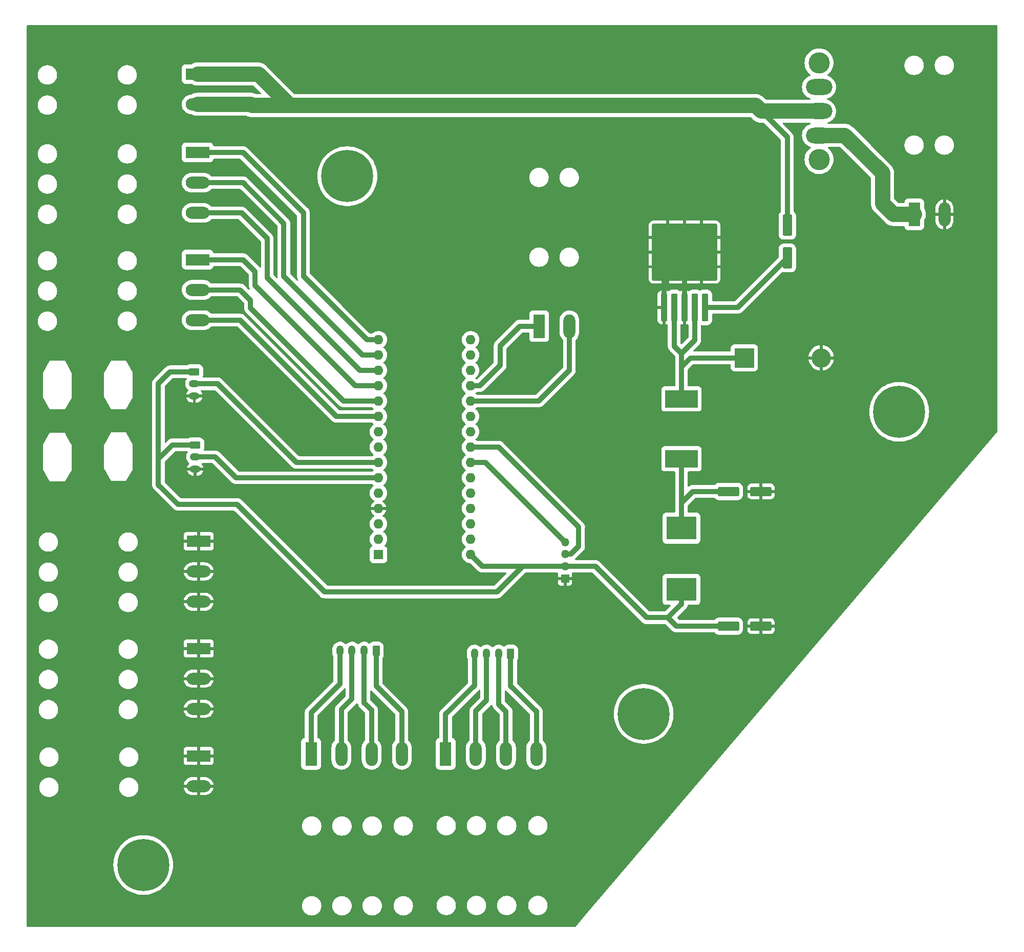
<source format=gbr>
%TF.GenerationSoftware,KiCad,Pcbnew,7.0.7-7.0.7~ubuntu22.04.1*%
%TF.CreationDate,2023-09-15T11:32:12-06:00*%
%TF.ProjectId,stepper_microscope_stage,73746570-7065-4725-9f6d-6963726f7363,1.1*%
%TF.SameCoordinates,Original*%
%TF.FileFunction,Copper,L2,Bot*%
%TF.FilePolarity,Positive*%
%FSLAX46Y46*%
G04 Gerber Fmt 4.6, Leading zero omitted, Abs format (unit mm)*
G04 Created by KiCad (PCBNEW 7.0.7-7.0.7~ubuntu22.04.1) date 2023-09-15 11:32:12*
%MOMM*%
%LPD*%
G01*
G04 APERTURE LIST*
G04 Aperture macros list*
%AMRoundRect*
0 Rectangle with rounded corners*
0 $1 Rounding radius*
0 $2 $3 $4 $5 $6 $7 $8 $9 X,Y pos of 4 corners*
0 Add a 4 corners polygon primitive as box body*
4,1,4,$2,$3,$4,$5,$6,$7,$8,$9,$2,$3,0*
0 Add four circle primitives for the rounded corners*
1,1,$1+$1,$2,$3*
1,1,$1+$1,$4,$5*
1,1,$1+$1,$6,$7*
1,1,$1+$1,$8,$9*
0 Add four rect primitives between the rounded corners*
20,1,$1+$1,$2,$3,$4,$5,0*
20,1,$1+$1,$4,$5,$6,$7,0*
20,1,$1+$1,$6,$7,$8,$9,0*
20,1,$1+$1,$8,$9,$2,$3,0*%
G04 Aperture macros list end*
%TA.AperFunction,ComponentPad*%
%ADD10C,8.600000*%
%TD*%
%TA.AperFunction,WasherPad*%
%ADD11C,3.500000*%
%TD*%
%TA.AperFunction,ComponentPad*%
%ADD12O,4.375000X2.625000*%
%TD*%
%TA.AperFunction,SMDPad,CuDef*%
%ADD13RoundRect,0.250000X-1.500000X-0.550000X1.500000X-0.550000X1.500000X0.550000X-1.500000X0.550000X0*%
%TD*%
%TA.AperFunction,ComponentPad*%
%ADD14R,1.980000X3.960000*%
%TD*%
%TA.AperFunction,ComponentPad*%
%ADD15O,1.980000X3.960000*%
%TD*%
%TA.AperFunction,ComponentPad*%
%ADD16RoundRect,0.250000X-0.625000X0.350000X-0.625000X-0.350000X0.625000X-0.350000X0.625000X0.350000X0*%
%TD*%
%TA.AperFunction,ComponentPad*%
%ADD17O,1.750000X1.200000*%
%TD*%
%TA.AperFunction,ComponentPad*%
%ADD18R,1.350000X1.350000*%
%TD*%
%TA.AperFunction,ComponentPad*%
%ADD19O,1.350000X1.350000*%
%TD*%
%TA.AperFunction,ComponentPad*%
%ADD20RoundRect,0.250000X0.350000X0.625000X-0.350000X0.625000X-0.350000X-0.625000X0.350000X-0.625000X0*%
%TD*%
%TA.AperFunction,ComponentPad*%
%ADD21O,1.200000X1.750000*%
%TD*%
%TA.AperFunction,ComponentPad*%
%ADD22R,3.960000X1.980000*%
%TD*%
%TA.AperFunction,ComponentPad*%
%ADD23O,3.960000X1.980000*%
%TD*%
%TA.AperFunction,SMDPad,CuDef*%
%ADD24RoundRect,0.250000X0.300000X-2.050000X0.300000X2.050000X-0.300000X2.050000X-0.300000X-2.050000X0*%
%TD*%
%TA.AperFunction,SMDPad,CuDef*%
%ADD25RoundRect,0.250000X2.375000X-2.025000X2.375000X2.025000X-2.375000X2.025000X-2.375000X-2.025000X0*%
%TD*%
%TA.AperFunction,SMDPad,CuDef*%
%ADD26RoundRect,0.250002X5.149998X-4.449998X5.149998X4.449998X-5.149998X4.449998X-5.149998X-4.449998X0*%
%TD*%
%TA.AperFunction,SMDPad,CuDef*%
%ADD27R,5.400000X2.900000*%
%TD*%
%TA.AperFunction,ComponentPad*%
%ADD28R,3.200000X3.200000*%
%TD*%
%TA.AperFunction,ComponentPad*%
%ADD29O,3.200000X3.200000*%
%TD*%
%TA.AperFunction,ComponentPad*%
%ADD30R,1.600000X1.600000*%
%TD*%
%TA.AperFunction,ComponentPad*%
%ADD31O,1.600000X1.600000*%
%TD*%
%TA.AperFunction,SMDPad,CuDef*%
%ADD32R,5.000000X3.850000*%
%TD*%
%TA.AperFunction,SMDPad,CuDef*%
%ADD33RoundRect,0.250000X-0.550000X1.500000X-0.550000X-1.500000X0.550000X-1.500000X0.550000X1.500000X0*%
%TD*%
%TA.AperFunction,Conductor*%
%ADD34C,0.812800*%
%TD*%
%TA.AperFunction,Conductor*%
%ADD35C,2.540000*%
%TD*%
G04 APERTURE END LIST*
D10*
%TO.P,H4,1*%
%TO.N,N/C*%
X60750000Y-166250000D03*
%TD*%
%TO.P,H3,1*%
%TO.N,N/C*%
X143500000Y-141250000D03*
%TD*%
%TO.P,H2,1*%
%TO.N,N/C*%
X94500000Y-52250000D03*
%TD*%
%TO.P,H1,1*%
%TO.N,N/C*%
X185750000Y-91250000D03*
%TD*%
D11*
%TO.P,SW1,*%
%TO.N,*%
X172500000Y-49500000D03*
X172500000Y-33500000D03*
D12*
%TO.P,SW1,1,A*%
%TO.N,+24V*%
X172500000Y-45500000D03*
%TO.P,SW1,2,B*%
X172500000Y-41500000D03*
%TO.P,SW1,3,C*%
%TO.N,unconnected-(SW1-C-Pad3)*%
X172500000Y-37500000D03*
%TD*%
D13*
%TO.P,C3,1*%
%TO.N,+5V*%
X157500000Y-126722144D03*
%TO.P,C3,2*%
%TO.N,GND*%
X162900000Y-126722144D03*
%TD*%
D14*
%TO.P,J2,1,Pin_1*%
%TO.N,Net-(J2-Pin_1)*%
X110750000Y-147860000D03*
D15*
%TO.P,J2,2,Pin_2*%
%TO.N,Net-(J2-Pin_2)*%
X115750000Y-147860000D03*
%TO.P,J2,3,Pin_3*%
%TO.N,Net-(J2-Pin_3)*%
X120750000Y-147860000D03*
%TO.P,J2,4,Pin_4*%
%TO.N,Net-(J2-Pin_4)*%
X125750000Y-147860000D03*
%TD*%
D16*
%TO.P,LIMIT2,1,Pin_1*%
%TO.N,+5V*%
X69350816Y-96717144D03*
D17*
%TO.P,LIMIT2,2,Pin_2*%
%TO.N,Net-(A1-D3)*%
X69350816Y-98717144D03*
%TO.P,LIMIT2,3,Pin_3*%
%TO.N,GND*%
X69350816Y-100717144D03*
%TD*%
D18*
%TO.P,J1,1,Pin_1*%
%TO.N,GND*%
X130500000Y-118822144D03*
D19*
%TO.P,J1,2,Pin_2*%
%TO.N,+5V*%
X130500000Y-116822144D03*
%TO.P,J1,3,Pin_3*%
%TO.N,Net-(A1-A4)*%
X130500000Y-114822144D03*
%TO.P,J1,4,Pin_4*%
%TO.N,Net-(A1-A5)*%
X130500000Y-112822144D03*
%TD*%
D20*
%TO.P,J5,1,Pin_1*%
%TO.N,Net-(J3-Pin_4)*%
X99260000Y-130810000D03*
D21*
%TO.P,J5,2,Pin_2*%
%TO.N,Net-(J3-Pin_3)*%
X97260000Y-130810000D03*
%TO.P,J5,3,Pin_3*%
%TO.N,Net-(J3-Pin_2)*%
X95260000Y-130810000D03*
%TO.P,J5,4,Pin_4*%
%TO.N,Net-(J3-Pin_1)*%
X93260000Y-130810000D03*
%TD*%
D22*
%TO.P,STEPSIGGND2,1,Pin_1*%
%TO.N,GND*%
X69910816Y-130422144D03*
D23*
%TO.P,STEPSIGGND2,2,Pin_2*%
X69910816Y-135422144D03*
%TO.P,STEPSIGGND2,3,Pin_3*%
X69910816Y-140422144D03*
%TD*%
D22*
%TO.P,STEPSIG1,1,Pin_1*%
%TO.N,Net-(A1-D12)*%
X69750000Y-48322144D03*
D23*
%TO.P,STEPSIG1,2,Pin_2*%
%TO.N,Net-(A1-D11)*%
X69750000Y-53322144D03*
%TO.P,STEPSIG1,3,Pin_3*%
%TO.N,Net-(A1-D10)*%
X69750000Y-58322144D03*
%TD*%
D24*
%TO.P,TL2575,1,+Vin*%
%TO.N,Net-(TL2575-+Vin)*%
X153650000Y-73972144D03*
%TO.P,TL2575,2,Output*%
%TO.N,Net-(D1-K)*%
X151950000Y-73972144D03*
%TO.P,TL2575,3,GND*%
%TO.N,GND*%
X150250000Y-73972144D03*
D25*
X147475000Y-67247144D03*
X153025000Y-67247144D03*
D26*
X150250000Y-64822144D03*
D25*
X147475000Y-62397144D03*
X153025000Y-62397144D03*
D24*
%TO.P,TL2575,4,Feedback*%
%TO.N,Net-(D1-K)*%
X148550000Y-73972144D03*
%TO.P,TL2575,5,ON/OFF*%
%TO.N,GND*%
X146850000Y-73972144D03*
%TD*%
D22*
%TO.P,STEPGND1,1,Pin_1*%
%TO.N,GND*%
X69900816Y-148202144D03*
D23*
%TO.P,STEPGND1,2,Pin_2*%
X69900816Y-153202144D03*
%TD*%
D22*
%TO.P,STEPSIGGND1,1,Pin_1*%
%TO.N,GND*%
X69910816Y-112672144D03*
D23*
%TO.P,STEPSIGGND1,2,Pin_2*%
X69910816Y-117672144D03*
%TO.P,STEPSIGGND1,3,Pin_3*%
X69910816Y-122672144D03*
%TD*%
D16*
%TO.P,LIMIT1,1,Pin_1*%
%TO.N,+5V*%
X69190000Y-84617144D03*
D17*
%TO.P,LIMIT1,2,Pin_2*%
%TO.N,Net-(A1-D4)*%
X69190000Y-86617144D03*
%TO.P,LIMIT1,3,Pin_3*%
%TO.N,GND*%
X69190000Y-88617144D03*
%TD*%
D27*
%TO.P,L1,1,1*%
%TO.N,Net-(D1-K)*%
X149750000Y-89122144D03*
%TO.P,L1,2,2*%
%TO.N,Net-(C2-Pad1)*%
X149750000Y-99022144D03*
%TD*%
D22*
%TO.P,STEPPWR1,1,Pin_1*%
%TO.N,+24V*%
X69740000Y-35352144D03*
D23*
%TO.P,STEPPWR1,2,Pin_2*%
X69740000Y-40352144D03*
%TD*%
D28*
%TO.P,D1,1,K*%
%TO.N,Net-(D1-K)*%
X160150000Y-82322144D03*
D29*
%TO.P,D1,2,A*%
%TO.N,GND*%
X172850000Y-82322144D03*
%TD*%
D30*
%TO.P,A1,1,D1/TX*%
%TO.N,unconnected-(A1-D1{slash}TX-Pad1)*%
X99640000Y-114872144D03*
D31*
%TO.P,A1,2,D0/RX*%
%TO.N,unconnected-(A1-D0{slash}RX-Pad2)*%
X99640000Y-112332144D03*
%TO.P,A1,3,~{RESET}*%
%TO.N,unconnected-(A1-~{RESET}-Pad3)*%
X99640000Y-109792144D03*
%TO.P,A1,4,GND*%
%TO.N,GND*%
X99640000Y-107252144D03*
%TO.P,A1,5,D2*%
%TO.N,unconnected-(A1-D2-Pad5)*%
X99640000Y-104712144D03*
%TO.P,A1,6,D3*%
%TO.N,Net-(A1-D3)*%
X99640000Y-102172144D03*
%TO.P,A1,7,D4*%
%TO.N,Net-(A1-D4)*%
X99640000Y-99632144D03*
%TO.P,A1,8,D5*%
%TO.N,unconnected-(A1-D5-Pad8)*%
X99640000Y-97092144D03*
%TO.P,A1,9,D6*%
%TO.N,unconnected-(A1-D6-Pad9)*%
X99640000Y-94552144D03*
%TO.P,A1,10,D7*%
%TO.N,Net-(A1-D7)*%
X99640000Y-92012144D03*
%TO.P,A1,11,D8*%
%TO.N,Net-(A1-D8)*%
X99640000Y-89472144D03*
%TO.P,A1,12,D9*%
%TO.N,Net-(A1-D9)*%
X99640000Y-86932144D03*
%TO.P,A1,13,D10*%
%TO.N,Net-(A1-D10)*%
X99640000Y-84392144D03*
%TO.P,A1,14,D11*%
%TO.N,Net-(A1-D11)*%
X99640000Y-81852144D03*
%TO.P,A1,15,D12*%
%TO.N,Net-(A1-D12)*%
X99640000Y-79312144D03*
%TO.P,A1,16,D13*%
%TO.N,unconnected-(A1-D13-Pad16)*%
X114880000Y-79312144D03*
%TO.P,A1,17,3V3*%
%TO.N,unconnected-(A1-3V3-Pad17)*%
X114880000Y-81852144D03*
%TO.P,A1,18,AREF*%
%TO.N,unconnected-(A1-AREF-Pad18)*%
X114880000Y-84392144D03*
%TO.P,A1,19,A0*%
%TO.N,Net-(A1-A0)*%
X114880000Y-86932144D03*
%TO.P,A1,20,A1*%
%TO.N,Net-(A1-A1)*%
X114880000Y-89472144D03*
%TO.P,A1,21,A2*%
%TO.N,unconnected-(A1-A2-Pad21)*%
X114880000Y-92012144D03*
%TO.P,A1,22,A3*%
%TO.N,unconnected-(A1-A3-Pad22)*%
X114880000Y-94552144D03*
%TO.P,A1,23,A4*%
%TO.N,Net-(A1-A4)*%
X114880000Y-97092144D03*
%TO.P,A1,24,A5*%
%TO.N,Net-(A1-A5)*%
X114880000Y-99632144D03*
%TO.P,A1,25,A6*%
%TO.N,unconnected-(A1-A6-Pad25)*%
X114880000Y-102172144D03*
%TO.P,A1,26,A7*%
%TO.N,unconnected-(A1-A7-Pad26)*%
X114880000Y-104712144D03*
%TO.P,A1,27,+5V*%
%TO.N,unconnected-(A1-+5V-Pad27)*%
X114880000Y-107252144D03*
%TO.P,A1,28,~{RESET}*%
%TO.N,unconnected-(A1-~{RESET}-Pad28)*%
X114880000Y-109792144D03*
%TO.P,A1,29,GND*%
%TO.N,unconnected-(A1-GND-Pad29)*%
X114880000Y-112332144D03*
%TO.P,A1,30,VIN*%
%TO.N,+5V*%
X114880000Y-114872144D03*
%TD*%
D14*
%TO.P,JOYIN1,1,Pin_1*%
%TO.N,Net-(A1-A0)*%
X126220000Y-77072144D03*
D15*
%TO.P,JOYIN1,2,Pin_2*%
%TO.N,Net-(A1-A1)*%
X131220000Y-77072144D03*
%TD*%
D32*
%TO.P,L2,1,1*%
%TO.N,Net-(C2-Pad1)*%
X149750000Y-110497144D03*
%TO.P,L2,2,2*%
%TO.N,+5V*%
X149750000Y-120647144D03*
%TD*%
D33*
%TO.P,C1,1*%
%TO.N,+24V*%
X167250000Y-60372144D03*
%TO.P,C1,2*%
%TO.N,Net-(TL2575-+Vin)*%
X167250000Y-65772144D03*
%TD*%
D22*
%TO.P,STEPSIG2,1,Pin_1*%
%TO.N,Net-(A1-D9)*%
X69750000Y-66072144D03*
D23*
%TO.P,STEPSIG2,2,Pin_2*%
%TO.N,Net-(A1-D8)*%
X69750000Y-71072144D03*
%TO.P,STEPSIG2,3,Pin_3*%
%TO.N,Net-(A1-D7)*%
X69750000Y-76072144D03*
%TD*%
D14*
%TO.P,J3,1,Pin_1*%
%TO.N,Net-(J3-Pin_1)*%
X88500000Y-147860000D03*
D15*
%TO.P,J3,2,Pin_2*%
%TO.N,Net-(J3-Pin_2)*%
X93500000Y-147860000D03*
%TO.P,J3,3,Pin_3*%
%TO.N,Net-(J3-Pin_3)*%
X98500000Y-147860000D03*
%TO.P,J3,4,Pin_4*%
%TO.N,Net-(J3-Pin_4)*%
X103500000Y-147860000D03*
%TD*%
D13*
%TO.P,C2,1*%
%TO.N,Net-(C2-Pad1)*%
X157500000Y-104422144D03*
%TO.P,C2,2*%
%TO.N,GND*%
X162900000Y-104422144D03*
%TD*%
D20*
%TO.P,J4,1,Pin_1*%
%TO.N,Net-(J2-Pin_4)*%
X121510000Y-131310000D03*
D21*
%TO.P,J4,2,Pin_2*%
%TO.N,Net-(J2-Pin_3)*%
X119510000Y-131310000D03*
%TO.P,J4,3,Pin_3*%
%TO.N,Net-(J2-Pin_2)*%
X117510000Y-131310000D03*
%TO.P,J4,4,Pin_4*%
%TO.N,Net-(J2-Pin_1)*%
X115510000Y-131310000D03*
%TD*%
D14*
%TO.P,VIN1,1,Pin_1*%
%TO.N,+24V*%
X188250000Y-58572144D03*
D15*
%TO.P,VIN1,2,Pin_2*%
%TO.N,GND*%
X193250000Y-58572144D03*
%TD*%
D34*
%TO.N,GND*%
X146850000Y-73972144D02*
X146850000Y-67872144D01*
X150250000Y-73972144D02*
X150250000Y-64822144D01*
X69350816Y-112112144D02*
X69910816Y-112672144D01*
X146850000Y-67872144D02*
X147475000Y-67247144D01*
%TO.N,Net-(A1-D3)*%
X76100000Y-102172144D02*
X99640000Y-102172144D01*
X72645000Y-98717144D02*
X76100000Y-102172144D01*
X69350816Y-98717144D02*
X72645000Y-98717144D01*
%TO.N,Net-(A1-D4)*%
X69190000Y-86617144D02*
X73045000Y-86617144D01*
X86060000Y-99632144D02*
X99640000Y-99632144D01*
X73045000Y-86617144D02*
X86060000Y-99632144D01*
%TO.N,Net-(A1-D10)*%
X77000000Y-58322144D02*
X81250000Y-62572144D01*
X96570000Y-84392144D02*
X99640000Y-84392144D01*
X81250000Y-69072144D02*
X96570000Y-84392144D01*
X69750000Y-58322144D02*
X77000000Y-58322144D01*
X81250000Y-62572144D02*
X81250000Y-69072144D01*
%TO.N,Net-(A1-A0)*%
X119750000Y-80322144D02*
X119750000Y-83572144D01*
X123000000Y-77072144D02*
X119750000Y-80322144D01*
X119750000Y-83572144D02*
X116390000Y-86932144D01*
X126220000Y-77072144D02*
X123000000Y-77072144D01*
X116390000Y-86932144D02*
X114880000Y-86932144D01*
%TO.N,Net-(A1-A1)*%
X131220000Y-77072144D02*
X131220000Y-84352144D01*
X131220000Y-84352144D02*
X126100000Y-89472144D01*
X126100000Y-89472144D02*
X114880000Y-89472144D01*
%TO.N,+5V*%
X149750000Y-120647144D02*
X149750000Y-123072144D01*
X69350816Y-96717144D02*
X65605000Y-96717144D01*
X144000000Y-125322144D02*
X135500000Y-116822144D01*
X116830000Y-116822144D02*
X114880000Y-114872144D01*
X122500000Y-116822144D02*
X116830000Y-116822144D01*
X66500000Y-106572144D02*
X76250000Y-106572144D01*
X63250000Y-99072144D02*
X63250000Y-103322144D01*
X76250000Y-106572144D02*
X90750000Y-121072144D01*
X130500000Y-116822144D02*
X123500000Y-116822144D01*
X63250000Y-103322144D02*
X66500000Y-106572144D01*
X149750000Y-123072144D02*
X147500000Y-125322144D01*
X69190000Y-84617144D02*
X65205000Y-84617144D01*
X90750000Y-121072144D02*
X119250000Y-121072144D01*
X123500000Y-116822144D02*
X122500000Y-116822144D01*
X119250000Y-121072144D02*
X123500000Y-116822144D01*
X148900000Y-126722144D02*
X147500000Y-125322144D01*
X65205000Y-84617144D02*
X63250000Y-86572144D01*
X65605000Y-96717144D02*
X63250000Y-99072144D01*
X147500000Y-125322144D02*
X144000000Y-125322144D01*
X157500000Y-126722144D02*
X148900000Y-126722144D01*
X63250000Y-86572144D02*
X63250000Y-99072144D01*
X135500000Y-116822144D02*
X130500000Y-116822144D01*
D35*
%TO.N,+24V*%
X85000000Y-40572144D02*
X78750000Y-40572144D01*
X79780000Y-35352144D02*
X85000000Y-40572144D01*
D34*
X163177856Y-41750000D02*
X162000000Y-40572144D01*
X167250000Y-45822144D02*
X162000000Y-40572144D01*
D35*
X183000000Y-51750000D02*
X176750000Y-45500000D01*
X78530000Y-40352144D02*
X78750000Y-40572144D01*
X158450000Y-40572144D02*
X162000000Y-40572144D01*
X93265000Y-40572144D02*
X153000000Y-40572144D01*
X162927856Y-41500000D02*
X162000000Y-40572144D01*
D34*
X167250000Y-60372144D02*
X167250000Y-45822144D01*
D35*
X69740000Y-35352144D02*
X79780000Y-35352144D01*
X153000000Y-40572144D02*
X158450000Y-40572144D01*
X188250000Y-58572144D02*
X184822144Y-58572144D01*
X69740000Y-40352144D02*
X78530000Y-40352144D01*
X172500000Y-41500000D02*
X162927856Y-41500000D01*
X184822144Y-58572144D02*
X183000000Y-56750000D01*
D34*
X69765000Y-35602144D02*
X69750000Y-35617144D01*
D35*
X176750000Y-45500000D02*
X172500000Y-45500000D01*
X183000000Y-56750000D02*
X183000000Y-51750000D01*
X93265000Y-40572144D02*
X85000000Y-40572144D01*
D34*
%TO.N,Net-(A1-D12)*%
X77250000Y-48322144D02*
X87250000Y-58322144D01*
X87250000Y-68822144D02*
X97740000Y-79312144D01*
X87250000Y-58322144D02*
X87250000Y-68822144D01*
X97740000Y-79312144D02*
X99640000Y-79312144D01*
X69750000Y-48322144D02*
X77250000Y-48322144D01*
%TO.N,Net-(A1-D11)*%
X77250000Y-53322144D02*
X84000000Y-60072144D01*
X69750000Y-53322144D02*
X77250000Y-53322144D01*
X84000000Y-68822144D02*
X97030000Y-81852144D01*
X84000000Y-60072144D02*
X84000000Y-68822144D01*
X97030000Y-81852144D02*
X99640000Y-81852144D01*
%TO.N,Net-(A1-D7)*%
X69750000Y-76072144D02*
X76750000Y-76072144D01*
X92690000Y-92012144D02*
X99640000Y-92012144D01*
X76750000Y-76072144D02*
X92690000Y-92012144D01*
%TO.N,Net-(A1-D8)*%
X76750000Y-71072144D02*
X78500000Y-72822144D01*
X93900000Y-89472144D02*
X99640000Y-89472144D01*
X78500000Y-74072144D02*
X93900000Y-89472144D01*
X78500000Y-72822144D02*
X78500000Y-74072144D01*
X69750000Y-71072144D02*
X76750000Y-71072144D01*
%TO.N,Net-(A1-D9)*%
X77250000Y-66072144D02*
X79250000Y-68072144D01*
X95860000Y-86932144D02*
X99640000Y-86932144D01*
X69750000Y-66072144D02*
X77250000Y-66072144D01*
X79250000Y-68072144D02*
X79250000Y-70322144D01*
X79250000Y-70322144D02*
X95860000Y-86932144D01*
%TO.N,Net-(TL2575-+Vin)*%
X167250000Y-65772144D02*
X159050000Y-73972144D01*
X159050000Y-73972144D02*
X153650000Y-73972144D01*
%TO.N,Net-(D1-K)*%
X148550000Y-73972144D02*
X148550000Y-80372144D01*
X149750000Y-83822144D02*
X149750000Y-81572144D01*
X151950000Y-73972144D02*
X151950000Y-79372144D01*
X160150000Y-82322144D02*
X151250000Y-82322144D01*
X148550000Y-80372144D02*
X149750000Y-81572144D01*
X149750000Y-89122144D02*
X149750000Y-83822144D01*
X151250000Y-82322144D02*
X149750000Y-83822144D01*
X151950000Y-79372144D02*
X149750000Y-81572144D01*
%TO.N,Net-(A1-A4)*%
X132750000Y-113526738D02*
X132750000Y-110322144D01*
X119520000Y-97092144D02*
X114880000Y-97092144D01*
X131454594Y-114822144D02*
X132750000Y-113526738D01*
X132750000Y-110322144D02*
X119520000Y-97092144D01*
X130500000Y-114822144D02*
X131454594Y-114822144D01*
%TO.N,Net-(A1-A5)*%
X130500000Y-112822144D02*
X117310000Y-99632144D01*
X117310000Y-99632144D02*
X114880000Y-99632144D01*
%TO.N,Net-(C2-Pad1)*%
X157500000Y-104422144D02*
X151650000Y-104422144D01*
X151650000Y-104422144D02*
X149750000Y-106322144D01*
X149750000Y-99022144D02*
X149750000Y-106322144D01*
X149750000Y-106322144D02*
X149750000Y-110497144D01*
%TO.N,Net-(J2-Pin_1)*%
X110750000Y-141300000D02*
X115510000Y-136540000D01*
X115510000Y-136540000D02*
X115510000Y-131310000D01*
X110750000Y-147860000D02*
X110750000Y-141300000D01*
%TO.N,Net-(J2-Pin_2)*%
X115750000Y-140800000D02*
X117510000Y-139040000D01*
X115750000Y-147860000D02*
X115750000Y-140800000D01*
X117510000Y-139040000D02*
X117510000Y-131310000D01*
%TO.N,Net-(J2-Pin_3)*%
X119510000Y-139650000D02*
X119510000Y-131310000D01*
X120750000Y-140890000D02*
X119510000Y-139650000D01*
X120750000Y-147860000D02*
X120750000Y-140890000D01*
%TO.N,Net-(J2-Pin_4)*%
X121510000Y-136650000D02*
X121510000Y-131310000D01*
X125750000Y-140890000D02*
X121510000Y-136650000D01*
X125750000Y-147860000D02*
X125750000Y-140890000D01*
%TO.N,Net-(J3-Pin_1)*%
X88500000Y-141050000D02*
X93260000Y-136290000D01*
X93260000Y-136290000D02*
X93260000Y-130810000D01*
X88500000Y-147860000D02*
X88500000Y-141050000D01*
%TO.N,Net-(J3-Pin_2)*%
X93500000Y-140550000D02*
X95260000Y-138790000D01*
X95260000Y-138790000D02*
X95260000Y-130810000D01*
X93500000Y-147860000D02*
X93500000Y-140550000D01*
%TO.N,Net-(J3-Pin_3)*%
X97260000Y-139400000D02*
X97260000Y-130810000D01*
X98500000Y-147860000D02*
X98500000Y-140640000D01*
X98500000Y-140640000D02*
X97260000Y-139400000D01*
%TO.N,Net-(J3-Pin_4)*%
X99260000Y-136650000D02*
X99260000Y-130810000D01*
X103500000Y-147860000D02*
X103500000Y-140890000D01*
X103500000Y-140890000D02*
X99260000Y-136650000D01*
%TD*%
%TA.AperFunction,Conductor*%
%TO.N,GND*%
G36*
X67903648Y-85678729D02*
G01*
X67949403Y-85731533D01*
X67959347Y-85800691D01*
X67940096Y-85851354D01*
X67935731Y-85857967D01*
X67822625Y-86029314D01*
X67735222Y-86233802D01*
X67735218Y-86233815D01*
X67685734Y-86450622D01*
X67685732Y-86450633D01*
X67678113Y-86620292D01*
X67675755Y-86672799D01*
X67705608Y-86893180D01*
X67705609Y-86893183D01*
X67774331Y-87104690D01*
X67868426Y-87279546D01*
X67879717Y-87300528D01*
X68018377Y-87474403D01*
X68171249Y-87607963D01*
X68175889Y-87612017D01*
X68213423Y-87670949D01*
X68213138Y-87740818D01*
X68175124Y-87799442D01*
X68170959Y-87802866D01*
X68152461Y-87817413D01*
X68152459Y-87817415D01*
X68014894Y-87976174D01*
X68014885Y-87976185D01*
X67909855Y-88158104D01*
X67909852Y-88158111D01*
X67841144Y-88356626D01*
X67841144Y-88356628D01*
X67839632Y-88367144D01*
X68701808Y-88367144D01*
X68768847Y-88386829D01*
X68814602Y-88439633D01*
X68824546Y-88508791D01*
X68822013Y-88521585D01*
X68821448Y-88523814D01*
X68811113Y-88648536D01*
X68811113Y-88648539D01*
X68811114Y-88648539D01*
X68827362Y-88712703D01*
X68827363Y-88712704D01*
X68824738Y-88782525D01*
X68784781Y-88839842D01*
X68720180Y-88866458D01*
X68707157Y-88867144D01*
X67843742Y-88867144D01*
X67870770Y-88978553D01*
X67958040Y-89169651D01*
X68079889Y-89340763D01*
X68079895Y-89340769D01*
X68231932Y-89485736D01*
X68408657Y-89599310D01*
X68603685Y-89677388D01*
X68809962Y-89717144D01*
X68940000Y-89717144D01*
X68940000Y-89101474D01*
X68959685Y-89034435D01*
X69012489Y-88988680D01*
X69081647Y-88978736D01*
X69104262Y-88984192D01*
X69127424Y-88992144D01*
X69221072Y-88992144D01*
X69221073Y-88992144D01*
X69295592Y-88979709D01*
X69364955Y-88988091D01*
X69418777Y-89032644D01*
X69439968Y-89099222D01*
X69440000Y-89102018D01*
X69440000Y-89717144D01*
X69517398Y-89717144D01*
X69674122Y-89702178D01*
X69674126Y-89702177D01*
X69875686Y-89642994D01*
X70062414Y-89546730D01*
X70227537Y-89416875D01*
X70227540Y-89416872D01*
X70365105Y-89258113D01*
X70365114Y-89258102D01*
X70470144Y-89076183D01*
X70470147Y-89076176D01*
X70538855Y-88877661D01*
X70538855Y-88877659D01*
X70540368Y-88867144D01*
X69678192Y-88867144D01*
X69611153Y-88847459D01*
X69565398Y-88794655D01*
X69555454Y-88725497D01*
X69557987Y-88712703D01*
X69558551Y-88710473D01*
X69568886Y-88585749D01*
X69553202Y-88523814D01*
X69552637Y-88521582D01*
X69555262Y-88451763D01*
X69595219Y-88394446D01*
X69659820Y-88367830D01*
X69672843Y-88367144D01*
X70536257Y-88367144D01*
X70509229Y-88255734D01*
X70421959Y-88064636D01*
X70300110Y-87893524D01*
X70300104Y-87893518D01*
X70278362Y-87872787D01*
X70243427Y-87812278D01*
X70246752Y-87742488D01*
X70287280Y-87685574D01*
X70352145Y-87659605D01*
X70363932Y-87659044D01*
X72562069Y-87659044D01*
X72629108Y-87678729D01*
X72649750Y-87695363D01*
X85284926Y-100330539D01*
X85289006Y-100335041D01*
X85319701Y-100372443D01*
X85478349Y-100502643D01*
X85478352Y-100502645D01*
X85504962Y-100516868D01*
X85659353Y-100599391D01*
X85682208Y-100606323D01*
X85705065Y-100613258D01*
X85838520Y-100653741D01*
X85855752Y-100658969D01*
X86060000Y-100679085D01*
X86094767Y-100675660D01*
X86108152Y-100674343D01*
X86114232Y-100674044D01*
X98598926Y-100674044D01*
X98665965Y-100693729D01*
X98675081Y-100700185D01*
X98808837Y-100804291D01*
X98849649Y-100861001D01*
X98853324Y-100930774D01*
X98818692Y-100991457D01*
X98808843Y-100999991D01*
X98675086Y-101104098D01*
X98610094Y-101129740D01*
X98598926Y-101130244D01*
X76582931Y-101130244D01*
X76515892Y-101110559D01*
X76495250Y-101093925D01*
X74975724Y-99574399D01*
X73420071Y-98018746D01*
X73415992Y-98014245D01*
X73385298Y-97976843D01*
X73226650Y-97846644D01*
X73226647Y-97846642D01*
X73045648Y-97749897D01*
X72924091Y-97713023D01*
X72880153Y-97699694D01*
X72849249Y-97690320D01*
X72849247Y-97690319D01*
X72849249Y-97690319D01*
X72663312Y-97672006D01*
X72645000Y-97670203D01*
X72644999Y-97670203D01*
X72596850Y-97674945D01*
X72590769Y-97675244D01*
X70862144Y-97675244D01*
X70795105Y-97655559D01*
X70749350Y-97602755D01*
X70739406Y-97533597D01*
X70751659Y-97494950D01*
X70767438Y-97463979D01*
X70807055Y-97386227D01*
X70855232Y-97206430D01*
X70861316Y-97129125D01*
X70861315Y-96305164D01*
X70855232Y-96227858D01*
X70807055Y-96048061D01*
X70756412Y-95948668D01*
X70722551Y-95882209D01*
X70722549Y-95882207D01*
X70673910Y-95822144D01*
X70605408Y-95737552D01*
X70528096Y-95674945D01*
X70460752Y-95620410D01*
X70460750Y-95620408D01*
X70337150Y-95557433D01*
X70294899Y-95535905D01*
X70115102Y-95487728D01*
X70115101Y-95487727D01*
X70115098Y-95487727D01*
X70037799Y-95481644D01*
X70037797Y-95481644D01*
X69353472Y-95481644D01*
X68663834Y-95481645D01*
X68663835Y-95481645D01*
X68586533Y-95487727D01*
X68406733Y-95535905D01*
X68240883Y-95620407D01*
X68207292Y-95647610D01*
X68142804Y-95674502D01*
X68129256Y-95675244D01*
X65659231Y-95675244D01*
X65653150Y-95674945D01*
X65605000Y-95670203D01*
X65553819Y-95675244D01*
X65400753Y-95690319D01*
X65204348Y-95749898D01*
X65023352Y-95846642D01*
X65023349Y-95846644D01*
X64864700Y-95976845D01*
X64834005Y-96014246D01*
X64829917Y-96018756D01*
X64503581Y-96345092D01*
X64442258Y-96378577D01*
X64372566Y-96373593D01*
X64316633Y-96331721D01*
X64292216Y-96266257D01*
X64291900Y-96257411D01*
X64291900Y-87055075D01*
X64311585Y-86988036D01*
X64328219Y-86967394D01*
X65600250Y-85695363D01*
X65661573Y-85661878D01*
X65687931Y-85659044D01*
X67836609Y-85659044D01*
X67903648Y-85678729D01*
G37*
%TD.AperFunction*%
%TA.AperFunction,Conductor*%
G36*
X201942539Y-27270185D02*
G01*
X201988294Y-27322989D01*
X201999500Y-27374500D01*
X201999500Y-94454211D01*
X201979815Y-94521250D01*
X201969952Y-94534553D01*
X145132477Y-161354237D01*
X133867130Y-174598087D01*
X132286905Y-176455842D01*
X132228475Y-176494152D01*
X132192453Y-176499500D01*
X41624500Y-176499500D01*
X41557461Y-176479815D01*
X41511706Y-176427011D01*
X41500500Y-176375500D01*
X41500500Y-172999999D01*
X86994551Y-172999999D01*
X87002275Y-173098142D01*
X87002466Y-173103008D01*
X87002466Y-173116912D01*
X87001312Y-173120840D01*
X87001912Y-173128457D01*
X87003842Y-173134430D01*
X87006021Y-173148178D01*
X87006593Y-173153017D01*
X87010381Y-173201143D01*
X87014317Y-173251148D01*
X87014318Y-173251152D01*
X87014318Y-173251153D01*
X87037293Y-173346855D01*
X87038243Y-173351627D01*
X87040421Y-173365378D01*
X87039896Y-173369437D01*
X87041681Y-173376871D01*
X87044527Y-173382480D01*
X87048827Y-173395716D01*
X87050148Y-173400399D01*
X87073127Y-173496114D01*
X87110797Y-173587055D01*
X87112481Y-173591622D01*
X87116780Y-173604851D01*
X87116897Y-173608941D01*
X87119821Y-173616001D01*
X87123509Y-173621095D01*
X87129819Y-173633480D01*
X87131857Y-173637901D01*
X87169532Y-173728857D01*
X87220971Y-173812799D01*
X87223345Y-173817037D01*
X87227010Y-173824228D01*
X87229667Y-173829443D01*
X87230421Y-173833464D01*
X87234411Y-173839974D01*
X87238845Y-173844422D01*
X87247027Y-173855683D01*
X87249732Y-173859732D01*
X87291881Y-173928510D01*
X87301164Y-173943659D01*
X87358141Y-174010371D01*
X87365093Y-174018510D01*
X87368107Y-174022333D01*
X87376290Y-174033596D01*
X87377664Y-174037448D01*
X87382626Y-174043257D01*
X87387703Y-174046959D01*
X87397540Y-174056795D01*
X87400839Y-174060363D01*
X87464776Y-174135224D01*
X87539640Y-174199164D01*
X87543201Y-174202456D01*
X87553039Y-174212294D01*
X87554999Y-174215884D01*
X87560803Y-174220841D01*
X87566391Y-174223700D01*
X87566395Y-174223703D01*
X87577662Y-174231889D01*
X87581483Y-174234901D01*
X87656341Y-174298836D01*
X87705611Y-174329029D01*
X87740264Y-174350264D01*
X87744313Y-174352969D01*
X87755575Y-174361152D01*
X87758073Y-174364392D01*
X87764584Y-174368381D01*
X87770562Y-174370335D01*
X87782954Y-174376649D01*
X87787179Y-174379014D01*
X87871141Y-174430466D01*
X87871146Y-174430468D01*
X87962092Y-174468139D01*
X87966516Y-174470178D01*
X87978905Y-174476491D01*
X87981880Y-174479301D01*
X87988929Y-174482221D01*
X87995136Y-174483214D01*
X88008390Y-174487521D01*
X88012919Y-174489192D01*
X88062104Y-174509565D01*
X88103885Y-174526872D01*
X88103886Y-174526873D01*
X88134431Y-174534205D01*
X88199634Y-174549859D01*
X88204265Y-174551165D01*
X88217523Y-174555473D01*
X88220901Y-174557782D01*
X88228329Y-174559565D01*
X88234614Y-174559577D01*
X88248365Y-174561755D01*
X88253141Y-174562705D01*
X88348852Y-174585683D01*
X88447003Y-174593407D01*
X88451817Y-174593978D01*
X88465562Y-174596155D01*
X88469259Y-174597907D01*
X88476872Y-174598507D01*
X88483089Y-174597534D01*
X88496992Y-174597534D01*
X88501858Y-174597725D01*
X88600000Y-174605449D01*
X88698141Y-174597725D01*
X88703008Y-174597534D01*
X88716909Y-174597534D01*
X88720836Y-174598687D01*
X88728457Y-174598087D01*
X88734443Y-174596153D01*
X88748179Y-174593978D01*
X88752978Y-174593409D01*
X88851148Y-174585683D01*
X88946873Y-174562701D01*
X88951632Y-174561755D01*
X88954413Y-174561314D01*
X88965382Y-174559577D01*
X88969441Y-174560101D01*
X88976869Y-174558318D01*
X88982477Y-174555472D01*
X88995734Y-174551165D01*
X89000354Y-174549861D01*
X89096111Y-174526873D01*
X89187098Y-174489184D01*
X89191599Y-174487524D01*
X89204862Y-174483214D01*
X89208947Y-174483098D01*
X89216002Y-174480176D01*
X89221089Y-174476493D01*
X89233500Y-174470169D01*
X89237873Y-174468153D01*
X89328859Y-174430466D01*
X89412814Y-174379017D01*
X89417025Y-174376659D01*
X89429435Y-174370335D01*
X89433458Y-174369580D01*
X89439967Y-174365591D01*
X89444418Y-174361156D01*
X89455674Y-174352977D01*
X89459701Y-174350285D01*
X89543659Y-174298836D01*
X89618532Y-174234888D01*
X89622314Y-174231906D01*
X89633605Y-174223702D01*
X89637450Y-174222331D01*
X89643256Y-174217372D01*
X89646957Y-174212297D01*
X89656810Y-174202444D01*
X89660346Y-174199175D01*
X89735224Y-174135224D01*
X89799175Y-174060346D01*
X89802444Y-174056810D01*
X89812296Y-174046958D01*
X89815883Y-174044999D01*
X89820843Y-174039192D01*
X89823703Y-174033605D01*
X89823710Y-174033596D01*
X89831906Y-174022314D01*
X89834888Y-174018532D01*
X89898836Y-173943659D01*
X89950285Y-173859701D01*
X89952977Y-173855674D01*
X89961156Y-173844418D01*
X89964394Y-173841920D01*
X89968380Y-173835415D01*
X89970336Y-173829435D01*
X89972989Y-173824228D01*
X89976659Y-173817025D01*
X89979027Y-173812799D01*
X90030466Y-173728859D01*
X90068153Y-173637873D01*
X90070169Y-173633500D01*
X90076492Y-173621091D01*
X90079299Y-173618119D01*
X90082220Y-173611068D01*
X90083214Y-173604865D01*
X90087524Y-173591599D01*
X90089184Y-173587098D01*
X90126873Y-173496111D01*
X90127315Y-173494273D01*
X90131088Y-173478551D01*
X90149860Y-173400358D01*
X90151171Y-173395716D01*
X90155474Y-173382472D01*
X90157783Y-173379095D01*
X90159565Y-173371676D01*
X90159577Y-173365382D01*
X90161755Y-173351632D01*
X90162701Y-173346873D01*
X90185683Y-173251148D01*
X90193409Y-173152978D01*
X90193978Y-173148178D01*
X90197534Y-173125729D01*
X90197534Y-173125726D01*
X90198201Y-173121516D01*
X90198201Y-173121510D01*
X90198502Y-173119609D01*
X90197754Y-173114502D01*
X90197979Y-173103016D01*
X90198155Y-173094040D01*
X90198334Y-173090400D01*
X90199274Y-173078457D01*
X90205449Y-173000000D01*
X90205449Y-172999999D01*
X91994551Y-172999999D01*
X92002275Y-173098142D01*
X92002466Y-173103008D01*
X92002466Y-173116912D01*
X92001312Y-173120840D01*
X92001912Y-173128457D01*
X92003842Y-173134430D01*
X92006021Y-173148178D01*
X92006593Y-173153017D01*
X92010381Y-173201143D01*
X92014317Y-173251148D01*
X92014318Y-173251152D01*
X92014318Y-173251153D01*
X92037293Y-173346855D01*
X92038243Y-173351627D01*
X92040421Y-173365378D01*
X92039896Y-173369437D01*
X92041681Y-173376871D01*
X92044527Y-173382480D01*
X92048827Y-173395716D01*
X92050148Y-173400399D01*
X92073127Y-173496114D01*
X92110797Y-173587055D01*
X92112481Y-173591622D01*
X92116780Y-173604851D01*
X92116897Y-173608941D01*
X92119821Y-173616001D01*
X92123509Y-173621095D01*
X92129819Y-173633480D01*
X92131857Y-173637901D01*
X92169532Y-173728857D01*
X92220971Y-173812799D01*
X92223345Y-173817037D01*
X92227010Y-173824228D01*
X92229667Y-173829443D01*
X92230421Y-173833464D01*
X92234411Y-173839974D01*
X92238845Y-173844422D01*
X92247027Y-173855683D01*
X92249732Y-173859732D01*
X92291881Y-173928510D01*
X92301164Y-173943659D01*
X92358141Y-174010371D01*
X92365093Y-174018510D01*
X92368107Y-174022333D01*
X92376290Y-174033596D01*
X92377664Y-174037448D01*
X92382626Y-174043257D01*
X92387703Y-174046959D01*
X92397540Y-174056795D01*
X92400839Y-174060363D01*
X92464776Y-174135224D01*
X92539640Y-174199164D01*
X92543201Y-174202456D01*
X92553039Y-174212294D01*
X92554999Y-174215884D01*
X92560803Y-174220841D01*
X92566391Y-174223700D01*
X92566395Y-174223703D01*
X92577662Y-174231889D01*
X92581483Y-174234901D01*
X92656341Y-174298836D01*
X92705611Y-174329029D01*
X92740264Y-174350264D01*
X92744313Y-174352969D01*
X92755575Y-174361152D01*
X92758073Y-174364392D01*
X92764584Y-174368381D01*
X92770562Y-174370335D01*
X92782954Y-174376649D01*
X92787179Y-174379014D01*
X92871141Y-174430466D01*
X92871146Y-174430468D01*
X92962092Y-174468139D01*
X92966516Y-174470178D01*
X92978905Y-174476491D01*
X92981880Y-174479301D01*
X92988929Y-174482221D01*
X92995136Y-174483214D01*
X93008390Y-174487521D01*
X93012919Y-174489192D01*
X93062104Y-174509565D01*
X93103885Y-174526872D01*
X93103886Y-174526873D01*
X93134431Y-174534205D01*
X93199634Y-174549859D01*
X93204265Y-174551165D01*
X93217523Y-174555473D01*
X93220901Y-174557782D01*
X93228329Y-174559565D01*
X93234614Y-174559577D01*
X93248365Y-174561755D01*
X93253141Y-174562705D01*
X93348852Y-174585683D01*
X93447003Y-174593407D01*
X93451817Y-174593978D01*
X93465562Y-174596155D01*
X93469259Y-174597907D01*
X93476872Y-174598507D01*
X93483089Y-174597534D01*
X93496992Y-174597534D01*
X93501858Y-174597725D01*
X93600000Y-174605449D01*
X93698141Y-174597725D01*
X93703008Y-174597534D01*
X93716909Y-174597534D01*
X93720836Y-174598687D01*
X93728457Y-174598087D01*
X93734443Y-174596153D01*
X93748179Y-174593978D01*
X93752978Y-174593409D01*
X93851148Y-174585683D01*
X93946873Y-174562701D01*
X93951632Y-174561755D01*
X93954413Y-174561314D01*
X93965382Y-174559577D01*
X93969441Y-174560101D01*
X93976869Y-174558318D01*
X93982477Y-174555472D01*
X93995734Y-174551165D01*
X94000354Y-174549861D01*
X94096111Y-174526873D01*
X94187098Y-174489184D01*
X94191599Y-174487524D01*
X94204862Y-174483214D01*
X94208947Y-174483098D01*
X94216002Y-174480176D01*
X94221089Y-174476493D01*
X94233500Y-174470169D01*
X94237873Y-174468153D01*
X94328859Y-174430466D01*
X94412814Y-174379017D01*
X94417025Y-174376659D01*
X94429435Y-174370335D01*
X94433458Y-174369580D01*
X94439967Y-174365591D01*
X94444418Y-174361156D01*
X94455674Y-174352977D01*
X94459701Y-174350285D01*
X94543659Y-174298836D01*
X94618532Y-174234888D01*
X94622314Y-174231906D01*
X94633605Y-174223702D01*
X94637450Y-174222331D01*
X94643256Y-174217372D01*
X94646957Y-174212297D01*
X94656810Y-174202444D01*
X94660346Y-174199175D01*
X94735224Y-174135224D01*
X94799175Y-174060346D01*
X94802444Y-174056810D01*
X94812296Y-174046958D01*
X94815883Y-174044999D01*
X94820843Y-174039192D01*
X94823703Y-174033605D01*
X94823710Y-174033596D01*
X94831906Y-174022314D01*
X94834888Y-174018532D01*
X94898836Y-173943659D01*
X94950285Y-173859701D01*
X94952977Y-173855674D01*
X94961156Y-173844418D01*
X94964394Y-173841920D01*
X94968380Y-173835415D01*
X94970336Y-173829435D01*
X94972989Y-173824228D01*
X94976659Y-173817025D01*
X94979027Y-173812799D01*
X95030466Y-173728859D01*
X95068153Y-173637873D01*
X95070169Y-173633500D01*
X95076492Y-173621091D01*
X95079299Y-173618119D01*
X95082220Y-173611068D01*
X95083214Y-173604865D01*
X95087524Y-173591599D01*
X95089184Y-173587098D01*
X95126873Y-173496111D01*
X95127315Y-173494273D01*
X95131088Y-173478551D01*
X95149860Y-173400358D01*
X95151171Y-173395716D01*
X95155474Y-173382472D01*
X95157783Y-173379095D01*
X95159565Y-173371676D01*
X95159577Y-173365382D01*
X95161755Y-173351632D01*
X95162701Y-173346873D01*
X95185683Y-173251148D01*
X95193409Y-173152978D01*
X95193978Y-173148178D01*
X95197534Y-173125729D01*
X95197534Y-173125726D01*
X95198201Y-173121516D01*
X95198201Y-173121510D01*
X95198502Y-173119609D01*
X95197754Y-173114502D01*
X95197979Y-173103016D01*
X95198155Y-173094040D01*
X95198334Y-173090400D01*
X95199274Y-173078457D01*
X95205449Y-173000000D01*
X95205449Y-172999999D01*
X96994551Y-172999999D01*
X97002275Y-173098142D01*
X97002466Y-173103008D01*
X97002466Y-173116912D01*
X97001312Y-173120840D01*
X97001912Y-173128457D01*
X97003842Y-173134430D01*
X97006021Y-173148178D01*
X97006593Y-173153017D01*
X97010381Y-173201143D01*
X97014317Y-173251148D01*
X97014318Y-173251152D01*
X97014318Y-173251153D01*
X97037293Y-173346855D01*
X97038243Y-173351627D01*
X97040421Y-173365378D01*
X97039896Y-173369437D01*
X97041681Y-173376871D01*
X97044527Y-173382480D01*
X97048827Y-173395716D01*
X97050148Y-173400399D01*
X97073127Y-173496114D01*
X97110797Y-173587055D01*
X97112481Y-173591622D01*
X97116780Y-173604851D01*
X97116897Y-173608941D01*
X97119821Y-173616001D01*
X97123509Y-173621095D01*
X97129819Y-173633480D01*
X97131857Y-173637901D01*
X97169532Y-173728857D01*
X97220971Y-173812799D01*
X97223345Y-173817037D01*
X97227010Y-173824228D01*
X97229667Y-173829443D01*
X97230421Y-173833464D01*
X97234411Y-173839974D01*
X97238845Y-173844422D01*
X97247027Y-173855683D01*
X97249732Y-173859732D01*
X97291881Y-173928510D01*
X97301164Y-173943659D01*
X97358141Y-174010371D01*
X97365093Y-174018510D01*
X97368107Y-174022333D01*
X97376290Y-174033596D01*
X97377664Y-174037448D01*
X97382626Y-174043257D01*
X97387703Y-174046959D01*
X97397540Y-174056795D01*
X97400839Y-174060363D01*
X97464776Y-174135224D01*
X97539640Y-174199164D01*
X97543201Y-174202456D01*
X97553039Y-174212294D01*
X97554999Y-174215884D01*
X97560803Y-174220841D01*
X97566391Y-174223700D01*
X97566395Y-174223703D01*
X97577662Y-174231889D01*
X97581483Y-174234901D01*
X97656341Y-174298836D01*
X97705611Y-174329029D01*
X97740264Y-174350264D01*
X97744313Y-174352969D01*
X97755575Y-174361152D01*
X97758073Y-174364392D01*
X97764584Y-174368381D01*
X97770562Y-174370335D01*
X97782954Y-174376649D01*
X97787179Y-174379014D01*
X97871141Y-174430466D01*
X97871146Y-174430468D01*
X97962092Y-174468139D01*
X97966516Y-174470178D01*
X97978905Y-174476491D01*
X97981880Y-174479301D01*
X97988929Y-174482221D01*
X97995136Y-174483214D01*
X98008390Y-174487521D01*
X98012919Y-174489192D01*
X98062104Y-174509565D01*
X98103885Y-174526872D01*
X98103886Y-174526873D01*
X98134431Y-174534205D01*
X98199634Y-174549859D01*
X98204265Y-174551165D01*
X98217523Y-174555473D01*
X98220901Y-174557782D01*
X98228329Y-174559565D01*
X98234614Y-174559577D01*
X98248365Y-174561755D01*
X98253141Y-174562705D01*
X98348852Y-174585683D01*
X98447003Y-174593407D01*
X98451817Y-174593978D01*
X98465562Y-174596155D01*
X98469259Y-174597907D01*
X98476872Y-174598507D01*
X98483089Y-174597534D01*
X98496992Y-174597534D01*
X98501858Y-174597725D01*
X98600000Y-174605449D01*
X98698141Y-174597725D01*
X98703008Y-174597534D01*
X98716909Y-174597534D01*
X98720836Y-174598687D01*
X98728457Y-174598087D01*
X98734443Y-174596153D01*
X98748179Y-174593978D01*
X98752978Y-174593409D01*
X98851148Y-174585683D01*
X98946873Y-174562701D01*
X98951632Y-174561755D01*
X98954413Y-174561314D01*
X98965382Y-174559577D01*
X98969441Y-174560101D01*
X98976869Y-174558318D01*
X98982477Y-174555472D01*
X98995734Y-174551165D01*
X99000354Y-174549861D01*
X99096111Y-174526873D01*
X99187098Y-174489184D01*
X99191599Y-174487524D01*
X99204862Y-174483214D01*
X99208947Y-174483098D01*
X99216002Y-174480176D01*
X99221089Y-174476493D01*
X99233500Y-174470169D01*
X99237873Y-174468153D01*
X99328859Y-174430466D01*
X99412814Y-174379017D01*
X99417025Y-174376659D01*
X99429435Y-174370335D01*
X99433458Y-174369580D01*
X99439967Y-174365591D01*
X99444418Y-174361156D01*
X99455674Y-174352977D01*
X99459701Y-174350285D01*
X99543659Y-174298836D01*
X99618532Y-174234888D01*
X99622314Y-174231906D01*
X99633605Y-174223702D01*
X99637450Y-174222331D01*
X99643256Y-174217372D01*
X99646957Y-174212297D01*
X99656810Y-174202444D01*
X99660346Y-174199175D01*
X99735224Y-174135224D01*
X99799175Y-174060346D01*
X99802444Y-174056810D01*
X99812296Y-174046958D01*
X99815883Y-174044999D01*
X99820843Y-174039192D01*
X99823703Y-174033605D01*
X99823710Y-174033596D01*
X99831906Y-174022314D01*
X99834888Y-174018532D01*
X99898836Y-173943659D01*
X99950285Y-173859701D01*
X99952977Y-173855674D01*
X99961156Y-173844418D01*
X99964394Y-173841920D01*
X99968380Y-173835415D01*
X99970336Y-173829435D01*
X99972989Y-173824228D01*
X99976659Y-173817025D01*
X99979027Y-173812799D01*
X100030466Y-173728859D01*
X100068153Y-173637873D01*
X100070169Y-173633500D01*
X100076492Y-173621091D01*
X100079299Y-173618119D01*
X100082220Y-173611068D01*
X100083214Y-173604865D01*
X100087524Y-173591599D01*
X100089184Y-173587098D01*
X100126873Y-173496111D01*
X100127315Y-173494273D01*
X100131088Y-173478551D01*
X100149860Y-173400358D01*
X100151171Y-173395716D01*
X100155474Y-173382472D01*
X100157783Y-173379095D01*
X100159565Y-173371676D01*
X100159577Y-173365382D01*
X100161755Y-173351632D01*
X100162701Y-173346873D01*
X100185683Y-173251148D01*
X100193409Y-173152978D01*
X100193978Y-173148178D01*
X100197534Y-173125729D01*
X100197534Y-173125726D01*
X100198201Y-173121516D01*
X100198201Y-173121510D01*
X100198502Y-173119609D01*
X100197754Y-173114502D01*
X100197979Y-173103016D01*
X100198155Y-173094040D01*
X100198334Y-173090400D01*
X100199274Y-173078457D01*
X100205449Y-173000000D01*
X100205449Y-172999999D01*
X102144551Y-172999999D01*
X102152275Y-173098142D01*
X102152466Y-173103008D01*
X102152466Y-173116912D01*
X102151312Y-173120840D01*
X102151912Y-173128457D01*
X102153842Y-173134430D01*
X102156021Y-173148178D01*
X102156593Y-173153017D01*
X102160381Y-173201143D01*
X102164317Y-173251148D01*
X102164318Y-173251152D01*
X102164318Y-173251153D01*
X102187293Y-173346855D01*
X102188243Y-173351627D01*
X102190421Y-173365378D01*
X102189896Y-173369437D01*
X102191681Y-173376871D01*
X102194527Y-173382480D01*
X102198827Y-173395716D01*
X102200148Y-173400399D01*
X102223127Y-173496114D01*
X102260797Y-173587055D01*
X102262481Y-173591622D01*
X102266780Y-173604851D01*
X102266897Y-173608941D01*
X102269821Y-173616001D01*
X102273509Y-173621095D01*
X102279819Y-173633480D01*
X102281857Y-173637901D01*
X102319532Y-173728857D01*
X102370971Y-173812799D01*
X102373345Y-173817037D01*
X102377010Y-173824228D01*
X102379667Y-173829443D01*
X102380421Y-173833464D01*
X102384411Y-173839974D01*
X102388845Y-173844422D01*
X102397027Y-173855683D01*
X102399732Y-173859732D01*
X102441881Y-173928510D01*
X102451164Y-173943659D01*
X102508141Y-174010371D01*
X102515093Y-174018510D01*
X102518107Y-174022333D01*
X102526290Y-174033596D01*
X102527664Y-174037448D01*
X102532626Y-174043257D01*
X102537703Y-174046959D01*
X102547540Y-174056795D01*
X102550839Y-174060363D01*
X102614776Y-174135224D01*
X102689640Y-174199164D01*
X102693201Y-174202456D01*
X102703039Y-174212294D01*
X102704999Y-174215884D01*
X102710803Y-174220841D01*
X102716391Y-174223700D01*
X102716395Y-174223703D01*
X102727662Y-174231889D01*
X102731483Y-174234901D01*
X102806341Y-174298836D01*
X102855611Y-174329029D01*
X102890264Y-174350264D01*
X102894313Y-174352969D01*
X102905575Y-174361152D01*
X102908073Y-174364392D01*
X102914584Y-174368381D01*
X102920562Y-174370335D01*
X102932954Y-174376649D01*
X102937179Y-174379014D01*
X103021141Y-174430466D01*
X103021146Y-174430468D01*
X103112092Y-174468139D01*
X103116516Y-174470178D01*
X103128905Y-174476491D01*
X103131880Y-174479301D01*
X103138929Y-174482221D01*
X103145136Y-174483214D01*
X103158390Y-174487521D01*
X103162919Y-174489192D01*
X103212104Y-174509565D01*
X103253885Y-174526872D01*
X103253886Y-174526873D01*
X103284431Y-174534205D01*
X103349634Y-174549859D01*
X103354265Y-174551165D01*
X103367523Y-174555473D01*
X103370901Y-174557782D01*
X103378329Y-174559565D01*
X103384614Y-174559577D01*
X103398365Y-174561755D01*
X103403141Y-174562705D01*
X103498852Y-174585683D01*
X103597003Y-174593407D01*
X103601817Y-174593978D01*
X103615562Y-174596155D01*
X103619259Y-174597907D01*
X103626872Y-174598507D01*
X103633089Y-174597534D01*
X103646992Y-174597534D01*
X103651858Y-174597725D01*
X103750000Y-174605449D01*
X103848141Y-174597725D01*
X103853008Y-174597534D01*
X103866909Y-174597534D01*
X103870836Y-174598687D01*
X103878457Y-174598087D01*
X103884443Y-174596153D01*
X103898179Y-174593978D01*
X103902978Y-174593409D01*
X104001148Y-174585683D01*
X104096873Y-174562701D01*
X104101632Y-174561755D01*
X104104413Y-174561314D01*
X104115382Y-174559577D01*
X104119441Y-174560101D01*
X104126869Y-174558318D01*
X104132477Y-174555472D01*
X104145734Y-174551165D01*
X104150354Y-174549861D01*
X104246111Y-174526873D01*
X104337098Y-174489184D01*
X104341599Y-174487524D01*
X104354862Y-174483214D01*
X104358947Y-174483098D01*
X104366002Y-174480176D01*
X104371089Y-174476493D01*
X104383500Y-174470169D01*
X104387873Y-174468153D01*
X104478859Y-174430466D01*
X104562814Y-174379017D01*
X104567025Y-174376659D01*
X104579435Y-174370335D01*
X104583458Y-174369580D01*
X104589967Y-174365591D01*
X104594418Y-174361156D01*
X104605674Y-174352977D01*
X104609701Y-174350285D01*
X104693659Y-174298836D01*
X104768532Y-174234888D01*
X104772314Y-174231906D01*
X104783605Y-174223702D01*
X104787450Y-174222331D01*
X104793256Y-174217372D01*
X104796957Y-174212297D01*
X104806810Y-174202444D01*
X104810346Y-174199175D01*
X104885224Y-174135224D01*
X104949175Y-174060346D01*
X104952444Y-174056810D01*
X104962296Y-174046958D01*
X104965883Y-174044999D01*
X104970843Y-174039192D01*
X104973703Y-174033605D01*
X104973710Y-174033596D01*
X104981906Y-174022314D01*
X104984888Y-174018532D01*
X105048836Y-173943659D01*
X105100285Y-173859701D01*
X105102977Y-173855674D01*
X105111156Y-173844418D01*
X105114394Y-173841920D01*
X105118380Y-173835415D01*
X105120336Y-173829435D01*
X105122989Y-173824228D01*
X105126659Y-173817025D01*
X105129027Y-173812799D01*
X105180466Y-173728859D01*
X105218153Y-173637873D01*
X105220169Y-173633500D01*
X105226492Y-173621091D01*
X105229299Y-173618119D01*
X105232220Y-173611068D01*
X105233214Y-173604865D01*
X105237524Y-173591599D01*
X105239184Y-173587098D01*
X105276873Y-173496111D01*
X105277315Y-173494273D01*
X105281088Y-173478551D01*
X105299860Y-173400358D01*
X105301171Y-173395716D01*
X105305474Y-173382472D01*
X105307783Y-173379095D01*
X105309565Y-173371676D01*
X105309577Y-173365382D01*
X105311755Y-173351632D01*
X105312701Y-173346873D01*
X105335683Y-173251148D01*
X105343409Y-173152978D01*
X105343978Y-173148178D01*
X105347534Y-173125729D01*
X105347534Y-173125726D01*
X105348201Y-173121516D01*
X105348201Y-173121510D01*
X105348502Y-173119609D01*
X105347754Y-173114502D01*
X105347979Y-173103016D01*
X105348155Y-173094040D01*
X105348334Y-173090400D01*
X105349274Y-173078457D01*
X105355449Y-173000000D01*
X105351513Y-172949999D01*
X109244551Y-172949999D01*
X109252275Y-173048142D01*
X109252466Y-173053008D01*
X109252466Y-173066912D01*
X109251312Y-173070840D01*
X109251912Y-173078457D01*
X109253842Y-173084430D01*
X109256021Y-173098178D01*
X109256593Y-173103017D01*
X109258381Y-173125726D01*
X109264317Y-173201148D01*
X109264318Y-173201152D01*
X109264318Y-173201153D01*
X109287293Y-173296855D01*
X109288243Y-173301627D01*
X109290421Y-173315378D01*
X109289896Y-173319437D01*
X109291681Y-173326871D01*
X109294527Y-173332480D01*
X109298827Y-173345716D01*
X109300148Y-173350399D01*
X109323127Y-173446114D01*
X109360797Y-173537055D01*
X109362481Y-173541622D01*
X109366780Y-173554851D01*
X109366897Y-173558941D01*
X109369822Y-173566003D01*
X109373512Y-173571100D01*
X109378274Y-173580449D01*
X109379311Y-173582483D01*
X109379803Y-173583447D01*
X109381851Y-173587886D01*
X109419533Y-173678857D01*
X109470976Y-173762807D01*
X109473355Y-173767054D01*
X109479662Y-173779432D01*
X109480418Y-173783458D01*
X109484411Y-173789974D01*
X109488845Y-173794422D01*
X109497027Y-173805683D01*
X109499732Y-173809732D01*
X109530373Y-173859732D01*
X109551164Y-173893659D01*
X109593865Y-173943656D01*
X109615093Y-173968510D01*
X109618107Y-173972333D01*
X109626290Y-173983596D01*
X109627664Y-173987448D01*
X109632626Y-173993257D01*
X109637703Y-173996959D01*
X109647540Y-174006795D01*
X109650839Y-174010363D01*
X109714776Y-174085224D01*
X109789640Y-174149164D01*
X109793201Y-174152456D01*
X109803039Y-174162294D01*
X109804999Y-174165884D01*
X109810803Y-174170841D01*
X109816391Y-174173700D01*
X109816395Y-174173703D01*
X109827662Y-174181889D01*
X109831483Y-174184901D01*
X109906341Y-174248836D01*
X109987933Y-174298836D01*
X109990264Y-174300264D01*
X109994313Y-174302969D01*
X110005575Y-174311152D01*
X110008073Y-174314392D01*
X110014584Y-174318381D01*
X110020562Y-174320335D01*
X110032954Y-174326649D01*
X110037179Y-174329014D01*
X110121141Y-174380466D01*
X110121146Y-174380468D01*
X110212092Y-174418139D01*
X110216516Y-174420178D01*
X110228905Y-174426491D01*
X110231880Y-174429301D01*
X110238929Y-174432221D01*
X110245136Y-174433214D01*
X110258390Y-174437521D01*
X110262919Y-174439192D01*
X110319514Y-174462634D01*
X110353885Y-174476872D01*
X110353886Y-174476873D01*
X110379818Y-174483098D01*
X110449634Y-174499859D01*
X110454265Y-174501165D01*
X110467523Y-174505473D01*
X110470901Y-174507782D01*
X110478329Y-174509565D01*
X110484614Y-174509577D01*
X110498365Y-174511755D01*
X110503141Y-174512705D01*
X110598852Y-174535683D01*
X110697003Y-174543407D01*
X110701817Y-174543978D01*
X110715562Y-174546155D01*
X110719259Y-174547907D01*
X110726872Y-174548507D01*
X110733089Y-174547534D01*
X110746992Y-174547534D01*
X110751858Y-174547725D01*
X110850000Y-174555449D01*
X110948141Y-174547725D01*
X110953008Y-174547534D01*
X110966909Y-174547534D01*
X110970836Y-174548687D01*
X110978457Y-174548087D01*
X110984443Y-174546153D01*
X110998179Y-174543978D01*
X111002978Y-174543409D01*
X111101148Y-174535683D01*
X111196873Y-174512701D01*
X111201632Y-174511755D01*
X111204413Y-174511314D01*
X111215382Y-174509577D01*
X111219441Y-174510101D01*
X111226869Y-174508318D01*
X111232477Y-174505472D01*
X111245734Y-174501165D01*
X111250354Y-174499861D01*
X111346111Y-174476873D01*
X111437098Y-174439184D01*
X111441599Y-174437524D01*
X111454862Y-174433214D01*
X111458947Y-174433098D01*
X111466002Y-174430176D01*
X111471089Y-174426493D01*
X111483500Y-174420169D01*
X111487873Y-174418153D01*
X111578859Y-174380466D01*
X111662814Y-174329017D01*
X111667025Y-174326659D01*
X111679435Y-174320335D01*
X111683458Y-174319580D01*
X111689967Y-174315591D01*
X111694418Y-174311156D01*
X111705674Y-174302977D01*
X111709701Y-174300285D01*
X111793659Y-174248836D01*
X111868532Y-174184888D01*
X111872314Y-174181906D01*
X111883605Y-174173702D01*
X111887450Y-174172331D01*
X111893256Y-174167372D01*
X111896957Y-174162297D01*
X111906810Y-174152444D01*
X111910346Y-174149175D01*
X111985224Y-174085224D01*
X112049175Y-174010346D01*
X112052444Y-174006810D01*
X112062296Y-173996958D01*
X112065883Y-173994999D01*
X112070843Y-173989192D01*
X112073703Y-173983605D01*
X112073710Y-173983596D01*
X112081906Y-173972314D01*
X112084888Y-173968532D01*
X112148836Y-173893659D01*
X112200285Y-173809701D01*
X112202977Y-173805674D01*
X112211156Y-173794418D01*
X112214394Y-173791920D01*
X112218380Y-173785415D01*
X112220336Y-173779435D01*
X112220338Y-173779432D01*
X112226659Y-173767025D01*
X112229022Y-173762807D01*
X112280466Y-173678859D01*
X112318153Y-173587873D01*
X112320169Y-173583500D01*
X112326492Y-173571091D01*
X112329299Y-173568119D01*
X112332220Y-173561068D01*
X112333214Y-173554865D01*
X112337524Y-173541599D01*
X112339184Y-173537098D01*
X112376873Y-173446111D01*
X112377315Y-173444273D01*
X112381088Y-173428551D01*
X112399860Y-173350358D01*
X112401171Y-173345716D01*
X112405474Y-173332472D01*
X112407783Y-173329095D01*
X112409565Y-173321676D01*
X112409577Y-173315382D01*
X112411755Y-173301632D01*
X112412701Y-173296873D01*
X112435683Y-173201148D01*
X112443408Y-173102984D01*
X112443978Y-173098178D01*
X112446156Y-173084432D01*
X112447534Y-173075729D01*
X112447534Y-173075726D01*
X112448201Y-173071516D01*
X112448201Y-173071510D01*
X112448502Y-173069609D01*
X112447754Y-173064502D01*
X112448155Y-173044040D01*
X112448334Y-173040400D01*
X112455449Y-172950000D01*
X112455449Y-172949999D01*
X114244551Y-172949999D01*
X114252275Y-173048142D01*
X114252466Y-173053008D01*
X114252466Y-173066912D01*
X114251312Y-173070840D01*
X114251912Y-173078457D01*
X114253842Y-173084430D01*
X114256021Y-173098178D01*
X114256593Y-173103017D01*
X114258381Y-173125726D01*
X114264317Y-173201148D01*
X114264318Y-173201152D01*
X114264318Y-173201153D01*
X114287293Y-173296855D01*
X114288243Y-173301627D01*
X114290421Y-173315378D01*
X114289896Y-173319437D01*
X114291681Y-173326871D01*
X114294527Y-173332480D01*
X114298827Y-173345716D01*
X114300148Y-173350399D01*
X114323127Y-173446114D01*
X114360797Y-173537055D01*
X114362481Y-173541622D01*
X114366780Y-173554851D01*
X114366897Y-173558941D01*
X114369822Y-173566003D01*
X114373512Y-173571100D01*
X114378274Y-173580449D01*
X114379311Y-173582483D01*
X114379803Y-173583447D01*
X114381851Y-173587886D01*
X114419533Y-173678857D01*
X114470976Y-173762807D01*
X114473355Y-173767054D01*
X114479662Y-173779432D01*
X114480418Y-173783458D01*
X114484411Y-173789974D01*
X114488845Y-173794422D01*
X114497027Y-173805683D01*
X114499732Y-173809732D01*
X114530373Y-173859732D01*
X114551164Y-173893659D01*
X114593865Y-173943656D01*
X114615093Y-173968510D01*
X114618107Y-173972333D01*
X114626290Y-173983596D01*
X114627664Y-173987448D01*
X114632626Y-173993257D01*
X114637703Y-173996959D01*
X114647540Y-174006795D01*
X114650839Y-174010363D01*
X114714776Y-174085224D01*
X114789640Y-174149164D01*
X114793201Y-174152456D01*
X114803039Y-174162294D01*
X114804999Y-174165884D01*
X114810803Y-174170841D01*
X114816391Y-174173700D01*
X114816395Y-174173703D01*
X114827662Y-174181889D01*
X114831483Y-174184901D01*
X114906341Y-174248836D01*
X114987933Y-174298836D01*
X114990264Y-174300264D01*
X114994313Y-174302969D01*
X115005575Y-174311152D01*
X115008073Y-174314392D01*
X115014584Y-174318381D01*
X115020562Y-174320335D01*
X115032954Y-174326649D01*
X115037179Y-174329014D01*
X115121141Y-174380466D01*
X115121146Y-174380468D01*
X115212092Y-174418139D01*
X115216516Y-174420178D01*
X115228905Y-174426491D01*
X115231880Y-174429301D01*
X115238929Y-174432221D01*
X115245136Y-174433214D01*
X115258390Y-174437521D01*
X115262919Y-174439192D01*
X115319514Y-174462634D01*
X115353885Y-174476872D01*
X115353886Y-174476873D01*
X115379818Y-174483098D01*
X115449634Y-174499859D01*
X115454265Y-174501165D01*
X115467523Y-174505473D01*
X115470901Y-174507782D01*
X115478329Y-174509565D01*
X115484614Y-174509577D01*
X115498365Y-174511755D01*
X115503141Y-174512705D01*
X115598852Y-174535683D01*
X115697003Y-174543407D01*
X115701817Y-174543978D01*
X115715562Y-174546155D01*
X115719259Y-174547907D01*
X115726872Y-174548507D01*
X115733089Y-174547534D01*
X115746992Y-174547534D01*
X115751858Y-174547725D01*
X115850000Y-174555449D01*
X115948141Y-174547725D01*
X115953008Y-174547534D01*
X115966909Y-174547534D01*
X115970836Y-174548687D01*
X115978457Y-174548087D01*
X115984443Y-174546153D01*
X115998179Y-174543978D01*
X116002978Y-174543409D01*
X116101148Y-174535683D01*
X116196873Y-174512701D01*
X116201632Y-174511755D01*
X116204413Y-174511314D01*
X116215382Y-174509577D01*
X116219441Y-174510101D01*
X116226869Y-174508318D01*
X116232477Y-174505472D01*
X116245734Y-174501165D01*
X116250354Y-174499861D01*
X116346111Y-174476873D01*
X116437098Y-174439184D01*
X116441599Y-174437524D01*
X116454862Y-174433214D01*
X116458947Y-174433098D01*
X116466002Y-174430176D01*
X116471089Y-174426493D01*
X116483500Y-174420169D01*
X116487873Y-174418153D01*
X116578859Y-174380466D01*
X116662814Y-174329017D01*
X116667025Y-174326659D01*
X116679435Y-174320335D01*
X116683458Y-174319580D01*
X116689967Y-174315591D01*
X116694418Y-174311156D01*
X116705674Y-174302977D01*
X116709701Y-174300285D01*
X116793659Y-174248836D01*
X116868532Y-174184888D01*
X116872314Y-174181906D01*
X116883605Y-174173702D01*
X116887450Y-174172331D01*
X116893256Y-174167372D01*
X116896957Y-174162297D01*
X116906810Y-174152444D01*
X116910346Y-174149175D01*
X116985224Y-174085224D01*
X117049175Y-174010346D01*
X117052444Y-174006810D01*
X117062296Y-173996958D01*
X117065883Y-173994999D01*
X117070843Y-173989192D01*
X117073703Y-173983605D01*
X117073710Y-173983596D01*
X117081906Y-173972314D01*
X117084888Y-173968532D01*
X117148836Y-173893659D01*
X117200285Y-173809701D01*
X117202977Y-173805674D01*
X117211156Y-173794418D01*
X117214394Y-173791920D01*
X117218380Y-173785415D01*
X117220336Y-173779435D01*
X117220338Y-173779432D01*
X117226659Y-173767025D01*
X117229022Y-173762807D01*
X117280466Y-173678859D01*
X117318153Y-173587873D01*
X117320169Y-173583500D01*
X117326492Y-173571091D01*
X117329299Y-173568119D01*
X117332220Y-173561068D01*
X117333214Y-173554865D01*
X117337524Y-173541599D01*
X117339184Y-173537098D01*
X117376873Y-173446111D01*
X117377315Y-173444273D01*
X117381088Y-173428551D01*
X117399860Y-173350358D01*
X117401171Y-173345716D01*
X117405474Y-173332472D01*
X117407783Y-173329095D01*
X117409565Y-173321676D01*
X117409577Y-173315382D01*
X117411755Y-173301632D01*
X117412701Y-173296873D01*
X117435683Y-173201148D01*
X117443408Y-173102984D01*
X117443978Y-173098178D01*
X117446156Y-173084432D01*
X117447534Y-173075729D01*
X117447534Y-173075726D01*
X117448201Y-173071516D01*
X117448201Y-173071510D01*
X117448502Y-173069609D01*
X117447754Y-173064502D01*
X117448155Y-173044040D01*
X117448334Y-173040400D01*
X117455449Y-172950000D01*
X117455449Y-172949999D01*
X119244551Y-172949999D01*
X119252274Y-173048129D01*
X119252465Y-173052995D01*
X119252465Y-173066912D01*
X119251311Y-173070839D01*
X119251911Y-173078453D01*
X119253843Y-173084432D01*
X119256021Y-173098182D01*
X119256593Y-173103008D01*
X119264317Y-173201148D01*
X119264317Y-173201151D01*
X119264318Y-173201153D01*
X119287293Y-173296855D01*
X119288243Y-173301627D01*
X119290421Y-173315378D01*
X119289896Y-173319437D01*
X119291681Y-173326871D01*
X119294527Y-173332480D01*
X119298827Y-173345716D01*
X119300148Y-173350399D01*
X119323127Y-173446114D01*
X119360797Y-173537055D01*
X119362481Y-173541622D01*
X119366780Y-173554851D01*
X119366897Y-173558941D01*
X119369822Y-173566003D01*
X119373512Y-173571100D01*
X119378274Y-173580449D01*
X119379311Y-173582483D01*
X119379803Y-173583447D01*
X119381851Y-173587886D01*
X119419533Y-173678857D01*
X119470976Y-173762807D01*
X119473355Y-173767054D01*
X119479662Y-173779432D01*
X119480418Y-173783458D01*
X119484411Y-173789974D01*
X119488845Y-173794422D01*
X119497027Y-173805683D01*
X119499732Y-173809732D01*
X119530373Y-173859732D01*
X119551164Y-173893659D01*
X119593865Y-173943656D01*
X119615093Y-173968510D01*
X119618107Y-173972333D01*
X119626290Y-173983596D01*
X119627664Y-173987448D01*
X119632626Y-173993257D01*
X119637703Y-173996959D01*
X119647540Y-174006795D01*
X119650839Y-174010363D01*
X119714776Y-174085224D01*
X119789640Y-174149164D01*
X119793201Y-174152456D01*
X119803039Y-174162294D01*
X119804999Y-174165884D01*
X119810803Y-174170841D01*
X119816391Y-174173700D01*
X119816395Y-174173703D01*
X119827662Y-174181889D01*
X119831483Y-174184901D01*
X119906341Y-174248836D01*
X119987933Y-174298836D01*
X119990264Y-174300264D01*
X119994313Y-174302969D01*
X120005575Y-174311152D01*
X120008073Y-174314392D01*
X120014584Y-174318381D01*
X120020562Y-174320335D01*
X120032954Y-174326649D01*
X120037179Y-174329014D01*
X120121141Y-174380466D01*
X120121146Y-174380468D01*
X120212092Y-174418139D01*
X120216516Y-174420178D01*
X120228905Y-174426491D01*
X120231880Y-174429301D01*
X120238929Y-174432221D01*
X120245136Y-174433214D01*
X120258390Y-174437521D01*
X120262919Y-174439192D01*
X120319514Y-174462634D01*
X120353885Y-174476872D01*
X120353886Y-174476873D01*
X120379818Y-174483098D01*
X120449634Y-174499859D01*
X120454265Y-174501165D01*
X120467523Y-174505473D01*
X120470901Y-174507782D01*
X120478329Y-174509565D01*
X120484614Y-174509577D01*
X120498365Y-174511755D01*
X120503141Y-174512705D01*
X120598852Y-174535683D01*
X120697003Y-174543407D01*
X120701817Y-174543978D01*
X120715562Y-174546155D01*
X120719259Y-174547907D01*
X120726872Y-174548507D01*
X120733089Y-174547534D01*
X120746992Y-174547534D01*
X120751858Y-174547725D01*
X120850000Y-174555449D01*
X120948141Y-174547725D01*
X120953008Y-174547534D01*
X120966909Y-174547534D01*
X120970836Y-174548687D01*
X120978457Y-174548087D01*
X120984443Y-174546153D01*
X120998179Y-174543978D01*
X121002978Y-174543409D01*
X121101148Y-174535683D01*
X121196873Y-174512701D01*
X121201632Y-174511755D01*
X121204413Y-174511314D01*
X121215382Y-174509577D01*
X121219441Y-174510101D01*
X121226869Y-174508318D01*
X121232477Y-174505472D01*
X121245734Y-174501165D01*
X121250354Y-174499861D01*
X121346111Y-174476873D01*
X121437098Y-174439184D01*
X121441599Y-174437524D01*
X121454862Y-174433214D01*
X121458947Y-174433098D01*
X121466002Y-174430176D01*
X121471089Y-174426493D01*
X121483500Y-174420169D01*
X121487873Y-174418153D01*
X121578859Y-174380466D01*
X121662814Y-174329017D01*
X121667025Y-174326659D01*
X121679435Y-174320335D01*
X121683458Y-174319580D01*
X121689967Y-174315591D01*
X121694418Y-174311156D01*
X121705674Y-174302977D01*
X121709701Y-174300285D01*
X121793659Y-174248836D01*
X121868532Y-174184888D01*
X121872314Y-174181906D01*
X121883605Y-174173702D01*
X121887450Y-174172331D01*
X121893256Y-174167372D01*
X121896957Y-174162297D01*
X121906810Y-174152444D01*
X121910346Y-174149175D01*
X121985224Y-174085224D01*
X122049175Y-174010346D01*
X122052444Y-174006810D01*
X122062296Y-173996958D01*
X122065883Y-173994999D01*
X122070843Y-173989192D01*
X122073703Y-173983605D01*
X122073710Y-173983596D01*
X122081906Y-173972314D01*
X122084888Y-173968532D01*
X122148836Y-173893659D01*
X122200285Y-173809701D01*
X122202977Y-173805674D01*
X122211156Y-173794418D01*
X122214394Y-173791920D01*
X122218380Y-173785415D01*
X122220336Y-173779435D01*
X122220338Y-173779432D01*
X122226659Y-173767025D01*
X122229022Y-173762807D01*
X122280466Y-173678859D01*
X122318153Y-173587873D01*
X122320169Y-173583500D01*
X122326492Y-173571091D01*
X122329299Y-173568119D01*
X122332220Y-173561068D01*
X122333214Y-173554865D01*
X122337524Y-173541599D01*
X122339184Y-173537098D01*
X122376873Y-173446111D01*
X122377315Y-173444273D01*
X122381088Y-173428551D01*
X122399860Y-173350358D01*
X122401171Y-173345716D01*
X122405474Y-173332472D01*
X122407783Y-173329095D01*
X122409565Y-173321676D01*
X122409577Y-173315382D01*
X122411755Y-173301632D01*
X122412701Y-173296873D01*
X122435683Y-173201148D01*
X122443408Y-173102984D01*
X122443978Y-173098178D01*
X122446156Y-173084432D01*
X122447534Y-173075729D01*
X122447534Y-173075726D01*
X122448201Y-173071516D01*
X122448201Y-173071510D01*
X122448502Y-173069609D01*
X122447754Y-173064502D01*
X122448155Y-173044040D01*
X122448334Y-173040400D01*
X122455449Y-172950000D01*
X122455449Y-172949999D01*
X124394551Y-172949999D01*
X124402274Y-173048129D01*
X124402465Y-173052995D01*
X124402465Y-173066912D01*
X124401311Y-173070839D01*
X124401911Y-173078453D01*
X124403843Y-173084432D01*
X124406021Y-173098182D01*
X124406593Y-173103008D01*
X124414317Y-173201148D01*
X124414317Y-173201151D01*
X124414318Y-173201153D01*
X124437293Y-173296855D01*
X124438243Y-173301627D01*
X124440421Y-173315378D01*
X124439896Y-173319437D01*
X124441681Y-173326871D01*
X124444527Y-173332480D01*
X124448827Y-173345716D01*
X124450148Y-173350399D01*
X124473127Y-173446114D01*
X124510797Y-173537055D01*
X124512481Y-173541622D01*
X124516780Y-173554851D01*
X124516897Y-173558941D01*
X124519822Y-173566003D01*
X124523512Y-173571100D01*
X124528274Y-173580449D01*
X124529311Y-173582483D01*
X124529803Y-173583447D01*
X124531851Y-173587886D01*
X124569533Y-173678857D01*
X124620976Y-173762807D01*
X124623355Y-173767054D01*
X124629662Y-173779432D01*
X124630418Y-173783458D01*
X124634411Y-173789974D01*
X124638845Y-173794422D01*
X124647027Y-173805683D01*
X124649732Y-173809732D01*
X124680373Y-173859732D01*
X124701164Y-173893659D01*
X124743865Y-173943656D01*
X124765093Y-173968510D01*
X124768107Y-173972333D01*
X124776290Y-173983596D01*
X124777664Y-173987448D01*
X124782626Y-173993257D01*
X124787703Y-173996959D01*
X124797540Y-174006795D01*
X124800839Y-174010363D01*
X124864776Y-174085224D01*
X124939640Y-174149164D01*
X124943201Y-174152456D01*
X124953039Y-174162294D01*
X124954999Y-174165884D01*
X124960803Y-174170841D01*
X124966391Y-174173700D01*
X124966395Y-174173703D01*
X124977662Y-174181889D01*
X124981483Y-174184901D01*
X125056341Y-174248836D01*
X125137933Y-174298836D01*
X125140264Y-174300264D01*
X125144313Y-174302969D01*
X125155575Y-174311152D01*
X125158073Y-174314392D01*
X125164584Y-174318381D01*
X125170562Y-174320335D01*
X125182954Y-174326649D01*
X125187179Y-174329014D01*
X125271141Y-174380466D01*
X125271146Y-174380468D01*
X125362092Y-174418139D01*
X125366516Y-174420178D01*
X125378905Y-174426491D01*
X125381880Y-174429301D01*
X125388929Y-174432221D01*
X125395136Y-174433214D01*
X125408390Y-174437521D01*
X125412919Y-174439192D01*
X125469514Y-174462634D01*
X125503885Y-174476872D01*
X125503886Y-174476873D01*
X125529818Y-174483098D01*
X125599634Y-174499859D01*
X125604265Y-174501165D01*
X125617523Y-174505473D01*
X125620901Y-174507782D01*
X125628329Y-174509565D01*
X125634614Y-174509577D01*
X125648365Y-174511755D01*
X125653141Y-174512705D01*
X125748852Y-174535683D01*
X125847003Y-174543407D01*
X125851817Y-174543978D01*
X125865562Y-174546155D01*
X125869259Y-174547907D01*
X125876872Y-174548507D01*
X125883089Y-174547534D01*
X125896992Y-174547534D01*
X125901858Y-174547725D01*
X126000000Y-174555449D01*
X126098141Y-174547725D01*
X126103008Y-174547534D01*
X126116909Y-174547534D01*
X126120836Y-174548687D01*
X126128457Y-174548087D01*
X126134443Y-174546153D01*
X126148179Y-174543978D01*
X126152978Y-174543409D01*
X126251148Y-174535683D01*
X126346873Y-174512701D01*
X126351632Y-174511755D01*
X126354413Y-174511314D01*
X126365382Y-174509577D01*
X126369441Y-174510101D01*
X126376869Y-174508318D01*
X126382477Y-174505472D01*
X126395734Y-174501165D01*
X126400354Y-174499861D01*
X126496111Y-174476873D01*
X126587098Y-174439184D01*
X126591599Y-174437524D01*
X126604862Y-174433214D01*
X126608947Y-174433098D01*
X126616002Y-174430176D01*
X126621089Y-174426493D01*
X126633500Y-174420169D01*
X126637873Y-174418153D01*
X126728859Y-174380466D01*
X126812814Y-174329017D01*
X126817025Y-174326659D01*
X126829435Y-174320335D01*
X126833458Y-174319580D01*
X126839967Y-174315591D01*
X126844418Y-174311156D01*
X126855674Y-174302977D01*
X126859701Y-174300285D01*
X126943659Y-174248836D01*
X127018532Y-174184888D01*
X127022314Y-174181906D01*
X127033605Y-174173702D01*
X127037450Y-174172331D01*
X127043256Y-174167372D01*
X127046957Y-174162297D01*
X127056810Y-174152444D01*
X127060346Y-174149175D01*
X127135224Y-174085224D01*
X127199175Y-174010346D01*
X127202444Y-174006810D01*
X127212296Y-173996958D01*
X127215883Y-173994999D01*
X127220843Y-173989192D01*
X127223703Y-173983605D01*
X127223710Y-173983596D01*
X127231906Y-173972314D01*
X127234888Y-173968532D01*
X127298836Y-173893659D01*
X127350285Y-173809701D01*
X127352977Y-173805674D01*
X127361156Y-173794418D01*
X127364394Y-173791920D01*
X127368380Y-173785415D01*
X127370336Y-173779435D01*
X127370338Y-173779432D01*
X127376659Y-173767025D01*
X127379022Y-173762807D01*
X127430466Y-173678859D01*
X127468153Y-173587873D01*
X127470169Y-173583500D01*
X127476492Y-173571091D01*
X127479299Y-173568119D01*
X127482220Y-173561068D01*
X127483214Y-173554865D01*
X127487524Y-173541599D01*
X127489184Y-173537098D01*
X127526873Y-173446111D01*
X127527315Y-173444273D01*
X127531088Y-173428551D01*
X127549860Y-173350358D01*
X127551171Y-173345716D01*
X127555474Y-173332472D01*
X127557783Y-173329095D01*
X127559565Y-173321676D01*
X127559577Y-173315382D01*
X127561755Y-173301632D01*
X127562701Y-173296873D01*
X127585683Y-173201148D01*
X127593408Y-173102984D01*
X127593978Y-173098178D01*
X127596156Y-173084432D01*
X127597534Y-173075729D01*
X127597534Y-173075726D01*
X127598201Y-173071516D01*
X127598201Y-173071510D01*
X127598502Y-173069609D01*
X127597754Y-173064502D01*
X127598155Y-173044040D01*
X127598334Y-173040400D01*
X127605449Y-172950000D01*
X127598333Y-172859593D01*
X127598155Y-172855948D01*
X127597979Y-172846990D01*
X127597754Y-172835493D01*
X127598738Y-172831880D01*
X127597739Y-172825571D01*
X127597534Y-172824277D01*
X127597534Y-172824271D01*
X127593978Y-172801816D01*
X127593407Y-172797003D01*
X127585683Y-172698852D01*
X127562705Y-172603140D01*
X127561755Y-172598365D01*
X127559577Y-172584614D01*
X127560101Y-172580558D01*
X127558319Y-172573137D01*
X127555473Y-172567525D01*
X127551165Y-172554265D01*
X127549859Y-172549634D01*
X127534205Y-172484431D01*
X127526873Y-172453886D01*
X127526872Y-172453885D01*
X127497925Y-172384003D01*
X127489192Y-172362919D01*
X127487521Y-172358390D01*
X127483214Y-172345137D01*
X127483098Y-172341047D01*
X127480180Y-172334003D01*
X127476491Y-172328905D01*
X127470178Y-172316516D01*
X127468139Y-172312092D01*
X127430468Y-172221146D01*
X127430466Y-172221141D01*
X127379014Y-172137179D01*
X127376649Y-172132954D01*
X127370335Y-172120562D01*
X127369579Y-172116538D01*
X127365592Y-172110032D01*
X127361152Y-172105575D01*
X127352969Y-172094313D01*
X127350264Y-172090264D01*
X127298837Y-172006343D01*
X127298836Y-172006341D01*
X127234900Y-171931481D01*
X127231889Y-171927662D01*
X127223701Y-171916392D01*
X127222328Y-171912544D01*
X127217378Y-171906748D01*
X127212294Y-171903039D01*
X127202456Y-171893201D01*
X127199164Y-171889640D01*
X127135224Y-171814776D01*
X127060363Y-171750839D01*
X127056795Y-171747540D01*
X127046959Y-171737703D01*
X127044999Y-171734113D01*
X127039196Y-171729157D01*
X127033596Y-171726290D01*
X127022333Y-171718107D01*
X127018510Y-171715093D01*
X127002209Y-171701171D01*
X126943659Y-171651164D01*
X126923553Y-171638843D01*
X126859732Y-171599732D01*
X126855683Y-171597027D01*
X126844422Y-171588845D01*
X126841925Y-171585607D01*
X126835421Y-171581621D01*
X126829438Y-171579665D01*
X126824205Y-171576999D01*
X126817040Y-171573347D01*
X126812800Y-171570972D01*
X126728857Y-171519532D01*
X126637905Y-171481859D01*
X126633486Y-171479822D01*
X126621099Y-171473511D01*
X126618122Y-171470700D01*
X126611064Y-171467776D01*
X126604851Y-171466780D01*
X126591622Y-171462481D01*
X126587055Y-171460797D01*
X126496114Y-171423127D01*
X126400399Y-171400148D01*
X126395716Y-171398827D01*
X126382480Y-171394527D01*
X126379100Y-171392216D01*
X126371673Y-171390433D01*
X126365378Y-171390421D01*
X126351627Y-171388243D01*
X126346855Y-171387293D01*
X126251152Y-171364318D01*
X126251148Y-171364317D01*
X126206931Y-171360837D01*
X126153017Y-171356593D01*
X126148178Y-171356021D01*
X126134430Y-171353842D01*
X126130737Y-171352091D01*
X126123130Y-171351492D01*
X126116912Y-171352466D01*
X126103008Y-171352466D01*
X126098142Y-171352275D01*
X126000000Y-171344551D01*
X125901858Y-171352275D01*
X125896992Y-171352466D01*
X125883087Y-171352466D01*
X125879158Y-171351312D01*
X125871548Y-171351911D01*
X125865568Y-171353843D01*
X125851819Y-171356021D01*
X125846981Y-171356594D01*
X125748851Y-171364317D01*
X125748845Y-171364318D01*
X125653140Y-171387295D01*
X125648362Y-171388245D01*
X125634608Y-171390423D01*
X125630551Y-171389898D01*
X125623134Y-171391679D01*
X125617529Y-171394523D01*
X125604287Y-171398826D01*
X125599599Y-171400148D01*
X125503892Y-171423125D01*
X125412939Y-171460798D01*
X125408369Y-171462484D01*
X125395139Y-171466783D01*
X125391051Y-171466899D01*
X125383994Y-171469822D01*
X125378900Y-171473510D01*
X125366513Y-171479821D01*
X125362096Y-171481857D01*
X125271141Y-171519534D01*
X125187201Y-171570970D01*
X125182954Y-171573349D01*
X125170564Y-171579662D01*
X125166539Y-171580417D01*
X125160030Y-171584406D01*
X125155579Y-171588843D01*
X125144316Y-171597026D01*
X125140267Y-171599732D01*
X125056339Y-171651165D01*
X124981481Y-171715099D01*
X124977657Y-171718113D01*
X124966398Y-171726293D01*
X124962549Y-171727666D01*
X124956743Y-171732624D01*
X124953040Y-171737702D01*
X124943202Y-171747541D01*
X124939626Y-171750846D01*
X124864775Y-171814775D01*
X124800846Y-171889626D01*
X124797541Y-171893202D01*
X124787702Y-171903040D01*
X124784115Y-171904998D01*
X124779155Y-171910805D01*
X124776293Y-171916398D01*
X124768113Y-171927657D01*
X124765099Y-171931481D01*
X124701165Y-172006339D01*
X124649732Y-172090267D01*
X124647026Y-172094316D01*
X124638843Y-172105579D01*
X124635604Y-172108076D01*
X124631616Y-172114582D01*
X124629662Y-172120564D01*
X124623349Y-172132954D01*
X124620970Y-172137201D01*
X124569534Y-172221141D01*
X124531857Y-172312096D01*
X124529821Y-172316513D01*
X124523510Y-172328900D01*
X124520700Y-172331874D01*
X124517777Y-172338933D01*
X124516783Y-172345139D01*
X124512484Y-172358369D01*
X124510798Y-172362939D01*
X124473125Y-172453892D01*
X124450148Y-172549599D01*
X124448826Y-172554287D01*
X124444523Y-172567529D01*
X124442214Y-172570904D01*
X124440433Y-172578321D01*
X124440423Y-172584608D01*
X124438245Y-172598362D01*
X124437295Y-172603140D01*
X124414318Y-172698845D01*
X124414317Y-172698851D01*
X124406594Y-172796980D01*
X124406021Y-172801816D01*
X124403843Y-172815566D01*
X124402090Y-172819261D01*
X124401491Y-172826874D01*
X124402465Y-172833086D01*
X124402465Y-172847003D01*
X124402274Y-172851869D01*
X124394551Y-172949999D01*
X122455449Y-172949999D01*
X122448333Y-172859593D01*
X122448155Y-172855948D01*
X122447979Y-172846990D01*
X122447754Y-172835493D01*
X122448738Y-172831880D01*
X122447739Y-172825571D01*
X122447534Y-172824277D01*
X122447534Y-172824271D01*
X122443978Y-172801816D01*
X122443407Y-172797003D01*
X122435683Y-172698852D01*
X122412705Y-172603140D01*
X122411755Y-172598365D01*
X122409577Y-172584614D01*
X122410101Y-172580558D01*
X122408319Y-172573137D01*
X122405473Y-172567525D01*
X122401165Y-172554265D01*
X122399859Y-172549634D01*
X122384205Y-172484431D01*
X122376873Y-172453886D01*
X122376872Y-172453885D01*
X122347925Y-172384003D01*
X122339192Y-172362919D01*
X122337521Y-172358390D01*
X122333214Y-172345137D01*
X122333098Y-172341047D01*
X122330180Y-172334003D01*
X122326491Y-172328905D01*
X122320178Y-172316516D01*
X122318139Y-172312092D01*
X122280468Y-172221146D01*
X122280466Y-172221141D01*
X122229014Y-172137179D01*
X122226649Y-172132954D01*
X122220335Y-172120562D01*
X122219579Y-172116538D01*
X122215592Y-172110032D01*
X122211152Y-172105575D01*
X122202969Y-172094313D01*
X122200264Y-172090264D01*
X122148837Y-172006343D01*
X122148836Y-172006341D01*
X122084900Y-171931481D01*
X122081889Y-171927662D01*
X122073701Y-171916392D01*
X122072328Y-171912544D01*
X122067378Y-171906748D01*
X122062294Y-171903039D01*
X122052456Y-171893201D01*
X122049164Y-171889640D01*
X121985224Y-171814776D01*
X121910363Y-171750839D01*
X121906795Y-171747540D01*
X121896959Y-171737703D01*
X121894999Y-171734113D01*
X121889196Y-171729157D01*
X121883596Y-171726290D01*
X121872333Y-171718107D01*
X121868510Y-171715093D01*
X121852209Y-171701171D01*
X121793659Y-171651164D01*
X121773553Y-171638843D01*
X121709732Y-171599732D01*
X121705683Y-171597027D01*
X121694422Y-171588845D01*
X121691925Y-171585607D01*
X121685421Y-171581621D01*
X121679438Y-171579665D01*
X121674205Y-171576999D01*
X121667040Y-171573347D01*
X121662800Y-171570972D01*
X121578857Y-171519532D01*
X121487905Y-171481859D01*
X121483486Y-171479822D01*
X121471099Y-171473511D01*
X121468122Y-171470700D01*
X121461064Y-171467776D01*
X121454851Y-171466780D01*
X121441622Y-171462481D01*
X121437055Y-171460797D01*
X121346114Y-171423127D01*
X121250399Y-171400148D01*
X121245716Y-171398827D01*
X121232480Y-171394527D01*
X121229100Y-171392216D01*
X121221673Y-171390433D01*
X121215378Y-171390421D01*
X121201627Y-171388243D01*
X121196855Y-171387293D01*
X121101152Y-171364318D01*
X121101148Y-171364317D01*
X121056931Y-171360837D01*
X121003017Y-171356593D01*
X120998178Y-171356021D01*
X120984430Y-171353842D01*
X120980737Y-171352091D01*
X120973130Y-171351492D01*
X120966912Y-171352466D01*
X120953008Y-171352466D01*
X120948142Y-171352275D01*
X120850000Y-171344551D01*
X120751858Y-171352275D01*
X120746992Y-171352466D01*
X120733087Y-171352466D01*
X120729158Y-171351312D01*
X120721548Y-171351911D01*
X120715568Y-171353843D01*
X120701819Y-171356021D01*
X120696981Y-171356594D01*
X120598851Y-171364317D01*
X120598845Y-171364318D01*
X120503140Y-171387295D01*
X120498362Y-171388245D01*
X120484608Y-171390423D01*
X120480551Y-171389898D01*
X120473134Y-171391679D01*
X120467529Y-171394523D01*
X120454287Y-171398826D01*
X120449599Y-171400148D01*
X120353892Y-171423125D01*
X120262939Y-171460798D01*
X120258369Y-171462484D01*
X120245139Y-171466783D01*
X120241051Y-171466899D01*
X120233994Y-171469822D01*
X120228900Y-171473510D01*
X120216513Y-171479821D01*
X120212096Y-171481857D01*
X120121141Y-171519534D01*
X120037201Y-171570970D01*
X120032954Y-171573349D01*
X120020564Y-171579662D01*
X120016539Y-171580417D01*
X120010030Y-171584406D01*
X120005579Y-171588843D01*
X119994316Y-171597026D01*
X119990267Y-171599732D01*
X119906339Y-171651165D01*
X119831481Y-171715099D01*
X119827657Y-171718113D01*
X119816398Y-171726293D01*
X119812549Y-171727666D01*
X119806743Y-171732624D01*
X119803040Y-171737702D01*
X119793202Y-171747541D01*
X119789626Y-171750846D01*
X119714775Y-171814775D01*
X119650846Y-171889626D01*
X119647541Y-171893202D01*
X119637702Y-171903040D01*
X119634115Y-171904998D01*
X119629155Y-171910805D01*
X119626293Y-171916398D01*
X119618113Y-171927657D01*
X119615099Y-171931481D01*
X119551165Y-172006339D01*
X119499732Y-172090267D01*
X119497026Y-172094316D01*
X119488843Y-172105579D01*
X119485604Y-172108076D01*
X119481616Y-172114582D01*
X119479662Y-172120564D01*
X119473349Y-172132954D01*
X119470970Y-172137201D01*
X119419534Y-172221141D01*
X119381857Y-172312096D01*
X119379821Y-172316513D01*
X119373510Y-172328900D01*
X119370700Y-172331874D01*
X119367777Y-172338933D01*
X119366783Y-172345139D01*
X119362484Y-172358369D01*
X119360798Y-172362939D01*
X119323125Y-172453892D01*
X119300148Y-172549599D01*
X119298826Y-172554287D01*
X119294523Y-172567529D01*
X119292214Y-172570904D01*
X119290433Y-172578321D01*
X119290423Y-172584608D01*
X119288245Y-172598362D01*
X119287295Y-172603140D01*
X119264318Y-172698845D01*
X119264317Y-172698851D01*
X119256594Y-172796980D01*
X119256021Y-172801816D01*
X119253843Y-172815566D01*
X119252090Y-172819261D01*
X119251491Y-172826874D01*
X119252465Y-172833086D01*
X119252465Y-172847003D01*
X119252274Y-172851869D01*
X119244551Y-172949999D01*
X117455449Y-172949999D01*
X117448333Y-172859593D01*
X117448155Y-172855948D01*
X117447979Y-172846990D01*
X117447754Y-172835493D01*
X117448738Y-172831880D01*
X117447739Y-172825571D01*
X117447534Y-172824277D01*
X117447534Y-172824271D01*
X117443978Y-172801816D01*
X117443407Y-172797003D01*
X117435683Y-172698852D01*
X117412705Y-172603140D01*
X117411755Y-172598365D01*
X117409577Y-172584614D01*
X117410101Y-172580558D01*
X117408319Y-172573137D01*
X117405473Y-172567525D01*
X117401165Y-172554265D01*
X117399859Y-172549634D01*
X117384205Y-172484431D01*
X117376873Y-172453886D01*
X117376872Y-172453885D01*
X117347925Y-172384003D01*
X117339192Y-172362919D01*
X117337521Y-172358390D01*
X117333214Y-172345137D01*
X117333098Y-172341047D01*
X117330180Y-172334003D01*
X117326491Y-172328905D01*
X117320178Y-172316516D01*
X117318139Y-172312092D01*
X117280468Y-172221146D01*
X117280466Y-172221141D01*
X117229014Y-172137179D01*
X117226649Y-172132954D01*
X117220335Y-172120562D01*
X117219579Y-172116538D01*
X117215592Y-172110032D01*
X117211152Y-172105575D01*
X117202969Y-172094313D01*
X117200264Y-172090264D01*
X117148837Y-172006343D01*
X117148836Y-172006341D01*
X117084900Y-171931481D01*
X117081889Y-171927662D01*
X117073701Y-171916392D01*
X117072328Y-171912544D01*
X117067378Y-171906748D01*
X117062294Y-171903039D01*
X117052456Y-171893201D01*
X117049164Y-171889640D01*
X116985224Y-171814776D01*
X116910363Y-171750839D01*
X116906795Y-171747540D01*
X116896959Y-171737703D01*
X116894999Y-171734113D01*
X116889196Y-171729157D01*
X116883596Y-171726290D01*
X116872333Y-171718107D01*
X116868510Y-171715093D01*
X116852209Y-171701171D01*
X116793659Y-171651164D01*
X116773553Y-171638843D01*
X116709732Y-171599732D01*
X116705683Y-171597027D01*
X116694422Y-171588845D01*
X116691925Y-171585607D01*
X116685421Y-171581621D01*
X116679438Y-171579665D01*
X116674205Y-171576999D01*
X116667040Y-171573347D01*
X116662800Y-171570972D01*
X116578857Y-171519532D01*
X116487905Y-171481859D01*
X116483486Y-171479822D01*
X116471099Y-171473511D01*
X116468122Y-171470700D01*
X116461064Y-171467776D01*
X116454851Y-171466780D01*
X116441622Y-171462481D01*
X116437055Y-171460797D01*
X116346114Y-171423127D01*
X116250399Y-171400148D01*
X116245716Y-171398827D01*
X116232480Y-171394527D01*
X116229100Y-171392216D01*
X116221673Y-171390433D01*
X116215378Y-171390421D01*
X116201627Y-171388243D01*
X116196855Y-171387293D01*
X116101152Y-171364318D01*
X116101148Y-171364317D01*
X116056931Y-171360837D01*
X116003017Y-171356593D01*
X115998178Y-171356021D01*
X115984430Y-171353842D01*
X115980737Y-171352091D01*
X115973130Y-171351492D01*
X115966912Y-171352466D01*
X115953008Y-171352466D01*
X115948142Y-171352275D01*
X115850000Y-171344551D01*
X115751858Y-171352275D01*
X115746992Y-171352466D01*
X115733087Y-171352466D01*
X115729158Y-171351312D01*
X115721548Y-171351911D01*
X115715568Y-171353843D01*
X115701819Y-171356021D01*
X115696981Y-171356594D01*
X115598851Y-171364317D01*
X115598845Y-171364318D01*
X115503140Y-171387295D01*
X115498362Y-171388245D01*
X115484608Y-171390423D01*
X115480551Y-171389898D01*
X115473134Y-171391679D01*
X115467529Y-171394523D01*
X115454287Y-171398826D01*
X115449599Y-171400148D01*
X115353892Y-171423125D01*
X115262939Y-171460798D01*
X115258369Y-171462484D01*
X115245139Y-171466783D01*
X115241051Y-171466899D01*
X115233994Y-171469822D01*
X115228900Y-171473510D01*
X115216513Y-171479821D01*
X115212096Y-171481857D01*
X115121141Y-171519534D01*
X115037201Y-171570970D01*
X115032954Y-171573349D01*
X115020564Y-171579662D01*
X115016539Y-171580417D01*
X115010030Y-171584406D01*
X115005579Y-171588843D01*
X114994316Y-171597026D01*
X114990267Y-171599732D01*
X114906339Y-171651165D01*
X114831481Y-171715099D01*
X114827657Y-171718113D01*
X114816398Y-171726293D01*
X114812549Y-171727666D01*
X114806743Y-171732624D01*
X114803040Y-171737702D01*
X114793202Y-171747541D01*
X114789626Y-171750846D01*
X114714775Y-171814775D01*
X114650846Y-171889626D01*
X114647541Y-171893202D01*
X114637702Y-171903040D01*
X114634115Y-171904998D01*
X114629155Y-171910805D01*
X114626293Y-171916398D01*
X114618113Y-171927657D01*
X114615099Y-171931481D01*
X114551165Y-172006339D01*
X114499732Y-172090267D01*
X114497026Y-172094316D01*
X114488843Y-172105579D01*
X114485604Y-172108076D01*
X114481616Y-172114582D01*
X114479662Y-172120564D01*
X114473349Y-172132954D01*
X114470970Y-172137201D01*
X114419534Y-172221141D01*
X114381857Y-172312096D01*
X114379821Y-172316513D01*
X114373510Y-172328900D01*
X114370700Y-172331874D01*
X114367777Y-172338933D01*
X114366783Y-172345139D01*
X114362484Y-172358369D01*
X114360798Y-172362939D01*
X114323125Y-172453892D01*
X114300148Y-172549599D01*
X114298826Y-172554287D01*
X114294523Y-172567529D01*
X114292214Y-172570904D01*
X114290433Y-172578321D01*
X114290423Y-172584608D01*
X114288245Y-172598362D01*
X114287295Y-172603140D01*
X114264318Y-172698845D01*
X114264317Y-172698851D01*
X114256594Y-172796981D01*
X114256021Y-172801819D01*
X114253843Y-172815568D01*
X114252091Y-172819262D01*
X114251492Y-172826872D01*
X114252466Y-172833086D01*
X114252466Y-172846990D01*
X114252275Y-172851856D01*
X114244551Y-172949999D01*
X112455449Y-172949999D01*
X112448333Y-172859593D01*
X112448155Y-172855948D01*
X112447979Y-172846990D01*
X112447754Y-172835493D01*
X112448738Y-172831880D01*
X112447739Y-172825571D01*
X112447534Y-172824277D01*
X112447534Y-172824271D01*
X112443978Y-172801816D01*
X112443407Y-172797003D01*
X112435683Y-172698852D01*
X112412705Y-172603140D01*
X112411755Y-172598365D01*
X112409577Y-172584614D01*
X112410101Y-172580558D01*
X112408319Y-172573137D01*
X112405473Y-172567525D01*
X112401165Y-172554265D01*
X112399859Y-172549634D01*
X112384205Y-172484431D01*
X112376873Y-172453886D01*
X112376872Y-172453885D01*
X112347925Y-172384003D01*
X112339192Y-172362919D01*
X112337521Y-172358390D01*
X112333214Y-172345137D01*
X112333098Y-172341047D01*
X112330180Y-172334003D01*
X112326491Y-172328905D01*
X112320178Y-172316516D01*
X112318139Y-172312092D01*
X112280468Y-172221146D01*
X112280466Y-172221141D01*
X112229014Y-172137179D01*
X112226649Y-172132954D01*
X112220335Y-172120562D01*
X112219579Y-172116538D01*
X112215592Y-172110032D01*
X112211152Y-172105575D01*
X112202969Y-172094313D01*
X112200264Y-172090264D01*
X112148837Y-172006343D01*
X112148836Y-172006341D01*
X112084900Y-171931481D01*
X112081889Y-171927662D01*
X112073701Y-171916392D01*
X112072328Y-171912544D01*
X112067378Y-171906748D01*
X112062294Y-171903039D01*
X112052456Y-171893201D01*
X112049164Y-171889640D01*
X111985224Y-171814776D01*
X111910363Y-171750839D01*
X111906795Y-171747540D01*
X111896959Y-171737703D01*
X111894999Y-171734113D01*
X111889196Y-171729157D01*
X111883596Y-171726290D01*
X111872333Y-171718107D01*
X111868510Y-171715093D01*
X111852209Y-171701171D01*
X111793659Y-171651164D01*
X111773553Y-171638843D01*
X111709732Y-171599732D01*
X111705683Y-171597027D01*
X111694422Y-171588845D01*
X111691925Y-171585607D01*
X111685421Y-171581621D01*
X111679438Y-171579665D01*
X111674205Y-171576999D01*
X111667040Y-171573347D01*
X111662800Y-171570972D01*
X111578857Y-171519532D01*
X111487905Y-171481859D01*
X111483486Y-171479822D01*
X111471099Y-171473511D01*
X111468122Y-171470700D01*
X111461064Y-171467776D01*
X111454851Y-171466780D01*
X111441622Y-171462481D01*
X111437055Y-171460797D01*
X111346114Y-171423127D01*
X111250399Y-171400148D01*
X111245716Y-171398827D01*
X111232480Y-171394527D01*
X111229100Y-171392216D01*
X111221673Y-171390433D01*
X111215378Y-171390421D01*
X111201627Y-171388243D01*
X111196855Y-171387293D01*
X111101152Y-171364318D01*
X111101148Y-171364317D01*
X111056931Y-171360837D01*
X111003017Y-171356593D01*
X110998178Y-171356021D01*
X110984430Y-171353842D01*
X110980737Y-171352091D01*
X110973130Y-171351492D01*
X110966912Y-171352466D01*
X110953008Y-171352466D01*
X110948142Y-171352275D01*
X110850000Y-171344551D01*
X110751858Y-171352275D01*
X110746992Y-171352466D01*
X110733087Y-171352466D01*
X110729158Y-171351312D01*
X110721548Y-171351911D01*
X110715568Y-171353843D01*
X110701819Y-171356021D01*
X110696981Y-171356594D01*
X110598851Y-171364317D01*
X110598845Y-171364318D01*
X110503140Y-171387295D01*
X110498362Y-171388245D01*
X110484608Y-171390423D01*
X110480551Y-171389898D01*
X110473134Y-171391679D01*
X110467529Y-171394523D01*
X110454287Y-171398826D01*
X110449599Y-171400148D01*
X110353892Y-171423125D01*
X110262939Y-171460798D01*
X110258369Y-171462484D01*
X110245139Y-171466783D01*
X110241051Y-171466899D01*
X110233994Y-171469822D01*
X110228900Y-171473510D01*
X110216513Y-171479821D01*
X110212096Y-171481857D01*
X110121141Y-171519534D01*
X110037201Y-171570970D01*
X110032954Y-171573349D01*
X110020564Y-171579662D01*
X110016539Y-171580417D01*
X110010030Y-171584406D01*
X110005579Y-171588843D01*
X109994316Y-171597026D01*
X109990267Y-171599732D01*
X109906339Y-171651165D01*
X109831481Y-171715099D01*
X109827657Y-171718113D01*
X109816398Y-171726293D01*
X109812549Y-171727666D01*
X109806743Y-171732624D01*
X109803040Y-171737702D01*
X109793202Y-171747541D01*
X109789626Y-171750846D01*
X109714775Y-171814775D01*
X109650846Y-171889626D01*
X109647541Y-171893202D01*
X109637702Y-171903040D01*
X109634115Y-171904998D01*
X109629155Y-171910805D01*
X109626293Y-171916398D01*
X109618113Y-171927657D01*
X109615099Y-171931481D01*
X109551165Y-172006339D01*
X109499732Y-172090267D01*
X109497026Y-172094316D01*
X109488843Y-172105579D01*
X109485604Y-172108076D01*
X109481616Y-172114582D01*
X109479662Y-172120564D01*
X109473349Y-172132954D01*
X109470970Y-172137201D01*
X109419534Y-172221141D01*
X109381857Y-172312096D01*
X109379821Y-172316513D01*
X109373510Y-172328900D01*
X109370700Y-172331874D01*
X109367777Y-172338933D01*
X109366783Y-172345139D01*
X109362484Y-172358369D01*
X109360798Y-172362939D01*
X109323125Y-172453892D01*
X109300148Y-172549599D01*
X109298826Y-172554287D01*
X109294523Y-172567529D01*
X109292214Y-172570904D01*
X109290433Y-172578321D01*
X109290423Y-172584608D01*
X109288245Y-172598362D01*
X109287295Y-172603140D01*
X109264318Y-172698845D01*
X109264317Y-172698851D01*
X109256594Y-172796981D01*
X109256021Y-172801819D01*
X109253843Y-172815568D01*
X109252091Y-172819262D01*
X109251492Y-172826872D01*
X109252466Y-172833086D01*
X109252466Y-172846990D01*
X109252275Y-172851856D01*
X109244551Y-172949999D01*
X105351513Y-172949999D01*
X105348333Y-172909593D01*
X105348155Y-172905948D01*
X105347979Y-172896990D01*
X105347754Y-172885493D01*
X105348739Y-172881878D01*
X105343978Y-172851817D01*
X105343407Y-172847003D01*
X105335683Y-172748852D01*
X105312705Y-172653140D01*
X105311755Y-172648365D01*
X105309577Y-172634614D01*
X105310101Y-172630558D01*
X105308319Y-172623137D01*
X105305473Y-172617525D01*
X105301165Y-172604265D01*
X105299859Y-172599634D01*
X105284205Y-172534431D01*
X105276873Y-172503886D01*
X105276872Y-172503885D01*
X105262634Y-172469514D01*
X105239192Y-172412919D01*
X105237521Y-172408390D01*
X105233214Y-172395137D01*
X105233098Y-172391047D01*
X105230180Y-172384003D01*
X105226491Y-172378905D01*
X105220178Y-172366516D01*
X105218139Y-172362092D01*
X105180468Y-172271146D01*
X105180466Y-172271141D01*
X105129014Y-172187179D01*
X105126649Y-172182954D01*
X105120335Y-172170562D01*
X105119579Y-172166538D01*
X105115592Y-172160032D01*
X105111152Y-172155575D01*
X105102969Y-172144313D01*
X105100264Y-172140264D01*
X105095784Y-172132954D01*
X105048836Y-172056341D01*
X104984900Y-171981481D01*
X104981889Y-171977662D01*
X104973701Y-171966392D01*
X104972328Y-171962544D01*
X104967378Y-171956748D01*
X104962294Y-171953039D01*
X104952456Y-171943201D01*
X104949164Y-171939640D01*
X104885224Y-171864776D01*
X104810363Y-171800839D01*
X104806795Y-171797540D01*
X104796959Y-171787703D01*
X104794999Y-171784113D01*
X104789196Y-171779157D01*
X104783596Y-171776290D01*
X104772333Y-171768107D01*
X104768510Y-171765093D01*
X104736440Y-171737703D01*
X104693659Y-171701164D01*
X104678510Y-171691881D01*
X104609732Y-171649732D01*
X104605683Y-171647027D01*
X104594422Y-171638845D01*
X104591925Y-171635607D01*
X104585421Y-171631621D01*
X104579438Y-171629665D01*
X104574205Y-171626999D01*
X104567040Y-171623347D01*
X104562800Y-171620972D01*
X104478857Y-171569532D01*
X104387905Y-171531859D01*
X104383486Y-171529822D01*
X104371099Y-171523511D01*
X104368122Y-171520700D01*
X104361064Y-171517776D01*
X104354851Y-171516780D01*
X104341622Y-171512481D01*
X104337055Y-171510797D01*
X104246114Y-171473127D01*
X104150399Y-171450148D01*
X104145716Y-171448827D01*
X104132480Y-171444527D01*
X104129100Y-171442216D01*
X104121673Y-171440433D01*
X104115378Y-171440421D01*
X104101627Y-171438243D01*
X104096855Y-171437293D01*
X104001152Y-171414318D01*
X104001148Y-171414317D01*
X103956931Y-171410837D01*
X103903017Y-171406593D01*
X103898178Y-171406021D01*
X103884430Y-171403842D01*
X103880737Y-171402091D01*
X103873130Y-171401492D01*
X103866912Y-171402466D01*
X103853008Y-171402466D01*
X103848142Y-171402275D01*
X103750000Y-171394551D01*
X103651858Y-171402275D01*
X103646992Y-171402466D01*
X103633087Y-171402466D01*
X103629158Y-171401312D01*
X103621548Y-171401911D01*
X103615568Y-171403843D01*
X103601819Y-171406021D01*
X103596981Y-171406594D01*
X103498851Y-171414317D01*
X103498845Y-171414318D01*
X103403140Y-171437295D01*
X103398362Y-171438245D01*
X103384608Y-171440423D01*
X103380551Y-171439898D01*
X103373134Y-171441679D01*
X103367529Y-171444523D01*
X103354287Y-171448826D01*
X103349599Y-171450148D01*
X103253892Y-171473125D01*
X103162939Y-171510798D01*
X103158369Y-171512484D01*
X103145139Y-171516783D01*
X103141051Y-171516899D01*
X103133994Y-171519822D01*
X103128900Y-171523510D01*
X103116513Y-171529821D01*
X103112096Y-171531857D01*
X103021141Y-171569534D01*
X102937201Y-171620970D01*
X102932954Y-171623349D01*
X102920564Y-171629662D01*
X102916539Y-171630417D01*
X102910030Y-171634406D01*
X102905579Y-171638843D01*
X102894316Y-171647026D01*
X102890267Y-171649732D01*
X102806339Y-171701165D01*
X102731481Y-171765099D01*
X102727657Y-171768113D01*
X102716398Y-171776293D01*
X102712549Y-171777666D01*
X102706743Y-171782624D01*
X102703040Y-171787702D01*
X102693202Y-171797541D01*
X102689626Y-171800846D01*
X102614775Y-171864775D01*
X102550846Y-171939626D01*
X102547541Y-171943202D01*
X102537702Y-171953040D01*
X102534115Y-171954998D01*
X102529155Y-171960805D01*
X102526293Y-171966398D01*
X102518113Y-171977657D01*
X102515099Y-171981481D01*
X102451165Y-172056339D01*
X102399732Y-172140267D01*
X102397026Y-172144316D01*
X102388843Y-172155579D01*
X102385604Y-172158076D01*
X102381616Y-172164582D01*
X102379662Y-172170564D01*
X102373349Y-172182954D01*
X102370970Y-172187201D01*
X102319534Y-172271141D01*
X102281857Y-172362096D01*
X102279821Y-172366513D01*
X102273510Y-172378900D01*
X102270700Y-172381874D01*
X102267777Y-172388933D01*
X102266783Y-172395139D01*
X102262484Y-172408369D01*
X102260798Y-172412939D01*
X102223125Y-172503892D01*
X102200148Y-172599599D01*
X102198826Y-172604287D01*
X102194523Y-172617529D01*
X102192214Y-172620904D01*
X102190433Y-172628321D01*
X102190423Y-172634608D01*
X102188245Y-172648362D01*
X102187295Y-172653140D01*
X102164318Y-172748845D01*
X102164317Y-172748851D01*
X102156594Y-172846981D01*
X102156021Y-172851819D01*
X102153843Y-172865568D01*
X102152091Y-172869262D01*
X102151492Y-172876872D01*
X102152466Y-172883086D01*
X102152466Y-172896990D01*
X102152275Y-172901856D01*
X102144551Y-172999999D01*
X100205449Y-172999999D01*
X100198333Y-172909593D01*
X100198155Y-172905948D01*
X100197979Y-172896990D01*
X100197754Y-172885493D01*
X100198739Y-172881878D01*
X100193978Y-172851817D01*
X100193407Y-172847003D01*
X100185683Y-172748852D01*
X100162705Y-172653140D01*
X100161755Y-172648365D01*
X100159577Y-172634614D01*
X100160101Y-172630558D01*
X100158319Y-172623137D01*
X100155473Y-172617525D01*
X100151165Y-172604265D01*
X100149859Y-172599634D01*
X100134205Y-172534431D01*
X100126873Y-172503886D01*
X100126872Y-172503885D01*
X100112634Y-172469514D01*
X100089192Y-172412919D01*
X100087521Y-172408390D01*
X100083214Y-172395137D01*
X100083098Y-172391047D01*
X100080180Y-172384003D01*
X100076491Y-172378905D01*
X100070178Y-172366516D01*
X100068139Y-172362092D01*
X100030468Y-172271146D01*
X100030466Y-172271141D01*
X99979014Y-172187179D01*
X99976649Y-172182954D01*
X99970335Y-172170562D01*
X99969579Y-172166538D01*
X99965592Y-172160032D01*
X99961152Y-172155575D01*
X99952969Y-172144313D01*
X99950264Y-172140264D01*
X99945784Y-172132954D01*
X99898836Y-172056341D01*
X99834900Y-171981481D01*
X99831889Y-171977662D01*
X99823701Y-171966392D01*
X99822328Y-171962544D01*
X99817378Y-171956748D01*
X99812294Y-171953039D01*
X99802456Y-171943201D01*
X99799164Y-171939640D01*
X99735224Y-171864776D01*
X99660363Y-171800839D01*
X99656795Y-171797540D01*
X99646959Y-171787703D01*
X99644999Y-171784113D01*
X99639196Y-171779157D01*
X99633596Y-171776290D01*
X99622333Y-171768107D01*
X99618510Y-171765093D01*
X99586440Y-171737703D01*
X99543659Y-171701164D01*
X99528510Y-171691881D01*
X99459732Y-171649732D01*
X99455683Y-171647027D01*
X99444422Y-171638845D01*
X99441925Y-171635607D01*
X99435421Y-171631621D01*
X99429438Y-171629665D01*
X99424205Y-171626999D01*
X99417040Y-171623347D01*
X99412800Y-171620972D01*
X99328857Y-171569532D01*
X99237905Y-171531859D01*
X99233486Y-171529822D01*
X99221099Y-171523511D01*
X99218122Y-171520700D01*
X99211064Y-171517776D01*
X99204851Y-171516780D01*
X99191622Y-171512481D01*
X99187055Y-171510797D01*
X99096114Y-171473127D01*
X99000399Y-171450148D01*
X98995716Y-171448827D01*
X98982480Y-171444527D01*
X98979100Y-171442216D01*
X98971673Y-171440433D01*
X98965378Y-171440421D01*
X98951627Y-171438243D01*
X98946855Y-171437293D01*
X98851152Y-171414318D01*
X98851148Y-171414317D01*
X98806931Y-171410837D01*
X98753017Y-171406593D01*
X98748178Y-171406021D01*
X98734430Y-171403842D01*
X98730737Y-171402091D01*
X98723130Y-171401492D01*
X98716912Y-171402466D01*
X98703008Y-171402466D01*
X98698142Y-171402275D01*
X98600000Y-171394551D01*
X98501858Y-171402275D01*
X98496992Y-171402466D01*
X98483087Y-171402466D01*
X98479158Y-171401312D01*
X98471548Y-171401911D01*
X98465568Y-171403843D01*
X98451819Y-171406021D01*
X98446981Y-171406594D01*
X98348851Y-171414317D01*
X98348845Y-171414318D01*
X98253140Y-171437295D01*
X98248362Y-171438245D01*
X98234608Y-171440423D01*
X98230551Y-171439898D01*
X98223134Y-171441679D01*
X98217529Y-171444523D01*
X98204287Y-171448826D01*
X98199599Y-171450148D01*
X98103892Y-171473125D01*
X98012939Y-171510798D01*
X98008369Y-171512484D01*
X97995139Y-171516783D01*
X97991051Y-171516899D01*
X97983994Y-171519822D01*
X97978900Y-171523510D01*
X97966513Y-171529821D01*
X97962096Y-171531857D01*
X97871141Y-171569534D01*
X97787201Y-171620970D01*
X97782954Y-171623349D01*
X97770564Y-171629662D01*
X97766539Y-171630417D01*
X97760030Y-171634406D01*
X97755579Y-171638843D01*
X97744316Y-171647026D01*
X97740267Y-171649732D01*
X97656339Y-171701165D01*
X97581481Y-171765099D01*
X97577657Y-171768113D01*
X97566398Y-171776293D01*
X97562549Y-171777666D01*
X97556743Y-171782624D01*
X97553040Y-171787702D01*
X97543202Y-171797541D01*
X97539626Y-171800846D01*
X97464775Y-171864775D01*
X97400846Y-171939626D01*
X97397541Y-171943202D01*
X97387702Y-171953040D01*
X97384115Y-171954998D01*
X97379155Y-171960805D01*
X97376293Y-171966398D01*
X97368113Y-171977657D01*
X97365099Y-171981481D01*
X97301165Y-172056339D01*
X97249732Y-172140267D01*
X97247026Y-172144316D01*
X97238843Y-172155579D01*
X97235604Y-172158076D01*
X97231616Y-172164582D01*
X97229662Y-172170564D01*
X97223349Y-172182954D01*
X97220970Y-172187201D01*
X97169534Y-172271141D01*
X97131857Y-172362096D01*
X97129821Y-172366513D01*
X97123510Y-172378900D01*
X97120700Y-172381874D01*
X97117777Y-172388933D01*
X97116783Y-172395139D01*
X97112484Y-172408369D01*
X97110798Y-172412939D01*
X97073125Y-172503892D01*
X97050148Y-172599599D01*
X97048826Y-172604287D01*
X97044523Y-172617529D01*
X97042214Y-172620904D01*
X97040433Y-172628321D01*
X97040423Y-172634608D01*
X97038245Y-172648362D01*
X97037295Y-172653140D01*
X97014318Y-172748845D01*
X97014317Y-172748851D01*
X97006594Y-172846981D01*
X97006021Y-172851819D01*
X97003843Y-172865568D01*
X97002091Y-172869262D01*
X97001492Y-172876872D01*
X97002466Y-172883086D01*
X97002466Y-172896990D01*
X97002275Y-172901856D01*
X96994551Y-172999999D01*
X95205449Y-172999999D01*
X95198333Y-172909593D01*
X95198155Y-172905948D01*
X95197979Y-172896990D01*
X95197754Y-172885493D01*
X95198739Y-172881878D01*
X95193978Y-172851817D01*
X95193407Y-172847003D01*
X95185683Y-172748852D01*
X95162705Y-172653140D01*
X95161755Y-172648365D01*
X95159577Y-172634614D01*
X95160101Y-172630558D01*
X95158319Y-172623137D01*
X95155473Y-172617525D01*
X95151165Y-172604265D01*
X95149859Y-172599634D01*
X95134205Y-172534431D01*
X95126873Y-172503886D01*
X95126872Y-172503885D01*
X95112634Y-172469514D01*
X95089192Y-172412919D01*
X95087521Y-172408390D01*
X95083214Y-172395137D01*
X95083098Y-172391047D01*
X95080180Y-172384003D01*
X95076491Y-172378905D01*
X95070178Y-172366516D01*
X95068139Y-172362092D01*
X95030468Y-172271146D01*
X95030466Y-172271141D01*
X94979014Y-172187179D01*
X94976649Y-172182954D01*
X94970335Y-172170562D01*
X94969579Y-172166538D01*
X94965592Y-172160032D01*
X94961152Y-172155575D01*
X94952969Y-172144313D01*
X94950264Y-172140264D01*
X94945784Y-172132954D01*
X94898836Y-172056341D01*
X94834900Y-171981481D01*
X94831889Y-171977662D01*
X94823701Y-171966392D01*
X94822328Y-171962544D01*
X94817378Y-171956748D01*
X94812294Y-171953039D01*
X94802456Y-171943201D01*
X94799164Y-171939640D01*
X94735224Y-171864776D01*
X94660363Y-171800839D01*
X94656795Y-171797540D01*
X94646959Y-171787703D01*
X94644999Y-171784113D01*
X94639196Y-171779157D01*
X94633596Y-171776290D01*
X94622333Y-171768107D01*
X94618510Y-171765093D01*
X94586440Y-171737703D01*
X94543659Y-171701164D01*
X94528510Y-171691881D01*
X94459732Y-171649732D01*
X94455683Y-171647027D01*
X94444422Y-171638845D01*
X94441925Y-171635607D01*
X94435421Y-171631621D01*
X94429438Y-171629665D01*
X94424205Y-171626999D01*
X94417040Y-171623347D01*
X94412800Y-171620972D01*
X94328857Y-171569532D01*
X94237905Y-171531859D01*
X94233486Y-171529822D01*
X94221099Y-171523511D01*
X94218122Y-171520700D01*
X94211064Y-171517776D01*
X94204851Y-171516780D01*
X94191622Y-171512481D01*
X94187055Y-171510797D01*
X94096114Y-171473127D01*
X94000399Y-171450148D01*
X93995716Y-171448827D01*
X93982480Y-171444527D01*
X93979100Y-171442216D01*
X93971673Y-171440433D01*
X93965378Y-171440421D01*
X93951627Y-171438243D01*
X93946855Y-171437293D01*
X93851152Y-171414318D01*
X93851148Y-171414317D01*
X93806931Y-171410837D01*
X93753017Y-171406593D01*
X93748178Y-171406021D01*
X93734430Y-171403842D01*
X93730737Y-171402091D01*
X93723130Y-171401492D01*
X93716912Y-171402466D01*
X93703008Y-171402466D01*
X93698142Y-171402275D01*
X93600000Y-171394551D01*
X93501858Y-171402275D01*
X93496992Y-171402466D01*
X93483087Y-171402466D01*
X93479158Y-171401312D01*
X93471548Y-171401911D01*
X93465568Y-171403843D01*
X93451819Y-171406021D01*
X93446981Y-171406594D01*
X93348851Y-171414317D01*
X93348845Y-171414318D01*
X93253140Y-171437295D01*
X93248362Y-171438245D01*
X93234608Y-171440423D01*
X93230551Y-171439898D01*
X93223134Y-171441679D01*
X93217529Y-171444523D01*
X93204287Y-171448826D01*
X93199599Y-171450148D01*
X93103892Y-171473125D01*
X93012939Y-171510798D01*
X93008369Y-171512484D01*
X92995139Y-171516783D01*
X92991051Y-171516899D01*
X92983994Y-171519822D01*
X92978900Y-171523510D01*
X92966513Y-171529821D01*
X92962096Y-171531857D01*
X92871141Y-171569534D01*
X92787201Y-171620970D01*
X92782954Y-171623349D01*
X92770564Y-171629662D01*
X92766539Y-171630417D01*
X92760030Y-171634406D01*
X92755579Y-171638843D01*
X92744316Y-171647026D01*
X92740267Y-171649732D01*
X92656339Y-171701165D01*
X92581481Y-171765099D01*
X92577657Y-171768113D01*
X92566398Y-171776293D01*
X92562549Y-171777666D01*
X92556743Y-171782624D01*
X92553040Y-171787702D01*
X92543202Y-171797541D01*
X92539626Y-171800846D01*
X92464775Y-171864775D01*
X92400846Y-171939626D01*
X92397541Y-171943202D01*
X92387702Y-171953040D01*
X92384115Y-171954998D01*
X92379155Y-171960805D01*
X92376293Y-171966398D01*
X92368113Y-171977657D01*
X92365099Y-171981481D01*
X92301165Y-172056339D01*
X92249732Y-172140267D01*
X92247026Y-172144316D01*
X92238843Y-172155579D01*
X92235604Y-172158076D01*
X92231616Y-172164582D01*
X92229662Y-172170564D01*
X92223349Y-172182954D01*
X92220970Y-172187201D01*
X92169534Y-172271141D01*
X92131857Y-172362096D01*
X92129821Y-172366513D01*
X92123510Y-172378900D01*
X92120700Y-172381874D01*
X92117777Y-172388933D01*
X92116783Y-172395139D01*
X92112484Y-172408369D01*
X92110798Y-172412939D01*
X92073125Y-172503892D01*
X92050148Y-172599599D01*
X92048826Y-172604287D01*
X92044523Y-172617529D01*
X92042214Y-172620904D01*
X92040433Y-172628321D01*
X92040423Y-172634608D01*
X92038245Y-172648362D01*
X92037295Y-172653140D01*
X92014318Y-172748845D01*
X92014317Y-172748851D01*
X92006594Y-172846981D01*
X92006021Y-172851819D01*
X92003843Y-172865568D01*
X92002091Y-172869262D01*
X92001492Y-172876872D01*
X92002466Y-172883086D01*
X92002466Y-172896990D01*
X92002275Y-172901856D01*
X91994551Y-172999999D01*
X90205449Y-172999999D01*
X90198333Y-172909593D01*
X90198155Y-172905948D01*
X90197979Y-172896990D01*
X90197754Y-172885493D01*
X90198739Y-172881878D01*
X90193978Y-172851817D01*
X90193407Y-172847003D01*
X90185683Y-172748852D01*
X90162705Y-172653140D01*
X90161755Y-172648365D01*
X90159577Y-172634614D01*
X90160101Y-172630558D01*
X90158319Y-172623137D01*
X90155473Y-172617525D01*
X90151165Y-172604265D01*
X90149859Y-172599634D01*
X90134205Y-172534431D01*
X90126873Y-172503886D01*
X90126872Y-172503885D01*
X90112634Y-172469514D01*
X90089192Y-172412919D01*
X90087521Y-172408390D01*
X90083214Y-172395137D01*
X90083098Y-172391047D01*
X90080180Y-172384003D01*
X90076491Y-172378905D01*
X90070178Y-172366516D01*
X90068139Y-172362092D01*
X90030468Y-172271146D01*
X90030466Y-172271141D01*
X89979014Y-172187179D01*
X89976649Y-172182954D01*
X89970335Y-172170562D01*
X89969579Y-172166538D01*
X89965592Y-172160032D01*
X89961152Y-172155575D01*
X89952969Y-172144313D01*
X89950264Y-172140264D01*
X89945784Y-172132954D01*
X89898836Y-172056341D01*
X89834900Y-171981481D01*
X89831889Y-171977662D01*
X89823701Y-171966392D01*
X89822328Y-171962544D01*
X89817378Y-171956748D01*
X89812294Y-171953039D01*
X89802456Y-171943201D01*
X89799164Y-171939640D01*
X89735224Y-171864776D01*
X89660363Y-171800839D01*
X89656795Y-171797540D01*
X89646959Y-171787703D01*
X89644999Y-171784113D01*
X89639196Y-171779157D01*
X89633596Y-171776290D01*
X89622333Y-171768107D01*
X89618510Y-171765093D01*
X89586440Y-171737703D01*
X89543659Y-171701164D01*
X89528510Y-171691881D01*
X89459732Y-171649732D01*
X89455683Y-171647027D01*
X89444422Y-171638845D01*
X89441925Y-171635607D01*
X89435421Y-171631621D01*
X89429438Y-171629665D01*
X89424205Y-171626999D01*
X89417040Y-171623347D01*
X89412800Y-171620972D01*
X89328857Y-171569532D01*
X89237905Y-171531859D01*
X89233486Y-171529822D01*
X89221099Y-171523511D01*
X89218122Y-171520700D01*
X89211064Y-171517776D01*
X89204851Y-171516780D01*
X89191622Y-171512481D01*
X89187055Y-171510797D01*
X89096114Y-171473127D01*
X89000399Y-171450148D01*
X88995716Y-171448827D01*
X88982480Y-171444527D01*
X88979100Y-171442216D01*
X88971673Y-171440433D01*
X88965378Y-171440421D01*
X88951627Y-171438243D01*
X88946855Y-171437293D01*
X88851152Y-171414318D01*
X88851148Y-171414317D01*
X88806931Y-171410837D01*
X88753017Y-171406593D01*
X88748178Y-171406021D01*
X88734430Y-171403842D01*
X88730737Y-171402091D01*
X88723130Y-171401492D01*
X88716912Y-171402466D01*
X88703008Y-171402466D01*
X88698142Y-171402275D01*
X88600000Y-171394551D01*
X88501858Y-171402275D01*
X88496992Y-171402466D01*
X88483087Y-171402466D01*
X88479158Y-171401312D01*
X88471548Y-171401911D01*
X88465568Y-171403843D01*
X88451819Y-171406021D01*
X88446981Y-171406594D01*
X88348851Y-171414317D01*
X88348845Y-171414318D01*
X88253140Y-171437295D01*
X88248362Y-171438245D01*
X88234608Y-171440423D01*
X88230551Y-171439898D01*
X88223134Y-171441679D01*
X88217529Y-171444523D01*
X88204287Y-171448826D01*
X88199599Y-171450148D01*
X88103892Y-171473125D01*
X88012939Y-171510798D01*
X88008369Y-171512484D01*
X87995139Y-171516783D01*
X87991051Y-171516899D01*
X87983994Y-171519822D01*
X87978900Y-171523510D01*
X87966513Y-171529821D01*
X87962096Y-171531857D01*
X87871141Y-171569534D01*
X87787201Y-171620970D01*
X87782954Y-171623349D01*
X87770564Y-171629662D01*
X87766539Y-171630417D01*
X87760030Y-171634406D01*
X87755579Y-171638843D01*
X87744316Y-171647026D01*
X87740267Y-171649732D01*
X87656339Y-171701165D01*
X87581481Y-171765099D01*
X87577657Y-171768113D01*
X87566398Y-171776293D01*
X87562549Y-171777666D01*
X87556743Y-171782624D01*
X87553040Y-171787702D01*
X87543202Y-171797541D01*
X87539626Y-171800846D01*
X87464775Y-171864775D01*
X87400846Y-171939626D01*
X87397541Y-171943202D01*
X87387702Y-171953040D01*
X87384115Y-171954998D01*
X87379155Y-171960805D01*
X87376293Y-171966398D01*
X87368113Y-171977657D01*
X87365099Y-171981481D01*
X87301165Y-172056339D01*
X87249732Y-172140267D01*
X87247026Y-172144316D01*
X87238843Y-172155579D01*
X87235604Y-172158076D01*
X87231616Y-172164582D01*
X87229662Y-172170564D01*
X87223349Y-172182954D01*
X87220970Y-172187201D01*
X87169534Y-172271141D01*
X87131857Y-172362096D01*
X87129821Y-172366513D01*
X87123510Y-172378900D01*
X87120700Y-172381874D01*
X87117777Y-172388933D01*
X87116783Y-172395139D01*
X87112484Y-172408369D01*
X87110798Y-172412939D01*
X87073125Y-172503892D01*
X87050148Y-172599599D01*
X87048826Y-172604287D01*
X87044523Y-172617529D01*
X87042214Y-172620904D01*
X87040433Y-172628321D01*
X87040423Y-172634608D01*
X87038245Y-172648362D01*
X87037295Y-172653140D01*
X87014318Y-172748845D01*
X87014317Y-172748851D01*
X87006594Y-172846981D01*
X87006021Y-172851819D01*
X87003843Y-172865568D01*
X87002091Y-172869262D01*
X87001492Y-172876872D01*
X87002466Y-172883086D01*
X87002466Y-172896990D01*
X87002275Y-172901856D01*
X86994551Y-172999999D01*
X41500500Y-172999999D01*
X41500500Y-166250003D01*
X55809525Y-166250003D01*
X55829413Y-166692851D01*
X55829414Y-166692860D01*
X55888920Y-167132157D01*
X55987565Y-167564345D01*
X56124554Y-167985956D01*
X56124557Y-167985964D01*
X56298780Y-168393581D01*
X56298784Y-168393589D01*
X56298786Y-168393592D01*
X56508855Y-168783966D01*
X56508859Y-168783972D01*
X56508859Y-168783973D01*
X56753067Y-169153932D01*
X56753068Y-169153933D01*
X56753072Y-169153938D01*
X57029469Y-169500530D01*
X57029475Y-169500536D01*
X57029479Y-169500541D01*
X57335817Y-169820945D01*
X57335832Y-169820959D01*
X57669647Y-170112605D01*
X57669656Y-170112612D01*
X57669664Y-170112619D01*
X57669674Y-170112626D01*
X57669675Y-170112627D01*
X58028302Y-170373185D01*
X58408866Y-170600561D01*
X58408872Y-170600564D01*
X58808261Y-170792900D01*
X58808262Y-170792900D01*
X58808270Y-170792904D01*
X59223309Y-170948671D01*
X59223316Y-170948673D01*
X59223319Y-170948674D01*
X59556211Y-171040546D01*
X59650641Y-171066607D01*
X60086824Y-171145763D01*
X60528346Y-171185500D01*
X60528353Y-171185500D01*
X60971647Y-171185500D01*
X60971654Y-171185500D01*
X61413176Y-171145763D01*
X61849359Y-171066607D01*
X62276691Y-170948671D01*
X62691730Y-170792904D01*
X63091136Y-170600560D01*
X63471693Y-170373188D01*
X63830336Y-170112619D01*
X64164178Y-169820950D01*
X64470531Y-169500530D01*
X64746928Y-169153938D01*
X64991145Y-168783966D01*
X65201214Y-168393592D01*
X65375445Y-167985959D01*
X65512434Y-167564348D01*
X65611080Y-167132156D01*
X65670586Y-166692861D01*
X65690475Y-166250000D01*
X65670586Y-165807139D01*
X65611080Y-165367844D01*
X65512434Y-164935652D01*
X65375445Y-164514041D01*
X65310108Y-164361178D01*
X65201219Y-164106418D01*
X65201215Y-164106410D01*
X65201214Y-164106408D01*
X64991145Y-163716034D01*
X64991140Y-163716026D01*
X64746932Y-163346067D01*
X64746931Y-163346066D01*
X64746928Y-163346062D01*
X64470531Y-162999470D01*
X64164178Y-162679050D01*
X64164167Y-162679040D01*
X63830352Y-162387394D01*
X63830340Y-162387385D01*
X63830336Y-162387381D01*
X63830324Y-162387372D01*
X63471697Y-162126814D01*
X63091133Y-161899438D01*
X63091127Y-161899435D01*
X62691738Y-161707099D01*
X62691733Y-161707097D01*
X62691730Y-161707096D01*
X62276691Y-161551329D01*
X62276689Y-161551328D01*
X62276680Y-161551325D01*
X61849365Y-161433394D01*
X61413183Y-161354238D01*
X61413180Y-161354237D01*
X61413176Y-161354237D01*
X60971654Y-161314500D01*
X60528346Y-161314500D01*
X60086824Y-161354237D01*
X60086820Y-161354237D01*
X60086816Y-161354238D01*
X59650634Y-161433394D01*
X59223319Y-161551325D01*
X59223303Y-161551331D01*
X59014768Y-161629595D01*
X58808270Y-161707096D01*
X58808267Y-161707097D01*
X58808268Y-161707097D01*
X58808261Y-161707099D01*
X58408872Y-161899435D01*
X58408866Y-161899438D01*
X58028302Y-162126814D01*
X57669675Y-162387372D01*
X57669647Y-162387394D01*
X57335832Y-162679040D01*
X57335817Y-162679054D01*
X57029479Y-162999458D01*
X57029468Y-162999471D01*
X56753068Y-163346066D01*
X56753067Y-163346067D01*
X56508859Y-163716026D01*
X56508859Y-163716027D01*
X56298784Y-164106410D01*
X56298780Y-164106418D01*
X56124557Y-164514035D01*
X56124554Y-164514043D01*
X55987565Y-164935654D01*
X55888920Y-165367842D01*
X55829414Y-165807139D01*
X55829413Y-165807148D01*
X55809525Y-166249996D01*
X55809525Y-166250003D01*
X41500500Y-166250003D01*
X41500500Y-159799999D01*
X86994551Y-159799999D01*
X87002275Y-159898142D01*
X87002466Y-159903008D01*
X87002466Y-159916912D01*
X87001312Y-159920840D01*
X87001912Y-159928457D01*
X87003842Y-159934430D01*
X87006021Y-159948178D01*
X87006593Y-159953017D01*
X87010381Y-160001143D01*
X87014317Y-160051148D01*
X87014318Y-160051152D01*
X87014318Y-160051153D01*
X87037293Y-160146855D01*
X87038243Y-160151627D01*
X87040421Y-160165378D01*
X87039896Y-160169437D01*
X87041681Y-160176871D01*
X87044527Y-160182480D01*
X87048827Y-160195716D01*
X87050148Y-160200399D01*
X87073127Y-160296114D01*
X87110797Y-160387055D01*
X87112481Y-160391622D01*
X87116780Y-160404851D01*
X87116897Y-160408941D01*
X87119821Y-160416001D01*
X87123509Y-160421095D01*
X87129819Y-160433480D01*
X87131857Y-160437901D01*
X87169532Y-160528857D01*
X87220971Y-160612799D01*
X87223345Y-160617037D01*
X87227010Y-160624228D01*
X87229667Y-160629443D01*
X87230421Y-160633464D01*
X87234411Y-160639974D01*
X87238845Y-160644422D01*
X87247027Y-160655683D01*
X87249732Y-160659732D01*
X87291881Y-160728510D01*
X87301164Y-160743659D01*
X87358141Y-160810371D01*
X87365093Y-160818510D01*
X87368107Y-160822333D01*
X87376290Y-160833596D01*
X87377664Y-160837448D01*
X87382626Y-160843257D01*
X87387703Y-160846959D01*
X87397540Y-160856795D01*
X87400839Y-160860363D01*
X87464776Y-160935224D01*
X87539640Y-160999164D01*
X87543201Y-161002456D01*
X87553039Y-161012294D01*
X87554999Y-161015884D01*
X87560803Y-161020841D01*
X87566391Y-161023700D01*
X87566395Y-161023703D01*
X87577662Y-161031889D01*
X87581483Y-161034901D01*
X87656341Y-161098836D01*
X87705611Y-161129029D01*
X87740264Y-161150264D01*
X87744313Y-161152969D01*
X87755575Y-161161152D01*
X87758073Y-161164392D01*
X87764584Y-161168381D01*
X87770562Y-161170335D01*
X87782954Y-161176649D01*
X87787179Y-161179014D01*
X87871141Y-161230466D01*
X87871146Y-161230468D01*
X87962092Y-161268139D01*
X87966516Y-161270178D01*
X87978905Y-161276491D01*
X87981880Y-161279301D01*
X87988929Y-161282221D01*
X87995136Y-161283214D01*
X88008390Y-161287521D01*
X88012919Y-161289192D01*
X88062104Y-161309565D01*
X88103885Y-161326872D01*
X88103886Y-161326873D01*
X88134431Y-161334205D01*
X88199634Y-161349859D01*
X88204265Y-161351165D01*
X88217523Y-161355473D01*
X88220901Y-161357782D01*
X88228329Y-161359565D01*
X88234614Y-161359577D01*
X88248365Y-161361755D01*
X88253141Y-161362705D01*
X88348852Y-161385683D01*
X88447003Y-161393407D01*
X88451817Y-161393978D01*
X88465562Y-161396155D01*
X88469259Y-161397907D01*
X88476872Y-161398507D01*
X88483089Y-161397534D01*
X88496992Y-161397534D01*
X88501858Y-161397725D01*
X88600000Y-161405449D01*
X88698141Y-161397725D01*
X88703008Y-161397534D01*
X88716909Y-161397534D01*
X88720836Y-161398687D01*
X88728457Y-161398087D01*
X88734443Y-161396153D01*
X88748179Y-161393978D01*
X88752978Y-161393409D01*
X88851148Y-161385683D01*
X88946873Y-161362701D01*
X88951632Y-161361755D01*
X88954413Y-161361314D01*
X88965382Y-161359577D01*
X88969441Y-161360101D01*
X88976869Y-161358318D01*
X88982477Y-161355472D01*
X88995734Y-161351165D01*
X89000354Y-161349861D01*
X89096111Y-161326873D01*
X89187098Y-161289184D01*
X89191599Y-161287524D01*
X89204862Y-161283214D01*
X89208947Y-161283098D01*
X89216002Y-161280176D01*
X89221089Y-161276493D01*
X89233500Y-161270169D01*
X89237873Y-161268153D01*
X89328859Y-161230466D01*
X89412814Y-161179017D01*
X89417025Y-161176659D01*
X89429435Y-161170335D01*
X89433458Y-161169580D01*
X89439967Y-161165591D01*
X89444418Y-161161156D01*
X89455674Y-161152977D01*
X89459701Y-161150285D01*
X89543659Y-161098836D01*
X89618532Y-161034888D01*
X89622314Y-161031906D01*
X89633605Y-161023702D01*
X89637450Y-161022331D01*
X89643256Y-161017372D01*
X89646957Y-161012297D01*
X89656810Y-161002444D01*
X89660346Y-160999175D01*
X89735224Y-160935224D01*
X89799175Y-160860346D01*
X89802444Y-160856810D01*
X89812296Y-160846958D01*
X89815883Y-160844999D01*
X89820843Y-160839192D01*
X89823703Y-160833605D01*
X89823710Y-160833596D01*
X89831906Y-160822314D01*
X89834888Y-160818532D01*
X89898836Y-160743659D01*
X89950285Y-160659701D01*
X89952977Y-160655674D01*
X89961156Y-160644418D01*
X89964394Y-160641920D01*
X89968380Y-160635415D01*
X89970336Y-160629435D01*
X89972989Y-160624228D01*
X89976659Y-160617025D01*
X89979027Y-160612799D01*
X90030466Y-160528859D01*
X90068153Y-160437873D01*
X90070169Y-160433500D01*
X90076492Y-160421091D01*
X90079299Y-160418119D01*
X90082220Y-160411068D01*
X90083214Y-160404865D01*
X90087524Y-160391599D01*
X90089184Y-160387098D01*
X90126873Y-160296111D01*
X90127315Y-160294273D01*
X90131088Y-160278551D01*
X90149860Y-160200358D01*
X90151171Y-160195716D01*
X90155474Y-160182472D01*
X90157783Y-160179095D01*
X90159565Y-160171676D01*
X90159577Y-160165382D01*
X90161755Y-160151632D01*
X90162701Y-160146873D01*
X90185683Y-160051148D01*
X90193409Y-159952978D01*
X90193978Y-159948178D01*
X90197534Y-159925729D01*
X90197534Y-159925726D01*
X90198201Y-159921516D01*
X90198201Y-159921510D01*
X90198502Y-159919609D01*
X90197754Y-159914502D01*
X90197979Y-159903016D01*
X90198155Y-159894040D01*
X90198334Y-159890400D01*
X90199274Y-159878457D01*
X90205449Y-159800000D01*
X90205449Y-159799999D01*
X91994551Y-159799999D01*
X92002275Y-159898142D01*
X92002466Y-159903008D01*
X92002466Y-159916912D01*
X92001312Y-159920840D01*
X92001912Y-159928457D01*
X92003842Y-159934430D01*
X92006021Y-159948178D01*
X92006593Y-159953017D01*
X92010381Y-160001143D01*
X92014317Y-160051148D01*
X92014318Y-160051152D01*
X92014318Y-160051153D01*
X92037293Y-160146855D01*
X92038243Y-160151627D01*
X92040421Y-160165378D01*
X92039896Y-160169437D01*
X92041681Y-160176871D01*
X92044527Y-160182480D01*
X92048827Y-160195716D01*
X92050148Y-160200399D01*
X92073127Y-160296114D01*
X92110797Y-160387055D01*
X92112481Y-160391622D01*
X92116780Y-160404851D01*
X92116897Y-160408941D01*
X92119821Y-160416001D01*
X92123509Y-160421095D01*
X92129819Y-160433480D01*
X92131857Y-160437901D01*
X92169532Y-160528857D01*
X92220971Y-160612799D01*
X92223345Y-160617037D01*
X92227010Y-160624228D01*
X92229667Y-160629443D01*
X92230421Y-160633464D01*
X92234411Y-160639974D01*
X92238845Y-160644422D01*
X92247027Y-160655683D01*
X92249732Y-160659732D01*
X92291881Y-160728510D01*
X92301164Y-160743659D01*
X92358141Y-160810371D01*
X92365093Y-160818510D01*
X92368107Y-160822333D01*
X92376290Y-160833596D01*
X92377664Y-160837448D01*
X92382626Y-160843257D01*
X92387703Y-160846959D01*
X92397540Y-160856795D01*
X92400839Y-160860363D01*
X92464776Y-160935224D01*
X92539640Y-160999164D01*
X92543201Y-161002456D01*
X92553039Y-161012294D01*
X92554999Y-161015884D01*
X92560803Y-161020841D01*
X92566391Y-161023700D01*
X92566395Y-161023703D01*
X92577662Y-161031889D01*
X92581483Y-161034901D01*
X92656341Y-161098836D01*
X92705611Y-161129029D01*
X92740264Y-161150264D01*
X92744313Y-161152969D01*
X92755575Y-161161152D01*
X92758073Y-161164392D01*
X92764584Y-161168381D01*
X92770562Y-161170335D01*
X92782954Y-161176649D01*
X92787179Y-161179014D01*
X92871141Y-161230466D01*
X92871146Y-161230468D01*
X92962092Y-161268139D01*
X92966516Y-161270178D01*
X92978905Y-161276491D01*
X92981880Y-161279301D01*
X92988929Y-161282221D01*
X92995136Y-161283214D01*
X93008390Y-161287521D01*
X93012919Y-161289192D01*
X93062104Y-161309565D01*
X93103885Y-161326872D01*
X93103886Y-161326873D01*
X93134431Y-161334205D01*
X93199634Y-161349859D01*
X93204265Y-161351165D01*
X93217523Y-161355473D01*
X93220901Y-161357782D01*
X93228329Y-161359565D01*
X93234614Y-161359577D01*
X93248365Y-161361755D01*
X93253141Y-161362705D01*
X93348852Y-161385683D01*
X93447003Y-161393407D01*
X93451817Y-161393978D01*
X93465562Y-161396155D01*
X93469259Y-161397907D01*
X93476872Y-161398507D01*
X93483089Y-161397534D01*
X93496992Y-161397534D01*
X93501858Y-161397725D01*
X93600000Y-161405449D01*
X93698141Y-161397725D01*
X93703008Y-161397534D01*
X93716909Y-161397534D01*
X93720836Y-161398687D01*
X93728457Y-161398087D01*
X93734443Y-161396153D01*
X93748179Y-161393978D01*
X93752978Y-161393409D01*
X93851148Y-161385683D01*
X93946873Y-161362701D01*
X93951632Y-161361755D01*
X93954413Y-161361314D01*
X93965382Y-161359577D01*
X93969441Y-161360101D01*
X93976869Y-161358318D01*
X93982477Y-161355472D01*
X93995734Y-161351165D01*
X94000354Y-161349861D01*
X94096111Y-161326873D01*
X94187098Y-161289184D01*
X94191599Y-161287524D01*
X94204862Y-161283214D01*
X94208947Y-161283098D01*
X94216002Y-161280176D01*
X94221089Y-161276493D01*
X94233500Y-161270169D01*
X94237873Y-161268153D01*
X94328859Y-161230466D01*
X94412814Y-161179017D01*
X94417025Y-161176659D01*
X94429435Y-161170335D01*
X94433458Y-161169580D01*
X94439967Y-161165591D01*
X94444418Y-161161156D01*
X94455674Y-161152977D01*
X94459701Y-161150285D01*
X94543659Y-161098836D01*
X94618532Y-161034888D01*
X94622314Y-161031906D01*
X94633605Y-161023702D01*
X94637450Y-161022331D01*
X94643256Y-161017372D01*
X94646957Y-161012297D01*
X94656810Y-161002444D01*
X94660346Y-160999175D01*
X94735224Y-160935224D01*
X94799175Y-160860346D01*
X94802444Y-160856810D01*
X94812296Y-160846958D01*
X94815883Y-160844999D01*
X94820843Y-160839192D01*
X94823703Y-160833605D01*
X94823710Y-160833596D01*
X94831906Y-160822314D01*
X94834888Y-160818532D01*
X94898836Y-160743659D01*
X94950285Y-160659701D01*
X94952977Y-160655674D01*
X94961156Y-160644418D01*
X94964394Y-160641920D01*
X94968380Y-160635415D01*
X94970336Y-160629435D01*
X94972989Y-160624228D01*
X94976659Y-160617025D01*
X94979027Y-160612799D01*
X95030466Y-160528859D01*
X95068153Y-160437873D01*
X95070169Y-160433500D01*
X95076492Y-160421091D01*
X95079299Y-160418119D01*
X95082220Y-160411068D01*
X95083214Y-160404865D01*
X95087524Y-160391599D01*
X95089184Y-160387098D01*
X95126873Y-160296111D01*
X95127315Y-160294273D01*
X95131088Y-160278551D01*
X95149860Y-160200358D01*
X95151171Y-160195716D01*
X95155474Y-160182472D01*
X95157783Y-160179095D01*
X95159565Y-160171676D01*
X95159577Y-160165382D01*
X95161755Y-160151632D01*
X95162701Y-160146873D01*
X95185683Y-160051148D01*
X95193409Y-159952978D01*
X95193978Y-159948178D01*
X95197534Y-159925729D01*
X95197534Y-159925726D01*
X95198201Y-159921516D01*
X95198201Y-159921510D01*
X95198502Y-159919609D01*
X95197754Y-159914502D01*
X95197979Y-159903016D01*
X95198155Y-159894040D01*
X95198334Y-159890400D01*
X95199274Y-159878457D01*
X95205449Y-159800000D01*
X95205449Y-159799999D01*
X96994551Y-159799999D01*
X97002275Y-159898142D01*
X97002466Y-159903008D01*
X97002466Y-159916912D01*
X97001312Y-159920840D01*
X97001912Y-159928457D01*
X97003842Y-159934430D01*
X97006021Y-159948178D01*
X97006593Y-159953017D01*
X97010381Y-160001143D01*
X97014317Y-160051148D01*
X97014318Y-160051152D01*
X97014318Y-160051153D01*
X97037293Y-160146855D01*
X97038243Y-160151627D01*
X97040421Y-160165378D01*
X97039896Y-160169437D01*
X97041681Y-160176871D01*
X97044527Y-160182480D01*
X97048827Y-160195716D01*
X97050148Y-160200399D01*
X97073127Y-160296114D01*
X97110797Y-160387055D01*
X97112481Y-160391622D01*
X97116780Y-160404851D01*
X97116897Y-160408941D01*
X97119821Y-160416001D01*
X97123509Y-160421095D01*
X97129819Y-160433480D01*
X97131857Y-160437901D01*
X97169532Y-160528857D01*
X97220971Y-160612799D01*
X97223345Y-160617037D01*
X97227010Y-160624228D01*
X97229667Y-160629443D01*
X97230421Y-160633464D01*
X97234411Y-160639974D01*
X97238845Y-160644422D01*
X97247027Y-160655683D01*
X97249732Y-160659732D01*
X97291881Y-160728510D01*
X97301164Y-160743659D01*
X97358141Y-160810371D01*
X97365093Y-160818510D01*
X97368107Y-160822333D01*
X97376290Y-160833596D01*
X97377664Y-160837448D01*
X97382626Y-160843257D01*
X97387703Y-160846959D01*
X97397540Y-160856795D01*
X97400839Y-160860363D01*
X97464776Y-160935224D01*
X97539640Y-160999164D01*
X97543201Y-161002456D01*
X97553039Y-161012294D01*
X97554999Y-161015884D01*
X97560803Y-161020841D01*
X97566391Y-161023700D01*
X97566395Y-161023703D01*
X97577662Y-161031889D01*
X97581483Y-161034901D01*
X97656341Y-161098836D01*
X97705611Y-161129029D01*
X97740264Y-161150264D01*
X97744313Y-161152969D01*
X97755575Y-161161152D01*
X97758073Y-161164392D01*
X97764584Y-161168381D01*
X97770562Y-161170335D01*
X97782954Y-161176649D01*
X97787179Y-161179014D01*
X97871141Y-161230466D01*
X97871146Y-161230468D01*
X97962092Y-161268139D01*
X97966516Y-161270178D01*
X97978905Y-161276491D01*
X97981880Y-161279301D01*
X97988929Y-161282221D01*
X97995136Y-161283214D01*
X98008390Y-161287521D01*
X98012919Y-161289192D01*
X98062104Y-161309565D01*
X98103885Y-161326872D01*
X98103886Y-161326873D01*
X98134431Y-161334205D01*
X98199634Y-161349859D01*
X98204265Y-161351165D01*
X98217523Y-161355473D01*
X98220901Y-161357782D01*
X98228329Y-161359565D01*
X98234614Y-161359577D01*
X98248365Y-161361755D01*
X98253141Y-161362705D01*
X98348852Y-161385683D01*
X98447003Y-161393407D01*
X98451817Y-161393978D01*
X98465562Y-161396155D01*
X98469259Y-161397907D01*
X98476872Y-161398507D01*
X98483089Y-161397534D01*
X98496992Y-161397534D01*
X98501858Y-161397725D01*
X98600000Y-161405449D01*
X98698141Y-161397725D01*
X98703008Y-161397534D01*
X98716909Y-161397534D01*
X98720836Y-161398687D01*
X98728457Y-161398087D01*
X98734443Y-161396153D01*
X98748179Y-161393978D01*
X98752978Y-161393409D01*
X98851148Y-161385683D01*
X98946873Y-161362701D01*
X98951632Y-161361755D01*
X98954413Y-161361314D01*
X98965382Y-161359577D01*
X98969441Y-161360101D01*
X98976869Y-161358318D01*
X98982477Y-161355472D01*
X98995734Y-161351165D01*
X99000354Y-161349861D01*
X99096111Y-161326873D01*
X99187098Y-161289184D01*
X99191599Y-161287524D01*
X99204862Y-161283214D01*
X99208947Y-161283098D01*
X99216002Y-161280176D01*
X99221089Y-161276493D01*
X99233500Y-161270169D01*
X99237873Y-161268153D01*
X99328859Y-161230466D01*
X99412814Y-161179017D01*
X99417025Y-161176659D01*
X99429435Y-161170335D01*
X99433458Y-161169580D01*
X99439967Y-161165591D01*
X99444418Y-161161156D01*
X99455674Y-161152977D01*
X99459701Y-161150285D01*
X99543659Y-161098836D01*
X99618532Y-161034888D01*
X99622314Y-161031906D01*
X99633605Y-161023702D01*
X99637450Y-161022331D01*
X99643256Y-161017372D01*
X99646957Y-161012297D01*
X99656810Y-161002444D01*
X99660346Y-160999175D01*
X99735224Y-160935224D01*
X99799175Y-160860346D01*
X99802444Y-160856810D01*
X99812296Y-160846958D01*
X99815883Y-160844999D01*
X99820843Y-160839192D01*
X99823703Y-160833605D01*
X99823710Y-160833596D01*
X99831906Y-160822314D01*
X99834888Y-160818532D01*
X99898836Y-160743659D01*
X99950285Y-160659701D01*
X99952977Y-160655674D01*
X99961156Y-160644418D01*
X99964394Y-160641920D01*
X99968380Y-160635415D01*
X99970336Y-160629435D01*
X99972989Y-160624228D01*
X99976659Y-160617025D01*
X99979027Y-160612799D01*
X100030466Y-160528859D01*
X100068153Y-160437873D01*
X100070169Y-160433500D01*
X100076492Y-160421091D01*
X100079299Y-160418119D01*
X100082220Y-160411068D01*
X100083214Y-160404865D01*
X100087524Y-160391599D01*
X100089184Y-160387098D01*
X100126873Y-160296111D01*
X100127315Y-160294273D01*
X100131088Y-160278551D01*
X100149860Y-160200358D01*
X100151171Y-160195716D01*
X100155474Y-160182472D01*
X100157783Y-160179095D01*
X100159565Y-160171676D01*
X100159577Y-160165382D01*
X100161755Y-160151632D01*
X100162701Y-160146873D01*
X100185683Y-160051148D01*
X100193409Y-159952978D01*
X100193978Y-159948178D01*
X100197534Y-159925729D01*
X100197534Y-159925726D01*
X100198201Y-159921516D01*
X100198201Y-159921510D01*
X100198502Y-159919609D01*
X100197754Y-159914502D01*
X100197979Y-159903016D01*
X100198155Y-159894040D01*
X100198334Y-159890400D01*
X100199274Y-159878457D01*
X100205449Y-159800000D01*
X100205449Y-159799999D01*
X102144551Y-159799999D01*
X102152275Y-159898142D01*
X102152466Y-159903008D01*
X102152466Y-159916912D01*
X102151312Y-159920840D01*
X102151912Y-159928457D01*
X102153842Y-159934430D01*
X102156021Y-159948178D01*
X102156593Y-159953017D01*
X102160381Y-160001143D01*
X102164317Y-160051148D01*
X102164318Y-160051152D01*
X102164318Y-160051153D01*
X102187293Y-160146855D01*
X102188243Y-160151627D01*
X102190421Y-160165378D01*
X102189896Y-160169437D01*
X102191681Y-160176871D01*
X102194527Y-160182480D01*
X102198827Y-160195716D01*
X102200148Y-160200399D01*
X102223127Y-160296114D01*
X102260797Y-160387055D01*
X102262481Y-160391622D01*
X102266780Y-160404851D01*
X102266897Y-160408941D01*
X102269821Y-160416001D01*
X102273509Y-160421095D01*
X102279819Y-160433480D01*
X102281857Y-160437901D01*
X102319532Y-160528857D01*
X102370971Y-160612799D01*
X102373345Y-160617037D01*
X102377010Y-160624228D01*
X102379667Y-160629443D01*
X102380421Y-160633464D01*
X102384411Y-160639974D01*
X102388845Y-160644422D01*
X102397027Y-160655683D01*
X102399732Y-160659732D01*
X102441881Y-160728510D01*
X102451164Y-160743659D01*
X102508141Y-160810371D01*
X102515093Y-160818510D01*
X102518107Y-160822333D01*
X102526290Y-160833596D01*
X102527664Y-160837448D01*
X102532626Y-160843257D01*
X102537703Y-160846959D01*
X102547540Y-160856795D01*
X102550839Y-160860363D01*
X102614776Y-160935224D01*
X102689640Y-160999164D01*
X102693201Y-161002456D01*
X102703039Y-161012294D01*
X102704999Y-161015884D01*
X102710803Y-161020841D01*
X102716391Y-161023700D01*
X102716395Y-161023703D01*
X102727662Y-161031889D01*
X102731483Y-161034901D01*
X102806341Y-161098836D01*
X102855611Y-161129029D01*
X102890264Y-161150264D01*
X102894313Y-161152969D01*
X102905575Y-161161152D01*
X102908073Y-161164392D01*
X102914584Y-161168381D01*
X102920562Y-161170335D01*
X102932954Y-161176649D01*
X102937179Y-161179014D01*
X103021141Y-161230466D01*
X103021146Y-161230468D01*
X103112092Y-161268139D01*
X103116516Y-161270178D01*
X103128905Y-161276491D01*
X103131880Y-161279301D01*
X103138929Y-161282221D01*
X103145136Y-161283214D01*
X103158390Y-161287521D01*
X103162919Y-161289192D01*
X103212104Y-161309565D01*
X103253885Y-161326872D01*
X103253886Y-161326873D01*
X103284431Y-161334205D01*
X103349634Y-161349859D01*
X103354265Y-161351165D01*
X103367523Y-161355473D01*
X103370901Y-161357782D01*
X103378329Y-161359565D01*
X103384614Y-161359577D01*
X103398365Y-161361755D01*
X103403141Y-161362705D01*
X103498852Y-161385683D01*
X103597003Y-161393407D01*
X103601817Y-161393978D01*
X103615562Y-161396155D01*
X103619259Y-161397907D01*
X103626872Y-161398507D01*
X103633089Y-161397534D01*
X103646992Y-161397534D01*
X103651858Y-161397725D01*
X103750000Y-161405449D01*
X103848141Y-161397725D01*
X103853008Y-161397534D01*
X103866909Y-161397534D01*
X103870836Y-161398687D01*
X103878457Y-161398087D01*
X103884443Y-161396153D01*
X103898179Y-161393978D01*
X103902978Y-161393409D01*
X104001148Y-161385683D01*
X104096873Y-161362701D01*
X104101632Y-161361755D01*
X104104413Y-161361314D01*
X104115382Y-161359577D01*
X104119441Y-161360101D01*
X104126869Y-161358318D01*
X104132477Y-161355472D01*
X104145734Y-161351165D01*
X104150354Y-161349861D01*
X104246111Y-161326873D01*
X104337098Y-161289184D01*
X104341599Y-161287524D01*
X104354862Y-161283214D01*
X104358947Y-161283098D01*
X104366002Y-161280176D01*
X104371089Y-161276493D01*
X104383500Y-161270169D01*
X104387873Y-161268153D01*
X104478859Y-161230466D01*
X104562814Y-161179017D01*
X104567025Y-161176659D01*
X104579435Y-161170335D01*
X104583458Y-161169580D01*
X104589967Y-161165591D01*
X104594418Y-161161156D01*
X104605674Y-161152977D01*
X104609701Y-161150285D01*
X104693659Y-161098836D01*
X104768532Y-161034888D01*
X104772314Y-161031906D01*
X104783605Y-161023702D01*
X104787450Y-161022331D01*
X104793256Y-161017372D01*
X104796957Y-161012297D01*
X104806810Y-161002444D01*
X104810346Y-160999175D01*
X104885224Y-160935224D01*
X104949175Y-160860346D01*
X104952444Y-160856810D01*
X104962296Y-160846958D01*
X104965883Y-160844999D01*
X104970843Y-160839192D01*
X104973703Y-160833605D01*
X104973710Y-160833596D01*
X104981906Y-160822314D01*
X104984888Y-160818532D01*
X105048836Y-160743659D01*
X105100285Y-160659701D01*
X105102977Y-160655674D01*
X105111156Y-160644418D01*
X105114394Y-160641920D01*
X105118380Y-160635415D01*
X105120336Y-160629435D01*
X105122989Y-160624228D01*
X105126659Y-160617025D01*
X105129027Y-160612799D01*
X105180466Y-160528859D01*
X105218153Y-160437873D01*
X105220169Y-160433500D01*
X105226492Y-160421091D01*
X105229299Y-160418119D01*
X105232220Y-160411068D01*
X105233214Y-160404865D01*
X105237524Y-160391599D01*
X105239184Y-160387098D01*
X105276873Y-160296111D01*
X105277315Y-160294273D01*
X105281088Y-160278551D01*
X105299860Y-160200358D01*
X105301171Y-160195716D01*
X105305474Y-160182472D01*
X105307783Y-160179095D01*
X105309565Y-160171676D01*
X105309577Y-160165382D01*
X105311755Y-160151632D01*
X105312701Y-160146873D01*
X105335683Y-160051148D01*
X105343409Y-159952978D01*
X105343978Y-159948178D01*
X105347534Y-159925729D01*
X105347534Y-159925726D01*
X105348201Y-159921516D01*
X105348201Y-159921510D01*
X105348502Y-159919609D01*
X105347754Y-159914502D01*
X105347979Y-159903016D01*
X105348155Y-159894040D01*
X105348334Y-159890400D01*
X105349274Y-159878457D01*
X105355449Y-159800000D01*
X105351513Y-159749999D01*
X109244551Y-159749999D01*
X109252275Y-159848142D01*
X109252466Y-159853008D01*
X109252466Y-159866912D01*
X109251312Y-159870840D01*
X109251912Y-159878457D01*
X109253842Y-159884430D01*
X109256021Y-159898178D01*
X109256593Y-159903017D01*
X109258381Y-159925726D01*
X109264317Y-160001148D01*
X109264318Y-160001152D01*
X109264318Y-160001153D01*
X109287293Y-160096855D01*
X109288243Y-160101627D01*
X109290421Y-160115378D01*
X109289896Y-160119437D01*
X109291681Y-160126871D01*
X109294527Y-160132480D01*
X109298827Y-160145716D01*
X109300148Y-160150399D01*
X109323127Y-160246114D01*
X109360797Y-160337055D01*
X109362481Y-160341622D01*
X109366780Y-160354851D01*
X109366897Y-160358941D01*
X109369822Y-160366003D01*
X109373512Y-160371100D01*
X109378274Y-160380449D01*
X109379311Y-160382483D01*
X109379803Y-160383447D01*
X109381851Y-160387886D01*
X109419533Y-160478857D01*
X109470976Y-160562807D01*
X109473355Y-160567054D01*
X109479662Y-160579432D01*
X109480418Y-160583458D01*
X109484411Y-160589974D01*
X109488845Y-160594422D01*
X109497027Y-160605683D01*
X109499732Y-160609732D01*
X109530373Y-160659732D01*
X109551164Y-160693659D01*
X109593865Y-160743656D01*
X109615093Y-160768510D01*
X109618107Y-160772333D01*
X109626290Y-160783596D01*
X109627664Y-160787448D01*
X109632626Y-160793257D01*
X109637703Y-160796959D01*
X109647540Y-160806795D01*
X109650839Y-160810363D01*
X109714776Y-160885224D01*
X109789640Y-160949164D01*
X109793201Y-160952456D01*
X109803039Y-160962294D01*
X109804999Y-160965884D01*
X109810803Y-160970841D01*
X109816391Y-160973700D01*
X109816395Y-160973703D01*
X109827662Y-160981889D01*
X109831483Y-160984901D01*
X109906341Y-161048836D01*
X109987933Y-161098836D01*
X109990264Y-161100264D01*
X109994313Y-161102969D01*
X110005575Y-161111152D01*
X110008073Y-161114392D01*
X110014584Y-161118381D01*
X110020562Y-161120335D01*
X110032954Y-161126649D01*
X110037179Y-161129014D01*
X110121141Y-161180466D01*
X110121146Y-161180468D01*
X110212092Y-161218139D01*
X110216516Y-161220178D01*
X110228905Y-161226491D01*
X110231880Y-161229301D01*
X110238929Y-161232221D01*
X110245136Y-161233214D01*
X110258390Y-161237521D01*
X110262919Y-161239192D01*
X110319514Y-161262634D01*
X110353885Y-161276872D01*
X110353886Y-161276873D01*
X110379818Y-161283098D01*
X110449634Y-161299859D01*
X110454265Y-161301165D01*
X110467523Y-161305473D01*
X110470901Y-161307782D01*
X110478329Y-161309565D01*
X110484614Y-161309577D01*
X110498365Y-161311755D01*
X110503141Y-161312705D01*
X110598852Y-161335683D01*
X110697003Y-161343407D01*
X110701817Y-161343978D01*
X110715562Y-161346155D01*
X110719259Y-161347907D01*
X110726872Y-161348507D01*
X110733089Y-161347534D01*
X110746992Y-161347534D01*
X110751858Y-161347725D01*
X110850000Y-161355449D01*
X110948141Y-161347725D01*
X110953008Y-161347534D01*
X110966909Y-161347534D01*
X110970836Y-161348687D01*
X110978457Y-161348087D01*
X110984443Y-161346153D01*
X110998179Y-161343978D01*
X111002978Y-161343409D01*
X111101148Y-161335683D01*
X111196873Y-161312701D01*
X111201632Y-161311755D01*
X111204413Y-161311314D01*
X111215382Y-161309577D01*
X111219441Y-161310101D01*
X111226869Y-161308318D01*
X111232477Y-161305472D01*
X111245734Y-161301165D01*
X111250354Y-161299861D01*
X111346111Y-161276873D01*
X111437098Y-161239184D01*
X111441599Y-161237524D01*
X111454862Y-161233214D01*
X111458947Y-161233098D01*
X111466002Y-161230176D01*
X111471089Y-161226493D01*
X111483500Y-161220169D01*
X111487873Y-161218153D01*
X111578859Y-161180466D01*
X111662814Y-161129017D01*
X111667025Y-161126659D01*
X111679435Y-161120335D01*
X111683458Y-161119580D01*
X111689967Y-161115591D01*
X111694418Y-161111156D01*
X111705674Y-161102977D01*
X111709701Y-161100285D01*
X111793659Y-161048836D01*
X111868532Y-160984888D01*
X111872314Y-160981906D01*
X111883605Y-160973702D01*
X111887450Y-160972331D01*
X111893256Y-160967372D01*
X111896957Y-160962297D01*
X111906810Y-160952444D01*
X111910346Y-160949175D01*
X111985224Y-160885224D01*
X112049175Y-160810346D01*
X112052444Y-160806810D01*
X112062296Y-160796958D01*
X112065883Y-160794999D01*
X112070843Y-160789192D01*
X112073703Y-160783605D01*
X112073710Y-160783596D01*
X112081906Y-160772314D01*
X112084888Y-160768532D01*
X112148836Y-160693659D01*
X112200285Y-160609701D01*
X112202977Y-160605674D01*
X112211156Y-160594418D01*
X112214394Y-160591920D01*
X112218380Y-160585415D01*
X112220336Y-160579435D01*
X112220338Y-160579432D01*
X112226659Y-160567025D01*
X112229022Y-160562807D01*
X112280466Y-160478859D01*
X112318153Y-160387873D01*
X112320169Y-160383500D01*
X112326492Y-160371091D01*
X112329299Y-160368119D01*
X112332220Y-160361068D01*
X112333214Y-160354865D01*
X112337524Y-160341599D01*
X112339184Y-160337098D01*
X112376873Y-160246111D01*
X112377315Y-160244273D01*
X112381088Y-160228551D01*
X112399860Y-160150358D01*
X112401171Y-160145716D01*
X112405474Y-160132472D01*
X112407783Y-160129095D01*
X112409565Y-160121676D01*
X112409577Y-160115382D01*
X112411755Y-160101632D01*
X112412701Y-160096873D01*
X112435683Y-160001148D01*
X112443408Y-159902984D01*
X112443978Y-159898178D01*
X112446156Y-159884432D01*
X112447534Y-159875729D01*
X112447534Y-159875726D01*
X112448201Y-159871516D01*
X112448201Y-159871510D01*
X112448502Y-159869609D01*
X112447754Y-159864502D01*
X112448155Y-159844040D01*
X112448334Y-159840400D01*
X112455449Y-159750000D01*
X112455449Y-159749999D01*
X114244551Y-159749999D01*
X114252275Y-159848142D01*
X114252466Y-159853008D01*
X114252466Y-159866912D01*
X114251312Y-159870840D01*
X114251912Y-159878457D01*
X114253842Y-159884430D01*
X114256021Y-159898178D01*
X114256593Y-159903017D01*
X114258381Y-159925726D01*
X114264317Y-160001148D01*
X114264318Y-160001152D01*
X114264318Y-160001153D01*
X114287293Y-160096855D01*
X114288243Y-160101627D01*
X114290421Y-160115378D01*
X114289896Y-160119437D01*
X114291681Y-160126871D01*
X114294527Y-160132480D01*
X114298827Y-160145716D01*
X114300148Y-160150399D01*
X114323127Y-160246114D01*
X114360797Y-160337055D01*
X114362481Y-160341622D01*
X114366780Y-160354851D01*
X114366897Y-160358941D01*
X114369822Y-160366003D01*
X114373512Y-160371100D01*
X114378274Y-160380449D01*
X114379311Y-160382483D01*
X114379803Y-160383447D01*
X114381851Y-160387886D01*
X114419533Y-160478857D01*
X114470976Y-160562807D01*
X114473355Y-160567054D01*
X114479662Y-160579432D01*
X114480418Y-160583458D01*
X114484411Y-160589974D01*
X114488845Y-160594422D01*
X114497027Y-160605683D01*
X114499732Y-160609732D01*
X114530373Y-160659732D01*
X114551164Y-160693659D01*
X114593865Y-160743656D01*
X114615093Y-160768510D01*
X114618107Y-160772333D01*
X114626290Y-160783596D01*
X114627664Y-160787448D01*
X114632626Y-160793257D01*
X114637703Y-160796959D01*
X114647540Y-160806795D01*
X114650839Y-160810363D01*
X114714776Y-160885224D01*
X114789640Y-160949164D01*
X114793201Y-160952456D01*
X114803039Y-160962294D01*
X114804999Y-160965884D01*
X114810803Y-160970841D01*
X114816391Y-160973700D01*
X114816395Y-160973703D01*
X114827662Y-160981889D01*
X114831483Y-160984901D01*
X114906341Y-161048836D01*
X114987933Y-161098836D01*
X114990264Y-161100264D01*
X114994313Y-161102969D01*
X115005575Y-161111152D01*
X115008073Y-161114392D01*
X115014584Y-161118381D01*
X115020562Y-161120335D01*
X115032954Y-161126649D01*
X115037179Y-161129014D01*
X115121141Y-161180466D01*
X115121146Y-161180468D01*
X115212092Y-161218139D01*
X115216516Y-161220178D01*
X115228905Y-161226491D01*
X115231880Y-161229301D01*
X115238929Y-161232221D01*
X115245136Y-161233214D01*
X115258390Y-161237521D01*
X115262919Y-161239192D01*
X115319514Y-161262634D01*
X115353885Y-161276872D01*
X115353886Y-161276873D01*
X115379818Y-161283098D01*
X115449634Y-161299859D01*
X115454265Y-161301165D01*
X115467523Y-161305473D01*
X115470901Y-161307782D01*
X115478329Y-161309565D01*
X115484614Y-161309577D01*
X115498365Y-161311755D01*
X115503141Y-161312705D01*
X115598852Y-161335683D01*
X115697003Y-161343407D01*
X115701817Y-161343978D01*
X115715562Y-161346155D01*
X115719259Y-161347907D01*
X115726872Y-161348507D01*
X115733089Y-161347534D01*
X115746992Y-161347534D01*
X115751858Y-161347725D01*
X115850000Y-161355449D01*
X115948141Y-161347725D01*
X115953008Y-161347534D01*
X115966909Y-161347534D01*
X115970836Y-161348687D01*
X115978457Y-161348087D01*
X115984443Y-161346153D01*
X115998179Y-161343978D01*
X116002978Y-161343409D01*
X116101148Y-161335683D01*
X116196873Y-161312701D01*
X116201632Y-161311755D01*
X116204413Y-161311314D01*
X116215382Y-161309577D01*
X116219441Y-161310101D01*
X116226869Y-161308318D01*
X116232477Y-161305472D01*
X116245734Y-161301165D01*
X116250354Y-161299861D01*
X116346111Y-161276873D01*
X116437098Y-161239184D01*
X116441599Y-161237524D01*
X116454862Y-161233214D01*
X116458947Y-161233098D01*
X116466002Y-161230176D01*
X116471089Y-161226493D01*
X116483500Y-161220169D01*
X116487873Y-161218153D01*
X116578859Y-161180466D01*
X116662814Y-161129017D01*
X116667025Y-161126659D01*
X116679435Y-161120335D01*
X116683458Y-161119580D01*
X116689967Y-161115591D01*
X116694418Y-161111156D01*
X116705674Y-161102977D01*
X116709701Y-161100285D01*
X116793659Y-161048836D01*
X116868532Y-160984888D01*
X116872314Y-160981906D01*
X116883605Y-160973702D01*
X116887450Y-160972331D01*
X116893256Y-160967372D01*
X116896957Y-160962297D01*
X116906810Y-160952444D01*
X116910346Y-160949175D01*
X116985224Y-160885224D01*
X117049175Y-160810346D01*
X117052444Y-160806810D01*
X117062296Y-160796958D01*
X117065883Y-160794999D01*
X117070843Y-160789192D01*
X117073703Y-160783605D01*
X117073710Y-160783596D01*
X117081906Y-160772314D01*
X117084888Y-160768532D01*
X117148836Y-160693659D01*
X117200285Y-160609701D01*
X117202977Y-160605674D01*
X117211156Y-160594418D01*
X117214394Y-160591920D01*
X117218380Y-160585415D01*
X117220336Y-160579435D01*
X117220338Y-160579432D01*
X117226659Y-160567025D01*
X117229022Y-160562807D01*
X117280466Y-160478859D01*
X117318153Y-160387873D01*
X117320169Y-160383500D01*
X117326492Y-160371091D01*
X117329299Y-160368119D01*
X117332220Y-160361068D01*
X117333214Y-160354865D01*
X117337524Y-160341599D01*
X117339184Y-160337098D01*
X117376873Y-160246111D01*
X117377315Y-160244273D01*
X117381088Y-160228551D01*
X117399860Y-160150358D01*
X117401171Y-160145716D01*
X117405474Y-160132472D01*
X117407783Y-160129095D01*
X117409565Y-160121676D01*
X117409577Y-160115382D01*
X117411755Y-160101632D01*
X117412701Y-160096873D01*
X117435683Y-160001148D01*
X117443408Y-159902984D01*
X117443978Y-159898178D01*
X117446156Y-159884432D01*
X117447534Y-159875729D01*
X117447534Y-159875726D01*
X117448201Y-159871516D01*
X117448201Y-159871510D01*
X117448502Y-159869609D01*
X117447754Y-159864502D01*
X117448155Y-159844040D01*
X117448334Y-159840400D01*
X117455449Y-159750000D01*
X117455449Y-159749999D01*
X119244551Y-159749999D01*
X119252274Y-159848129D01*
X119252465Y-159852995D01*
X119252465Y-159866912D01*
X119251311Y-159870839D01*
X119251911Y-159878453D01*
X119253843Y-159884432D01*
X119256021Y-159898182D01*
X119256593Y-159903008D01*
X119264317Y-160001148D01*
X119264317Y-160001151D01*
X119264318Y-160001153D01*
X119287293Y-160096855D01*
X119288243Y-160101627D01*
X119290421Y-160115378D01*
X119289896Y-160119437D01*
X119291681Y-160126871D01*
X119294527Y-160132480D01*
X119298827Y-160145716D01*
X119300148Y-160150399D01*
X119323127Y-160246114D01*
X119360797Y-160337055D01*
X119362481Y-160341622D01*
X119366780Y-160354851D01*
X119366897Y-160358941D01*
X119369822Y-160366003D01*
X119373512Y-160371100D01*
X119378274Y-160380449D01*
X119379311Y-160382483D01*
X119379803Y-160383447D01*
X119381851Y-160387886D01*
X119419533Y-160478857D01*
X119470976Y-160562807D01*
X119473355Y-160567054D01*
X119479662Y-160579432D01*
X119480418Y-160583458D01*
X119484411Y-160589974D01*
X119488845Y-160594422D01*
X119497027Y-160605683D01*
X119499732Y-160609732D01*
X119530373Y-160659732D01*
X119551164Y-160693659D01*
X119593865Y-160743656D01*
X119615093Y-160768510D01*
X119618107Y-160772333D01*
X119626290Y-160783596D01*
X119627664Y-160787448D01*
X119632626Y-160793257D01*
X119637703Y-160796959D01*
X119647540Y-160806795D01*
X119650839Y-160810363D01*
X119714776Y-160885224D01*
X119789640Y-160949164D01*
X119793201Y-160952456D01*
X119803039Y-160962294D01*
X119804999Y-160965884D01*
X119810803Y-160970841D01*
X119816391Y-160973700D01*
X119816395Y-160973703D01*
X119827662Y-160981889D01*
X119831483Y-160984901D01*
X119906341Y-161048836D01*
X119987933Y-161098836D01*
X119990264Y-161100264D01*
X119994313Y-161102969D01*
X120005575Y-161111152D01*
X120008073Y-161114392D01*
X120014584Y-161118381D01*
X120020562Y-161120335D01*
X120032954Y-161126649D01*
X120037179Y-161129014D01*
X120121141Y-161180466D01*
X120121146Y-161180468D01*
X120212092Y-161218139D01*
X120216516Y-161220178D01*
X120228905Y-161226491D01*
X120231880Y-161229301D01*
X120238929Y-161232221D01*
X120245136Y-161233214D01*
X120258390Y-161237521D01*
X120262919Y-161239192D01*
X120319514Y-161262634D01*
X120353885Y-161276872D01*
X120353886Y-161276873D01*
X120379818Y-161283098D01*
X120449634Y-161299859D01*
X120454265Y-161301165D01*
X120467523Y-161305473D01*
X120470901Y-161307782D01*
X120478329Y-161309565D01*
X120484614Y-161309577D01*
X120498365Y-161311755D01*
X120503141Y-161312705D01*
X120598852Y-161335683D01*
X120697003Y-161343407D01*
X120701817Y-161343978D01*
X120715562Y-161346155D01*
X120719259Y-161347907D01*
X120726872Y-161348507D01*
X120733089Y-161347534D01*
X120746992Y-161347534D01*
X120751858Y-161347725D01*
X120850000Y-161355449D01*
X120948141Y-161347725D01*
X120953008Y-161347534D01*
X120966909Y-161347534D01*
X120970836Y-161348687D01*
X120978457Y-161348087D01*
X120984443Y-161346153D01*
X120998179Y-161343978D01*
X121002978Y-161343409D01*
X121101148Y-161335683D01*
X121196873Y-161312701D01*
X121201632Y-161311755D01*
X121204413Y-161311314D01*
X121215382Y-161309577D01*
X121219441Y-161310101D01*
X121226869Y-161308318D01*
X121232477Y-161305472D01*
X121245734Y-161301165D01*
X121250354Y-161299861D01*
X121346111Y-161276873D01*
X121437098Y-161239184D01*
X121441599Y-161237524D01*
X121454862Y-161233214D01*
X121458947Y-161233098D01*
X121466002Y-161230176D01*
X121471089Y-161226493D01*
X121483500Y-161220169D01*
X121487873Y-161218153D01*
X121578859Y-161180466D01*
X121662814Y-161129017D01*
X121667025Y-161126659D01*
X121679435Y-161120335D01*
X121683458Y-161119580D01*
X121689967Y-161115591D01*
X121694418Y-161111156D01*
X121705674Y-161102977D01*
X121709701Y-161100285D01*
X121793659Y-161048836D01*
X121868532Y-160984888D01*
X121872314Y-160981906D01*
X121883605Y-160973702D01*
X121887450Y-160972331D01*
X121893256Y-160967372D01*
X121896957Y-160962297D01*
X121906810Y-160952444D01*
X121910346Y-160949175D01*
X121985224Y-160885224D01*
X122049175Y-160810346D01*
X122052444Y-160806810D01*
X122062296Y-160796958D01*
X122065883Y-160794999D01*
X122070843Y-160789192D01*
X122073703Y-160783605D01*
X122073710Y-160783596D01*
X122081906Y-160772314D01*
X122084888Y-160768532D01*
X122148836Y-160693659D01*
X122200285Y-160609701D01*
X122202977Y-160605674D01*
X122211156Y-160594418D01*
X122214394Y-160591920D01*
X122218380Y-160585415D01*
X122220336Y-160579435D01*
X122220338Y-160579432D01*
X122226659Y-160567025D01*
X122229022Y-160562807D01*
X122280466Y-160478859D01*
X122318153Y-160387873D01*
X122320169Y-160383500D01*
X122326492Y-160371091D01*
X122329299Y-160368119D01*
X122332220Y-160361068D01*
X122333214Y-160354865D01*
X122337524Y-160341599D01*
X122339184Y-160337098D01*
X122376873Y-160246111D01*
X122377315Y-160244273D01*
X122381088Y-160228551D01*
X122399860Y-160150358D01*
X122401171Y-160145716D01*
X122405474Y-160132472D01*
X122407783Y-160129095D01*
X122409565Y-160121676D01*
X122409577Y-160115382D01*
X122411755Y-160101632D01*
X122412701Y-160096873D01*
X122435683Y-160001148D01*
X122443408Y-159902984D01*
X122443978Y-159898178D01*
X122446156Y-159884432D01*
X122447534Y-159875729D01*
X122447534Y-159875726D01*
X122448201Y-159871516D01*
X122448201Y-159871510D01*
X122448502Y-159869609D01*
X122447754Y-159864502D01*
X122448155Y-159844040D01*
X122448334Y-159840400D01*
X122455449Y-159750000D01*
X122455449Y-159749999D01*
X124394551Y-159749999D01*
X124402274Y-159848129D01*
X124402465Y-159852995D01*
X124402465Y-159866912D01*
X124401311Y-159870839D01*
X124401911Y-159878453D01*
X124403843Y-159884432D01*
X124406021Y-159898182D01*
X124406593Y-159903008D01*
X124414317Y-160001148D01*
X124414317Y-160001151D01*
X124414318Y-160001153D01*
X124437293Y-160096855D01*
X124438243Y-160101627D01*
X124440421Y-160115378D01*
X124439896Y-160119437D01*
X124441681Y-160126871D01*
X124444527Y-160132480D01*
X124448827Y-160145716D01*
X124450148Y-160150399D01*
X124473127Y-160246114D01*
X124510797Y-160337055D01*
X124512481Y-160341622D01*
X124516780Y-160354851D01*
X124516897Y-160358941D01*
X124519822Y-160366003D01*
X124523512Y-160371100D01*
X124528274Y-160380449D01*
X124529311Y-160382483D01*
X124529803Y-160383447D01*
X124531851Y-160387886D01*
X124569533Y-160478857D01*
X124620976Y-160562807D01*
X124623355Y-160567054D01*
X124629662Y-160579432D01*
X124630418Y-160583458D01*
X124634411Y-160589974D01*
X124638845Y-160594422D01*
X124647027Y-160605683D01*
X124649732Y-160609732D01*
X124680373Y-160659732D01*
X124701164Y-160693659D01*
X124743865Y-160743656D01*
X124765093Y-160768510D01*
X124768107Y-160772333D01*
X124776290Y-160783596D01*
X124777664Y-160787448D01*
X124782626Y-160793257D01*
X124787703Y-160796959D01*
X124797540Y-160806795D01*
X124800839Y-160810363D01*
X124864776Y-160885224D01*
X124939640Y-160949164D01*
X124943201Y-160952456D01*
X124953039Y-160962294D01*
X124954999Y-160965884D01*
X124960803Y-160970841D01*
X124966391Y-160973700D01*
X124966395Y-160973703D01*
X124977662Y-160981889D01*
X124981483Y-160984901D01*
X125056341Y-161048836D01*
X125137933Y-161098836D01*
X125140264Y-161100264D01*
X125144313Y-161102969D01*
X125155575Y-161111152D01*
X125158073Y-161114392D01*
X125164584Y-161118381D01*
X125170562Y-161120335D01*
X125182954Y-161126649D01*
X125187179Y-161129014D01*
X125271141Y-161180466D01*
X125271146Y-161180468D01*
X125362092Y-161218139D01*
X125366516Y-161220178D01*
X125378905Y-161226491D01*
X125381880Y-161229301D01*
X125388929Y-161232221D01*
X125395136Y-161233214D01*
X125408390Y-161237521D01*
X125412919Y-161239192D01*
X125469514Y-161262634D01*
X125503885Y-161276872D01*
X125503886Y-161276873D01*
X125529818Y-161283098D01*
X125599634Y-161299859D01*
X125604265Y-161301165D01*
X125617523Y-161305473D01*
X125620901Y-161307782D01*
X125628329Y-161309565D01*
X125634614Y-161309577D01*
X125648365Y-161311755D01*
X125653141Y-161312705D01*
X125748852Y-161335683D01*
X125847003Y-161343407D01*
X125851817Y-161343978D01*
X125865562Y-161346155D01*
X125869259Y-161347907D01*
X125876872Y-161348507D01*
X125883089Y-161347534D01*
X125896992Y-161347534D01*
X125901858Y-161347725D01*
X126000000Y-161355449D01*
X126098141Y-161347725D01*
X126103008Y-161347534D01*
X126116909Y-161347534D01*
X126120836Y-161348687D01*
X126128457Y-161348087D01*
X126134443Y-161346153D01*
X126148179Y-161343978D01*
X126152978Y-161343409D01*
X126251148Y-161335683D01*
X126346873Y-161312701D01*
X126351632Y-161311755D01*
X126354413Y-161311314D01*
X126365382Y-161309577D01*
X126369441Y-161310101D01*
X126376869Y-161308318D01*
X126382477Y-161305472D01*
X126395734Y-161301165D01*
X126400354Y-161299861D01*
X126496111Y-161276873D01*
X126587098Y-161239184D01*
X126591599Y-161237524D01*
X126604862Y-161233214D01*
X126608947Y-161233098D01*
X126616002Y-161230176D01*
X126621089Y-161226493D01*
X126633500Y-161220169D01*
X126637873Y-161218153D01*
X126728859Y-161180466D01*
X126812814Y-161129017D01*
X126817025Y-161126659D01*
X126829435Y-161120335D01*
X126833458Y-161119580D01*
X126839967Y-161115591D01*
X126844418Y-161111156D01*
X126855674Y-161102977D01*
X126859701Y-161100285D01*
X126943659Y-161048836D01*
X127018532Y-160984888D01*
X127022314Y-160981906D01*
X127033605Y-160973702D01*
X127037450Y-160972331D01*
X127043256Y-160967372D01*
X127046957Y-160962297D01*
X127056810Y-160952444D01*
X127060346Y-160949175D01*
X127135224Y-160885224D01*
X127199175Y-160810346D01*
X127202444Y-160806810D01*
X127212296Y-160796958D01*
X127215883Y-160794999D01*
X127220843Y-160789192D01*
X127223703Y-160783605D01*
X127223710Y-160783596D01*
X127231906Y-160772314D01*
X127234888Y-160768532D01*
X127298836Y-160693659D01*
X127350285Y-160609701D01*
X127352977Y-160605674D01*
X127361156Y-160594418D01*
X127364394Y-160591920D01*
X127368380Y-160585415D01*
X127370336Y-160579435D01*
X127370338Y-160579432D01*
X127376659Y-160567025D01*
X127379022Y-160562807D01*
X127430466Y-160478859D01*
X127468153Y-160387873D01*
X127470169Y-160383500D01*
X127476492Y-160371091D01*
X127479299Y-160368119D01*
X127482220Y-160361068D01*
X127483214Y-160354865D01*
X127487524Y-160341599D01*
X127489184Y-160337098D01*
X127526873Y-160246111D01*
X127527315Y-160244273D01*
X127531088Y-160228551D01*
X127549860Y-160150358D01*
X127551171Y-160145716D01*
X127555474Y-160132472D01*
X127557783Y-160129095D01*
X127559565Y-160121676D01*
X127559577Y-160115382D01*
X127561755Y-160101632D01*
X127562701Y-160096873D01*
X127585683Y-160001148D01*
X127593408Y-159902984D01*
X127593978Y-159898178D01*
X127596156Y-159884432D01*
X127597534Y-159875729D01*
X127597534Y-159875726D01*
X127598201Y-159871516D01*
X127598201Y-159871510D01*
X127598502Y-159869609D01*
X127597754Y-159864502D01*
X127598155Y-159844040D01*
X127598334Y-159840400D01*
X127605449Y-159750000D01*
X127598333Y-159659593D01*
X127598155Y-159655948D01*
X127597979Y-159646990D01*
X127597754Y-159635493D01*
X127598738Y-159631880D01*
X127597739Y-159625571D01*
X127597534Y-159624277D01*
X127597534Y-159624271D01*
X127593978Y-159601816D01*
X127593407Y-159597003D01*
X127585683Y-159498852D01*
X127562705Y-159403140D01*
X127561755Y-159398365D01*
X127559577Y-159384614D01*
X127560101Y-159380558D01*
X127558319Y-159373137D01*
X127555473Y-159367525D01*
X127551165Y-159354265D01*
X127549859Y-159349634D01*
X127534205Y-159284431D01*
X127526873Y-159253886D01*
X127526872Y-159253885D01*
X127497925Y-159184003D01*
X127489192Y-159162919D01*
X127487521Y-159158390D01*
X127483214Y-159145137D01*
X127483098Y-159141047D01*
X127480180Y-159134003D01*
X127476491Y-159128905D01*
X127470178Y-159116516D01*
X127468139Y-159112092D01*
X127430468Y-159021146D01*
X127430466Y-159021141D01*
X127379014Y-158937179D01*
X127376649Y-158932954D01*
X127370335Y-158920562D01*
X127369579Y-158916538D01*
X127365592Y-158910032D01*
X127361152Y-158905575D01*
X127352969Y-158894313D01*
X127350264Y-158890264D01*
X127298837Y-158806343D01*
X127298836Y-158806341D01*
X127234900Y-158731481D01*
X127231889Y-158727662D01*
X127223701Y-158716392D01*
X127222328Y-158712544D01*
X127217378Y-158706748D01*
X127212294Y-158703039D01*
X127202456Y-158693201D01*
X127199164Y-158689640D01*
X127135224Y-158614776D01*
X127060363Y-158550839D01*
X127056795Y-158547540D01*
X127046959Y-158537703D01*
X127044999Y-158534113D01*
X127039196Y-158529157D01*
X127033596Y-158526290D01*
X127022333Y-158518107D01*
X127018510Y-158515093D01*
X127002209Y-158501171D01*
X126943659Y-158451164D01*
X126923553Y-158438843D01*
X126859732Y-158399732D01*
X126855683Y-158397027D01*
X126844422Y-158388845D01*
X126841925Y-158385607D01*
X126835421Y-158381621D01*
X126829438Y-158379665D01*
X126824205Y-158376999D01*
X126817040Y-158373347D01*
X126812800Y-158370972D01*
X126728857Y-158319532D01*
X126637905Y-158281859D01*
X126633486Y-158279822D01*
X126621099Y-158273511D01*
X126618122Y-158270700D01*
X126611064Y-158267776D01*
X126604851Y-158266780D01*
X126591622Y-158262481D01*
X126587055Y-158260797D01*
X126496114Y-158223127D01*
X126400399Y-158200148D01*
X126395716Y-158198827D01*
X126382480Y-158194527D01*
X126379100Y-158192216D01*
X126371673Y-158190433D01*
X126365378Y-158190421D01*
X126351627Y-158188243D01*
X126346855Y-158187293D01*
X126251152Y-158164318D01*
X126251148Y-158164317D01*
X126206931Y-158160837D01*
X126153017Y-158156593D01*
X126148178Y-158156021D01*
X126134430Y-158153842D01*
X126130737Y-158152091D01*
X126123130Y-158151492D01*
X126116912Y-158152466D01*
X126103008Y-158152466D01*
X126098142Y-158152275D01*
X126000000Y-158144551D01*
X125901858Y-158152275D01*
X125896992Y-158152466D01*
X125883087Y-158152466D01*
X125879158Y-158151312D01*
X125871548Y-158151911D01*
X125865568Y-158153843D01*
X125851819Y-158156021D01*
X125846981Y-158156594D01*
X125748851Y-158164317D01*
X125748845Y-158164318D01*
X125653140Y-158187295D01*
X125648362Y-158188245D01*
X125634608Y-158190423D01*
X125630551Y-158189898D01*
X125623134Y-158191679D01*
X125617529Y-158194523D01*
X125604287Y-158198826D01*
X125599599Y-158200148D01*
X125503892Y-158223125D01*
X125412939Y-158260798D01*
X125408369Y-158262484D01*
X125395139Y-158266783D01*
X125391051Y-158266899D01*
X125383994Y-158269822D01*
X125378900Y-158273510D01*
X125366513Y-158279821D01*
X125362096Y-158281857D01*
X125271141Y-158319534D01*
X125187201Y-158370970D01*
X125182954Y-158373349D01*
X125170564Y-158379662D01*
X125166539Y-158380417D01*
X125160030Y-158384406D01*
X125155579Y-158388843D01*
X125144316Y-158397026D01*
X125140267Y-158399732D01*
X125056339Y-158451165D01*
X124981481Y-158515099D01*
X124977657Y-158518113D01*
X124966398Y-158526293D01*
X124962549Y-158527666D01*
X124956743Y-158532624D01*
X124953040Y-158537702D01*
X124943202Y-158547541D01*
X124939626Y-158550846D01*
X124864775Y-158614775D01*
X124800846Y-158689626D01*
X124797541Y-158693202D01*
X124787702Y-158703040D01*
X124784115Y-158704998D01*
X124779155Y-158710805D01*
X124776293Y-158716398D01*
X124768113Y-158727657D01*
X124765099Y-158731481D01*
X124701165Y-158806339D01*
X124649732Y-158890267D01*
X124647026Y-158894316D01*
X124638843Y-158905579D01*
X124635604Y-158908076D01*
X124631616Y-158914582D01*
X124629662Y-158920564D01*
X124623349Y-158932954D01*
X124620970Y-158937201D01*
X124569534Y-159021141D01*
X124531857Y-159112096D01*
X124529821Y-159116513D01*
X124523510Y-159128900D01*
X124520700Y-159131874D01*
X124517777Y-159138933D01*
X124516783Y-159145139D01*
X124512484Y-159158369D01*
X124510798Y-159162939D01*
X124473125Y-159253892D01*
X124450148Y-159349599D01*
X124448826Y-159354287D01*
X124444523Y-159367529D01*
X124442214Y-159370904D01*
X124440433Y-159378321D01*
X124440423Y-159384608D01*
X124438245Y-159398362D01*
X124437295Y-159403140D01*
X124414318Y-159498845D01*
X124414317Y-159498851D01*
X124406594Y-159596980D01*
X124406021Y-159601816D01*
X124403843Y-159615566D01*
X124402090Y-159619261D01*
X124401491Y-159626874D01*
X124402465Y-159633086D01*
X124402465Y-159647003D01*
X124402274Y-159651869D01*
X124394551Y-159749999D01*
X122455449Y-159749999D01*
X122448333Y-159659593D01*
X122448155Y-159655948D01*
X122447979Y-159646990D01*
X122447754Y-159635493D01*
X122448738Y-159631880D01*
X122447739Y-159625571D01*
X122447534Y-159624277D01*
X122447534Y-159624271D01*
X122443978Y-159601816D01*
X122443407Y-159597003D01*
X122435683Y-159498852D01*
X122412705Y-159403140D01*
X122411755Y-159398365D01*
X122409577Y-159384614D01*
X122410101Y-159380558D01*
X122408319Y-159373137D01*
X122405473Y-159367525D01*
X122401165Y-159354265D01*
X122399859Y-159349634D01*
X122384205Y-159284431D01*
X122376873Y-159253886D01*
X122376872Y-159253885D01*
X122347925Y-159184003D01*
X122339192Y-159162919D01*
X122337521Y-159158390D01*
X122333214Y-159145137D01*
X122333098Y-159141047D01*
X122330180Y-159134003D01*
X122326491Y-159128905D01*
X122320178Y-159116516D01*
X122318139Y-159112092D01*
X122280468Y-159021146D01*
X122280466Y-159021141D01*
X122229014Y-158937179D01*
X122226649Y-158932954D01*
X122220335Y-158920562D01*
X122219579Y-158916538D01*
X122215592Y-158910032D01*
X122211152Y-158905575D01*
X122202969Y-158894313D01*
X122200264Y-158890264D01*
X122148837Y-158806343D01*
X122148836Y-158806341D01*
X122084900Y-158731481D01*
X122081889Y-158727662D01*
X122073701Y-158716392D01*
X122072328Y-158712544D01*
X122067378Y-158706748D01*
X122062294Y-158703039D01*
X122052456Y-158693201D01*
X122049164Y-158689640D01*
X121985224Y-158614776D01*
X121910363Y-158550839D01*
X121906795Y-158547540D01*
X121896959Y-158537703D01*
X121894999Y-158534113D01*
X121889196Y-158529157D01*
X121883596Y-158526290D01*
X121872333Y-158518107D01*
X121868510Y-158515093D01*
X121852209Y-158501171D01*
X121793659Y-158451164D01*
X121773553Y-158438843D01*
X121709732Y-158399732D01*
X121705683Y-158397027D01*
X121694422Y-158388845D01*
X121691925Y-158385607D01*
X121685421Y-158381621D01*
X121679438Y-158379665D01*
X121674205Y-158376999D01*
X121667040Y-158373347D01*
X121662800Y-158370972D01*
X121578857Y-158319532D01*
X121487905Y-158281859D01*
X121483486Y-158279822D01*
X121471099Y-158273511D01*
X121468122Y-158270700D01*
X121461064Y-158267776D01*
X121454851Y-158266780D01*
X121441622Y-158262481D01*
X121437055Y-158260797D01*
X121346114Y-158223127D01*
X121250399Y-158200148D01*
X121245716Y-158198827D01*
X121232480Y-158194527D01*
X121229100Y-158192216D01*
X121221673Y-158190433D01*
X121215378Y-158190421D01*
X121201627Y-158188243D01*
X121196855Y-158187293D01*
X121101152Y-158164318D01*
X121101148Y-158164317D01*
X121056931Y-158160837D01*
X121003017Y-158156593D01*
X120998178Y-158156021D01*
X120984430Y-158153842D01*
X120980737Y-158152091D01*
X120973130Y-158151492D01*
X120966912Y-158152466D01*
X120953008Y-158152466D01*
X120948142Y-158152275D01*
X120850000Y-158144551D01*
X120751858Y-158152275D01*
X120746992Y-158152466D01*
X120733087Y-158152466D01*
X120729158Y-158151312D01*
X120721548Y-158151911D01*
X120715568Y-158153843D01*
X120701819Y-158156021D01*
X120696981Y-158156594D01*
X120598851Y-158164317D01*
X120598845Y-158164318D01*
X120503140Y-158187295D01*
X120498362Y-158188245D01*
X120484608Y-158190423D01*
X120480551Y-158189898D01*
X120473134Y-158191679D01*
X120467529Y-158194523D01*
X120454287Y-158198826D01*
X120449599Y-158200148D01*
X120353892Y-158223125D01*
X120262939Y-158260798D01*
X120258369Y-158262484D01*
X120245139Y-158266783D01*
X120241051Y-158266899D01*
X120233994Y-158269822D01*
X120228900Y-158273510D01*
X120216513Y-158279821D01*
X120212096Y-158281857D01*
X120121141Y-158319534D01*
X120037201Y-158370970D01*
X120032954Y-158373349D01*
X120020564Y-158379662D01*
X120016539Y-158380417D01*
X120010030Y-158384406D01*
X120005579Y-158388843D01*
X119994316Y-158397026D01*
X119990267Y-158399732D01*
X119906339Y-158451165D01*
X119831481Y-158515099D01*
X119827657Y-158518113D01*
X119816398Y-158526293D01*
X119812549Y-158527666D01*
X119806743Y-158532624D01*
X119803040Y-158537702D01*
X119793202Y-158547541D01*
X119789626Y-158550846D01*
X119714775Y-158614775D01*
X119650846Y-158689626D01*
X119647541Y-158693202D01*
X119637702Y-158703040D01*
X119634115Y-158704998D01*
X119629155Y-158710805D01*
X119626293Y-158716398D01*
X119618113Y-158727657D01*
X119615099Y-158731481D01*
X119551165Y-158806339D01*
X119499732Y-158890267D01*
X119497026Y-158894316D01*
X119488843Y-158905579D01*
X119485604Y-158908076D01*
X119481616Y-158914582D01*
X119479662Y-158920564D01*
X119473349Y-158932954D01*
X119470970Y-158937201D01*
X119419534Y-159021141D01*
X119381857Y-159112096D01*
X119379821Y-159116513D01*
X119373510Y-159128900D01*
X119370700Y-159131874D01*
X119367777Y-159138933D01*
X119366783Y-159145139D01*
X119362484Y-159158369D01*
X119360798Y-159162939D01*
X119323125Y-159253892D01*
X119300148Y-159349599D01*
X119298826Y-159354287D01*
X119294523Y-159367529D01*
X119292214Y-159370904D01*
X119290433Y-159378321D01*
X119290423Y-159384608D01*
X119288245Y-159398362D01*
X119287295Y-159403140D01*
X119264318Y-159498845D01*
X119264317Y-159498851D01*
X119256594Y-159596980D01*
X119256021Y-159601816D01*
X119253843Y-159615566D01*
X119252090Y-159619261D01*
X119251491Y-159626874D01*
X119252465Y-159633086D01*
X119252465Y-159647003D01*
X119252274Y-159651869D01*
X119244551Y-159749999D01*
X117455449Y-159749999D01*
X117448333Y-159659593D01*
X117448155Y-159655948D01*
X117447979Y-159646990D01*
X117447754Y-159635493D01*
X117448738Y-159631880D01*
X117447739Y-159625571D01*
X117447534Y-159624277D01*
X117447534Y-159624271D01*
X117443978Y-159601816D01*
X117443407Y-159597003D01*
X117435683Y-159498852D01*
X117412705Y-159403140D01*
X117411755Y-159398365D01*
X117409577Y-159384614D01*
X117410101Y-159380558D01*
X117408319Y-159373137D01*
X117405473Y-159367525D01*
X117401165Y-159354265D01*
X117399859Y-159349634D01*
X117384205Y-159284431D01*
X117376873Y-159253886D01*
X117376872Y-159253885D01*
X117347925Y-159184003D01*
X117339192Y-159162919D01*
X117337521Y-159158390D01*
X117333214Y-159145137D01*
X117333098Y-159141047D01*
X117330180Y-159134003D01*
X117326491Y-159128905D01*
X117320178Y-159116516D01*
X117318139Y-159112092D01*
X117280468Y-159021146D01*
X117280466Y-159021141D01*
X117229014Y-158937179D01*
X117226649Y-158932954D01*
X117220335Y-158920562D01*
X117219579Y-158916538D01*
X117215592Y-158910032D01*
X117211152Y-158905575D01*
X117202969Y-158894313D01*
X117200264Y-158890264D01*
X117148837Y-158806343D01*
X117148836Y-158806341D01*
X117084900Y-158731481D01*
X117081889Y-158727662D01*
X117073701Y-158716392D01*
X117072328Y-158712544D01*
X117067378Y-158706748D01*
X117062294Y-158703039D01*
X117052456Y-158693201D01*
X117049164Y-158689640D01*
X116985224Y-158614776D01*
X116910363Y-158550839D01*
X116906795Y-158547540D01*
X116896959Y-158537703D01*
X116894999Y-158534113D01*
X116889196Y-158529157D01*
X116883596Y-158526290D01*
X116872333Y-158518107D01*
X116868510Y-158515093D01*
X116852209Y-158501171D01*
X116793659Y-158451164D01*
X116773553Y-158438843D01*
X116709732Y-158399732D01*
X116705683Y-158397027D01*
X116694422Y-158388845D01*
X116691925Y-158385607D01*
X116685421Y-158381621D01*
X116679438Y-158379665D01*
X116674205Y-158376999D01*
X116667040Y-158373347D01*
X116662800Y-158370972D01*
X116578857Y-158319532D01*
X116487905Y-158281859D01*
X116483486Y-158279822D01*
X116471099Y-158273511D01*
X116468122Y-158270700D01*
X116461064Y-158267776D01*
X116454851Y-158266780D01*
X116441622Y-158262481D01*
X116437055Y-158260797D01*
X116346114Y-158223127D01*
X116250399Y-158200148D01*
X116245716Y-158198827D01*
X116232480Y-158194527D01*
X116229100Y-158192216D01*
X116221673Y-158190433D01*
X116215378Y-158190421D01*
X116201627Y-158188243D01*
X116196855Y-158187293D01*
X116101152Y-158164318D01*
X116101148Y-158164317D01*
X116056931Y-158160837D01*
X116003017Y-158156593D01*
X115998178Y-158156021D01*
X115984430Y-158153842D01*
X115980737Y-158152091D01*
X115973130Y-158151492D01*
X115966912Y-158152466D01*
X115953008Y-158152466D01*
X115948142Y-158152275D01*
X115850000Y-158144551D01*
X115751858Y-158152275D01*
X115746992Y-158152466D01*
X115733087Y-158152466D01*
X115729158Y-158151312D01*
X115721548Y-158151911D01*
X115715568Y-158153843D01*
X115701819Y-158156021D01*
X115696981Y-158156594D01*
X115598851Y-158164317D01*
X115598845Y-158164318D01*
X115503140Y-158187295D01*
X115498362Y-158188245D01*
X115484608Y-158190423D01*
X115480551Y-158189898D01*
X115473134Y-158191679D01*
X115467529Y-158194523D01*
X115454287Y-158198826D01*
X115449599Y-158200148D01*
X115353892Y-158223125D01*
X115262939Y-158260798D01*
X115258369Y-158262484D01*
X115245139Y-158266783D01*
X115241051Y-158266899D01*
X115233994Y-158269822D01*
X115228900Y-158273510D01*
X115216513Y-158279821D01*
X115212096Y-158281857D01*
X115121141Y-158319534D01*
X115037201Y-158370970D01*
X115032954Y-158373349D01*
X115020564Y-158379662D01*
X115016539Y-158380417D01*
X115010030Y-158384406D01*
X115005579Y-158388843D01*
X114994316Y-158397026D01*
X114990267Y-158399732D01*
X114906339Y-158451165D01*
X114831481Y-158515099D01*
X114827657Y-158518113D01*
X114816398Y-158526293D01*
X114812549Y-158527666D01*
X114806743Y-158532624D01*
X114803040Y-158537702D01*
X114793202Y-158547541D01*
X114789626Y-158550846D01*
X114714775Y-158614775D01*
X114650846Y-158689626D01*
X114647541Y-158693202D01*
X114637702Y-158703040D01*
X114634115Y-158704998D01*
X114629155Y-158710805D01*
X114626293Y-158716398D01*
X114618113Y-158727657D01*
X114615099Y-158731481D01*
X114551165Y-158806339D01*
X114499732Y-158890267D01*
X114497026Y-158894316D01*
X114488843Y-158905579D01*
X114485604Y-158908076D01*
X114481616Y-158914582D01*
X114479662Y-158920564D01*
X114473349Y-158932954D01*
X114470970Y-158937201D01*
X114419534Y-159021141D01*
X114381857Y-159112096D01*
X114379821Y-159116513D01*
X114373510Y-159128900D01*
X114370700Y-159131874D01*
X114367777Y-159138933D01*
X114366783Y-159145139D01*
X114362484Y-159158369D01*
X114360798Y-159162939D01*
X114323125Y-159253892D01*
X114300148Y-159349599D01*
X114298826Y-159354287D01*
X114294523Y-159367529D01*
X114292214Y-159370904D01*
X114290433Y-159378321D01*
X114290423Y-159384608D01*
X114288245Y-159398362D01*
X114287295Y-159403140D01*
X114264318Y-159498845D01*
X114264317Y-159498851D01*
X114256594Y-159596981D01*
X114256021Y-159601819D01*
X114253843Y-159615568D01*
X114252091Y-159619262D01*
X114251492Y-159626872D01*
X114252466Y-159633086D01*
X114252466Y-159646990D01*
X114252275Y-159651856D01*
X114244551Y-159749999D01*
X112455449Y-159749999D01*
X112448333Y-159659593D01*
X112448155Y-159655948D01*
X112447979Y-159646990D01*
X112447754Y-159635493D01*
X112448738Y-159631880D01*
X112447739Y-159625571D01*
X112447534Y-159624277D01*
X112447534Y-159624271D01*
X112443978Y-159601816D01*
X112443407Y-159597003D01*
X112435683Y-159498852D01*
X112412705Y-159403140D01*
X112411755Y-159398365D01*
X112409577Y-159384614D01*
X112410101Y-159380558D01*
X112408319Y-159373137D01*
X112405473Y-159367525D01*
X112401165Y-159354265D01*
X112399859Y-159349634D01*
X112384205Y-159284431D01*
X112376873Y-159253886D01*
X112376872Y-159253885D01*
X112347925Y-159184003D01*
X112339192Y-159162919D01*
X112337521Y-159158390D01*
X112333214Y-159145137D01*
X112333098Y-159141047D01*
X112330180Y-159134003D01*
X112326491Y-159128905D01*
X112320178Y-159116516D01*
X112318139Y-159112092D01*
X112280468Y-159021146D01*
X112280466Y-159021141D01*
X112229014Y-158937179D01*
X112226649Y-158932954D01*
X112220335Y-158920562D01*
X112219579Y-158916538D01*
X112215592Y-158910032D01*
X112211152Y-158905575D01*
X112202969Y-158894313D01*
X112200264Y-158890264D01*
X112148837Y-158806343D01*
X112148836Y-158806341D01*
X112084900Y-158731481D01*
X112081889Y-158727662D01*
X112073701Y-158716392D01*
X112072328Y-158712544D01*
X112067378Y-158706748D01*
X112062294Y-158703039D01*
X112052456Y-158693201D01*
X112049164Y-158689640D01*
X111985224Y-158614776D01*
X111910363Y-158550839D01*
X111906795Y-158547540D01*
X111896959Y-158537703D01*
X111894999Y-158534113D01*
X111889196Y-158529157D01*
X111883596Y-158526290D01*
X111872333Y-158518107D01*
X111868510Y-158515093D01*
X111852209Y-158501171D01*
X111793659Y-158451164D01*
X111773553Y-158438843D01*
X111709732Y-158399732D01*
X111705683Y-158397027D01*
X111694422Y-158388845D01*
X111691925Y-158385607D01*
X111685421Y-158381621D01*
X111679438Y-158379665D01*
X111674205Y-158376999D01*
X111667040Y-158373347D01*
X111662800Y-158370972D01*
X111578857Y-158319532D01*
X111487905Y-158281859D01*
X111483486Y-158279822D01*
X111471099Y-158273511D01*
X111468122Y-158270700D01*
X111461064Y-158267776D01*
X111454851Y-158266780D01*
X111441622Y-158262481D01*
X111437055Y-158260797D01*
X111346114Y-158223127D01*
X111250399Y-158200148D01*
X111245716Y-158198827D01*
X111232480Y-158194527D01*
X111229100Y-158192216D01*
X111221673Y-158190433D01*
X111215378Y-158190421D01*
X111201627Y-158188243D01*
X111196855Y-158187293D01*
X111101152Y-158164318D01*
X111101148Y-158164317D01*
X111056931Y-158160837D01*
X111003017Y-158156593D01*
X110998178Y-158156021D01*
X110984430Y-158153842D01*
X110980737Y-158152091D01*
X110973130Y-158151492D01*
X110966912Y-158152466D01*
X110953008Y-158152466D01*
X110948142Y-158152275D01*
X110850000Y-158144551D01*
X110751858Y-158152275D01*
X110746992Y-158152466D01*
X110733087Y-158152466D01*
X110729158Y-158151312D01*
X110721548Y-158151911D01*
X110715568Y-158153843D01*
X110701819Y-158156021D01*
X110696981Y-158156594D01*
X110598851Y-158164317D01*
X110598845Y-158164318D01*
X110503140Y-158187295D01*
X110498362Y-158188245D01*
X110484608Y-158190423D01*
X110480551Y-158189898D01*
X110473134Y-158191679D01*
X110467529Y-158194523D01*
X110454287Y-158198826D01*
X110449599Y-158200148D01*
X110353892Y-158223125D01*
X110262939Y-158260798D01*
X110258369Y-158262484D01*
X110245139Y-158266783D01*
X110241051Y-158266899D01*
X110233994Y-158269822D01*
X110228900Y-158273510D01*
X110216513Y-158279821D01*
X110212096Y-158281857D01*
X110121141Y-158319534D01*
X110037201Y-158370970D01*
X110032954Y-158373349D01*
X110020564Y-158379662D01*
X110016539Y-158380417D01*
X110010030Y-158384406D01*
X110005579Y-158388843D01*
X109994316Y-158397026D01*
X109990267Y-158399732D01*
X109906339Y-158451165D01*
X109831481Y-158515099D01*
X109827657Y-158518113D01*
X109816398Y-158526293D01*
X109812549Y-158527666D01*
X109806743Y-158532624D01*
X109803040Y-158537702D01*
X109793202Y-158547541D01*
X109789626Y-158550846D01*
X109714775Y-158614775D01*
X109650846Y-158689626D01*
X109647541Y-158693202D01*
X109637702Y-158703040D01*
X109634115Y-158704998D01*
X109629155Y-158710805D01*
X109626293Y-158716398D01*
X109618113Y-158727657D01*
X109615099Y-158731481D01*
X109551165Y-158806339D01*
X109499732Y-158890267D01*
X109497026Y-158894316D01*
X109488843Y-158905579D01*
X109485604Y-158908076D01*
X109481616Y-158914582D01*
X109479662Y-158920564D01*
X109473349Y-158932954D01*
X109470970Y-158937201D01*
X109419534Y-159021141D01*
X109381857Y-159112096D01*
X109379821Y-159116513D01*
X109373510Y-159128900D01*
X109370700Y-159131874D01*
X109367777Y-159138933D01*
X109366783Y-159145139D01*
X109362484Y-159158369D01*
X109360798Y-159162939D01*
X109323125Y-159253892D01*
X109300148Y-159349599D01*
X109298826Y-159354287D01*
X109294523Y-159367529D01*
X109292214Y-159370904D01*
X109290433Y-159378321D01*
X109290423Y-159384608D01*
X109288245Y-159398362D01*
X109287295Y-159403140D01*
X109264318Y-159498845D01*
X109264317Y-159498851D01*
X109256594Y-159596981D01*
X109256021Y-159601819D01*
X109253843Y-159615568D01*
X109252091Y-159619262D01*
X109251492Y-159626872D01*
X109252466Y-159633086D01*
X109252466Y-159646990D01*
X109252275Y-159651856D01*
X109244551Y-159749999D01*
X105351513Y-159749999D01*
X105348333Y-159709593D01*
X105348155Y-159705948D01*
X105347979Y-159696990D01*
X105347754Y-159685493D01*
X105348739Y-159681878D01*
X105343978Y-159651817D01*
X105343407Y-159647003D01*
X105335683Y-159548852D01*
X105312705Y-159453140D01*
X105311755Y-159448365D01*
X105309577Y-159434614D01*
X105310101Y-159430558D01*
X105308319Y-159423137D01*
X105305473Y-159417525D01*
X105301165Y-159404265D01*
X105299859Y-159399634D01*
X105284205Y-159334431D01*
X105276873Y-159303886D01*
X105276872Y-159303885D01*
X105262634Y-159269514D01*
X105239192Y-159212919D01*
X105237521Y-159208390D01*
X105233214Y-159195137D01*
X105233098Y-159191047D01*
X105230180Y-159184003D01*
X105226491Y-159178905D01*
X105220178Y-159166516D01*
X105218139Y-159162092D01*
X105180468Y-159071146D01*
X105180466Y-159071141D01*
X105129014Y-158987179D01*
X105126649Y-158982954D01*
X105120335Y-158970562D01*
X105119579Y-158966538D01*
X105115592Y-158960032D01*
X105111152Y-158955575D01*
X105102969Y-158944313D01*
X105100264Y-158940264D01*
X105095784Y-158932954D01*
X105048836Y-158856341D01*
X104984900Y-158781481D01*
X104981889Y-158777662D01*
X104973701Y-158766392D01*
X104972328Y-158762544D01*
X104967378Y-158756748D01*
X104962294Y-158753039D01*
X104952456Y-158743201D01*
X104949164Y-158739640D01*
X104885224Y-158664776D01*
X104810363Y-158600839D01*
X104806795Y-158597540D01*
X104796959Y-158587703D01*
X104794999Y-158584113D01*
X104789196Y-158579157D01*
X104783596Y-158576290D01*
X104772333Y-158568107D01*
X104768510Y-158565093D01*
X104736440Y-158537703D01*
X104693659Y-158501164D01*
X104678510Y-158491881D01*
X104609732Y-158449732D01*
X104605683Y-158447027D01*
X104594422Y-158438845D01*
X104591925Y-158435607D01*
X104585421Y-158431621D01*
X104579438Y-158429665D01*
X104574205Y-158426999D01*
X104567040Y-158423347D01*
X104562800Y-158420972D01*
X104478857Y-158369532D01*
X104387905Y-158331859D01*
X104383486Y-158329822D01*
X104371099Y-158323511D01*
X104368122Y-158320700D01*
X104361064Y-158317776D01*
X104354851Y-158316780D01*
X104341622Y-158312481D01*
X104337055Y-158310797D01*
X104246114Y-158273127D01*
X104150399Y-158250148D01*
X104145716Y-158248827D01*
X104132480Y-158244527D01*
X104129100Y-158242216D01*
X104121673Y-158240433D01*
X104115378Y-158240421D01*
X104101627Y-158238243D01*
X104096855Y-158237293D01*
X104001152Y-158214318D01*
X104001148Y-158214317D01*
X103956931Y-158210837D01*
X103903017Y-158206593D01*
X103898178Y-158206021D01*
X103884430Y-158203842D01*
X103880737Y-158202091D01*
X103873130Y-158201492D01*
X103866912Y-158202466D01*
X103853008Y-158202466D01*
X103848142Y-158202275D01*
X103804318Y-158198826D01*
X103750000Y-158194551D01*
X103749999Y-158194551D01*
X103651858Y-158202275D01*
X103646992Y-158202466D01*
X103633087Y-158202466D01*
X103629158Y-158201312D01*
X103621548Y-158201911D01*
X103615568Y-158203843D01*
X103601819Y-158206021D01*
X103596981Y-158206594D01*
X103498851Y-158214317D01*
X103498845Y-158214318D01*
X103403140Y-158237295D01*
X103398362Y-158238245D01*
X103384608Y-158240423D01*
X103380551Y-158239898D01*
X103373134Y-158241679D01*
X103367529Y-158244523D01*
X103354287Y-158248826D01*
X103349599Y-158250148D01*
X103253892Y-158273125D01*
X103162939Y-158310798D01*
X103158369Y-158312484D01*
X103145139Y-158316783D01*
X103141051Y-158316899D01*
X103133994Y-158319822D01*
X103128900Y-158323510D01*
X103116513Y-158329821D01*
X103112096Y-158331857D01*
X103021141Y-158369534D01*
X102937201Y-158420970D01*
X102932954Y-158423349D01*
X102920564Y-158429662D01*
X102916539Y-158430417D01*
X102910030Y-158434406D01*
X102905579Y-158438843D01*
X102894316Y-158447026D01*
X102890267Y-158449732D01*
X102806339Y-158501165D01*
X102731481Y-158565099D01*
X102727657Y-158568113D01*
X102716398Y-158576293D01*
X102712549Y-158577666D01*
X102706743Y-158582624D01*
X102703040Y-158587702D01*
X102693202Y-158597541D01*
X102689626Y-158600846D01*
X102614775Y-158664775D01*
X102550846Y-158739626D01*
X102547541Y-158743202D01*
X102537702Y-158753040D01*
X102534115Y-158754998D01*
X102529155Y-158760805D01*
X102526293Y-158766398D01*
X102518113Y-158777657D01*
X102515099Y-158781481D01*
X102451165Y-158856339D01*
X102399732Y-158940267D01*
X102397026Y-158944316D01*
X102388843Y-158955579D01*
X102385604Y-158958076D01*
X102381616Y-158964582D01*
X102379662Y-158970564D01*
X102373349Y-158982954D01*
X102370970Y-158987201D01*
X102319534Y-159071141D01*
X102281857Y-159162096D01*
X102279821Y-159166513D01*
X102273510Y-159178900D01*
X102270700Y-159181874D01*
X102267777Y-159188933D01*
X102266783Y-159195139D01*
X102262484Y-159208369D01*
X102260798Y-159212939D01*
X102223125Y-159303892D01*
X102200148Y-159399599D01*
X102198826Y-159404287D01*
X102194523Y-159417529D01*
X102192214Y-159420904D01*
X102190433Y-159428321D01*
X102190423Y-159434608D01*
X102188245Y-159448362D01*
X102187295Y-159453140D01*
X102164318Y-159548845D01*
X102164317Y-159548851D01*
X102156594Y-159646981D01*
X102156021Y-159651819D01*
X102153843Y-159665568D01*
X102152091Y-159669262D01*
X102151492Y-159676872D01*
X102152466Y-159683086D01*
X102152466Y-159696990D01*
X102152275Y-159701856D01*
X102144551Y-159799999D01*
X100205449Y-159799999D01*
X100198333Y-159709593D01*
X100198155Y-159705948D01*
X100197979Y-159696990D01*
X100197754Y-159685493D01*
X100198739Y-159681878D01*
X100193978Y-159651817D01*
X100193407Y-159647003D01*
X100185683Y-159548852D01*
X100162705Y-159453140D01*
X100161755Y-159448365D01*
X100159577Y-159434614D01*
X100160101Y-159430558D01*
X100158319Y-159423137D01*
X100155473Y-159417525D01*
X100151165Y-159404265D01*
X100149859Y-159399634D01*
X100134205Y-159334431D01*
X100126873Y-159303886D01*
X100126872Y-159303885D01*
X100112634Y-159269514D01*
X100089192Y-159212919D01*
X100087521Y-159208390D01*
X100083214Y-159195137D01*
X100083098Y-159191047D01*
X100080180Y-159184003D01*
X100076491Y-159178905D01*
X100070178Y-159166516D01*
X100068139Y-159162092D01*
X100030468Y-159071146D01*
X100030466Y-159071141D01*
X99979014Y-158987179D01*
X99976649Y-158982954D01*
X99970335Y-158970562D01*
X99969579Y-158966538D01*
X99965592Y-158960032D01*
X99961152Y-158955575D01*
X99952969Y-158944313D01*
X99950264Y-158940264D01*
X99945784Y-158932954D01*
X99898836Y-158856341D01*
X99834900Y-158781481D01*
X99831889Y-158777662D01*
X99823701Y-158766392D01*
X99822328Y-158762544D01*
X99817378Y-158756748D01*
X99812294Y-158753039D01*
X99802456Y-158743201D01*
X99799164Y-158739640D01*
X99735224Y-158664776D01*
X99660363Y-158600839D01*
X99656795Y-158597540D01*
X99646959Y-158587703D01*
X99644999Y-158584113D01*
X99639196Y-158579157D01*
X99633596Y-158576290D01*
X99622333Y-158568107D01*
X99618510Y-158565093D01*
X99586440Y-158537703D01*
X99543659Y-158501164D01*
X99528510Y-158491881D01*
X99459732Y-158449732D01*
X99455683Y-158447027D01*
X99444422Y-158438845D01*
X99441925Y-158435607D01*
X99435421Y-158431621D01*
X99429438Y-158429665D01*
X99424205Y-158426999D01*
X99417040Y-158423347D01*
X99412800Y-158420972D01*
X99328857Y-158369532D01*
X99237905Y-158331859D01*
X99233486Y-158329822D01*
X99221099Y-158323511D01*
X99218122Y-158320700D01*
X99211064Y-158317776D01*
X99204851Y-158316780D01*
X99191622Y-158312481D01*
X99187055Y-158310797D01*
X99096114Y-158273127D01*
X99000399Y-158250148D01*
X98995716Y-158248827D01*
X98982480Y-158244527D01*
X98979100Y-158242216D01*
X98971673Y-158240433D01*
X98965378Y-158240421D01*
X98951627Y-158238243D01*
X98946855Y-158237293D01*
X98851152Y-158214318D01*
X98851148Y-158214317D01*
X98806931Y-158210837D01*
X98753017Y-158206593D01*
X98748178Y-158206021D01*
X98734430Y-158203842D01*
X98730737Y-158202091D01*
X98723130Y-158201492D01*
X98716912Y-158202466D01*
X98703008Y-158202466D01*
X98698142Y-158202275D01*
X98600000Y-158194551D01*
X98501858Y-158202275D01*
X98496992Y-158202466D01*
X98483087Y-158202466D01*
X98479158Y-158201312D01*
X98471548Y-158201911D01*
X98465568Y-158203843D01*
X98451819Y-158206021D01*
X98446981Y-158206594D01*
X98348851Y-158214317D01*
X98348845Y-158214318D01*
X98253140Y-158237295D01*
X98248362Y-158238245D01*
X98234608Y-158240423D01*
X98230551Y-158239898D01*
X98223134Y-158241679D01*
X98217529Y-158244523D01*
X98204287Y-158248826D01*
X98199599Y-158250148D01*
X98103892Y-158273125D01*
X98012939Y-158310798D01*
X98008369Y-158312484D01*
X97995139Y-158316783D01*
X97991051Y-158316899D01*
X97983994Y-158319822D01*
X97978900Y-158323510D01*
X97966513Y-158329821D01*
X97962096Y-158331857D01*
X97871141Y-158369534D01*
X97787201Y-158420970D01*
X97782954Y-158423349D01*
X97770564Y-158429662D01*
X97766539Y-158430417D01*
X97760030Y-158434406D01*
X97755579Y-158438843D01*
X97744316Y-158447026D01*
X97740267Y-158449732D01*
X97656339Y-158501165D01*
X97581481Y-158565099D01*
X97577657Y-158568113D01*
X97566398Y-158576293D01*
X97562549Y-158577666D01*
X97556743Y-158582624D01*
X97553040Y-158587702D01*
X97543202Y-158597541D01*
X97539626Y-158600846D01*
X97464775Y-158664775D01*
X97400846Y-158739626D01*
X97397541Y-158743202D01*
X97387702Y-158753040D01*
X97384115Y-158754998D01*
X97379155Y-158760805D01*
X97376293Y-158766398D01*
X97368113Y-158777657D01*
X97365099Y-158781481D01*
X97301165Y-158856339D01*
X97249732Y-158940267D01*
X97247026Y-158944316D01*
X97238843Y-158955579D01*
X97235604Y-158958076D01*
X97231616Y-158964582D01*
X97229662Y-158970564D01*
X97223349Y-158982954D01*
X97220970Y-158987201D01*
X97169534Y-159071141D01*
X97131857Y-159162096D01*
X97129821Y-159166513D01*
X97123510Y-159178900D01*
X97120700Y-159181874D01*
X97117777Y-159188933D01*
X97116783Y-159195139D01*
X97112484Y-159208369D01*
X97110798Y-159212939D01*
X97073125Y-159303892D01*
X97050148Y-159399599D01*
X97048826Y-159404287D01*
X97044523Y-159417529D01*
X97042214Y-159420904D01*
X97040433Y-159428321D01*
X97040423Y-159434608D01*
X97038245Y-159448362D01*
X97037295Y-159453140D01*
X97014318Y-159548845D01*
X97014317Y-159548851D01*
X97006594Y-159646981D01*
X97006021Y-159651819D01*
X97003843Y-159665568D01*
X97002091Y-159669262D01*
X97001492Y-159676872D01*
X97002466Y-159683086D01*
X97002466Y-159696990D01*
X97002275Y-159701856D01*
X96994551Y-159799999D01*
X95205449Y-159799999D01*
X95198333Y-159709593D01*
X95198155Y-159705948D01*
X95197979Y-159696990D01*
X95197754Y-159685493D01*
X95198739Y-159681878D01*
X95193978Y-159651817D01*
X95193407Y-159647003D01*
X95185683Y-159548852D01*
X95162705Y-159453140D01*
X95161755Y-159448365D01*
X95159577Y-159434614D01*
X95160101Y-159430558D01*
X95158319Y-159423137D01*
X95155473Y-159417525D01*
X95151165Y-159404265D01*
X95149859Y-159399634D01*
X95134205Y-159334431D01*
X95126873Y-159303886D01*
X95126872Y-159303885D01*
X95112634Y-159269514D01*
X95089192Y-159212919D01*
X95087521Y-159208390D01*
X95083214Y-159195137D01*
X95083098Y-159191047D01*
X95080180Y-159184003D01*
X95076491Y-159178905D01*
X95070178Y-159166516D01*
X95068139Y-159162092D01*
X95030468Y-159071146D01*
X95030466Y-159071141D01*
X94979014Y-158987179D01*
X94976649Y-158982954D01*
X94970335Y-158970562D01*
X94969579Y-158966538D01*
X94965592Y-158960032D01*
X94961152Y-158955575D01*
X94952969Y-158944313D01*
X94950264Y-158940264D01*
X94945784Y-158932954D01*
X94898836Y-158856341D01*
X94834900Y-158781481D01*
X94831889Y-158777662D01*
X94823701Y-158766392D01*
X94822328Y-158762544D01*
X94817378Y-158756748D01*
X94812294Y-158753039D01*
X94802456Y-158743201D01*
X94799164Y-158739640D01*
X94735224Y-158664776D01*
X94660363Y-158600839D01*
X94656795Y-158597540D01*
X94646959Y-158587703D01*
X94644999Y-158584113D01*
X94639196Y-158579157D01*
X94633596Y-158576290D01*
X94622333Y-158568107D01*
X94618510Y-158565093D01*
X94586440Y-158537703D01*
X94543659Y-158501164D01*
X94528510Y-158491881D01*
X94459732Y-158449732D01*
X94455683Y-158447027D01*
X94444422Y-158438845D01*
X94441925Y-158435607D01*
X94435421Y-158431621D01*
X94429438Y-158429665D01*
X94424205Y-158426999D01*
X94417040Y-158423347D01*
X94412800Y-158420972D01*
X94328857Y-158369532D01*
X94237905Y-158331859D01*
X94233486Y-158329822D01*
X94221099Y-158323511D01*
X94218122Y-158320700D01*
X94211064Y-158317776D01*
X94204851Y-158316780D01*
X94191622Y-158312481D01*
X94187055Y-158310797D01*
X94096114Y-158273127D01*
X94000399Y-158250148D01*
X93995716Y-158248827D01*
X93982480Y-158244527D01*
X93979100Y-158242216D01*
X93971673Y-158240433D01*
X93965378Y-158240421D01*
X93951627Y-158238243D01*
X93946855Y-158237293D01*
X93851152Y-158214318D01*
X93851148Y-158214317D01*
X93806931Y-158210837D01*
X93753017Y-158206593D01*
X93748178Y-158206021D01*
X93734430Y-158203842D01*
X93730737Y-158202091D01*
X93723130Y-158201492D01*
X93716912Y-158202466D01*
X93703008Y-158202466D01*
X93698142Y-158202275D01*
X93600000Y-158194551D01*
X93501858Y-158202275D01*
X93496992Y-158202466D01*
X93483087Y-158202466D01*
X93479158Y-158201312D01*
X93471548Y-158201911D01*
X93465568Y-158203843D01*
X93451819Y-158206021D01*
X93446981Y-158206594D01*
X93348851Y-158214317D01*
X93348845Y-158214318D01*
X93253140Y-158237295D01*
X93248362Y-158238245D01*
X93234608Y-158240423D01*
X93230551Y-158239898D01*
X93223134Y-158241679D01*
X93217529Y-158244523D01*
X93204287Y-158248826D01*
X93199599Y-158250148D01*
X93103892Y-158273125D01*
X93012939Y-158310798D01*
X93008369Y-158312484D01*
X92995139Y-158316783D01*
X92991051Y-158316899D01*
X92983994Y-158319822D01*
X92978900Y-158323510D01*
X92966513Y-158329821D01*
X92962096Y-158331857D01*
X92871141Y-158369534D01*
X92787201Y-158420970D01*
X92782954Y-158423349D01*
X92770564Y-158429662D01*
X92766539Y-158430417D01*
X92760030Y-158434406D01*
X92755579Y-158438843D01*
X92744316Y-158447026D01*
X92740267Y-158449732D01*
X92656339Y-158501165D01*
X92581481Y-158565099D01*
X92577657Y-158568113D01*
X92566398Y-158576293D01*
X92562549Y-158577666D01*
X92556743Y-158582624D01*
X92553040Y-158587702D01*
X92543202Y-158597541D01*
X92539626Y-158600846D01*
X92464775Y-158664775D01*
X92400846Y-158739626D01*
X92397541Y-158743202D01*
X92387702Y-158753040D01*
X92384115Y-158754998D01*
X92379155Y-158760805D01*
X92376293Y-158766398D01*
X92368113Y-158777657D01*
X92365099Y-158781481D01*
X92301165Y-158856339D01*
X92249732Y-158940267D01*
X92247026Y-158944316D01*
X92238843Y-158955579D01*
X92235604Y-158958076D01*
X92231616Y-158964582D01*
X92229662Y-158970564D01*
X92223349Y-158982954D01*
X92220970Y-158987201D01*
X92169534Y-159071141D01*
X92131857Y-159162096D01*
X92129821Y-159166513D01*
X92123510Y-159178900D01*
X92120700Y-159181874D01*
X92117777Y-159188933D01*
X92116783Y-159195139D01*
X92112484Y-159208369D01*
X92110798Y-159212939D01*
X92073125Y-159303892D01*
X92050148Y-159399599D01*
X92048826Y-159404287D01*
X92044523Y-159417529D01*
X92042214Y-159420904D01*
X92040433Y-159428321D01*
X92040423Y-159434608D01*
X92038245Y-159448362D01*
X92037295Y-159453140D01*
X92014318Y-159548845D01*
X92014317Y-159548851D01*
X92006594Y-159646981D01*
X92006021Y-159651819D01*
X92003843Y-159665568D01*
X92002091Y-159669262D01*
X92001492Y-159676872D01*
X92002466Y-159683086D01*
X92002466Y-159696990D01*
X92002275Y-159701856D01*
X91994551Y-159799999D01*
X90205449Y-159799999D01*
X90198333Y-159709593D01*
X90198155Y-159705948D01*
X90197979Y-159696990D01*
X90197754Y-159685493D01*
X90198739Y-159681878D01*
X90193978Y-159651817D01*
X90193407Y-159647003D01*
X90185683Y-159548852D01*
X90162705Y-159453140D01*
X90161755Y-159448365D01*
X90159577Y-159434614D01*
X90160101Y-159430558D01*
X90158319Y-159423137D01*
X90155473Y-159417525D01*
X90151165Y-159404265D01*
X90149859Y-159399634D01*
X90134205Y-159334431D01*
X90126873Y-159303886D01*
X90126872Y-159303885D01*
X90112634Y-159269514D01*
X90089192Y-159212919D01*
X90087521Y-159208390D01*
X90083214Y-159195137D01*
X90083098Y-159191047D01*
X90080180Y-159184003D01*
X90076491Y-159178905D01*
X90070178Y-159166516D01*
X90068139Y-159162092D01*
X90030468Y-159071146D01*
X90030466Y-159071141D01*
X89979014Y-158987179D01*
X89976649Y-158982954D01*
X89970335Y-158970562D01*
X89969579Y-158966538D01*
X89965592Y-158960032D01*
X89961152Y-158955575D01*
X89952969Y-158944313D01*
X89950264Y-158940264D01*
X89945784Y-158932954D01*
X89898836Y-158856341D01*
X89834900Y-158781481D01*
X89831889Y-158777662D01*
X89823701Y-158766392D01*
X89822328Y-158762544D01*
X89817378Y-158756748D01*
X89812294Y-158753039D01*
X89802456Y-158743201D01*
X89799164Y-158739640D01*
X89735224Y-158664776D01*
X89660363Y-158600839D01*
X89656795Y-158597540D01*
X89646959Y-158587703D01*
X89644999Y-158584113D01*
X89639196Y-158579157D01*
X89633596Y-158576290D01*
X89622333Y-158568107D01*
X89618510Y-158565093D01*
X89586440Y-158537703D01*
X89543659Y-158501164D01*
X89528510Y-158491881D01*
X89459732Y-158449732D01*
X89455683Y-158447027D01*
X89444422Y-158438845D01*
X89441925Y-158435607D01*
X89435421Y-158431621D01*
X89429438Y-158429665D01*
X89424205Y-158426999D01*
X89417040Y-158423347D01*
X89412800Y-158420972D01*
X89328857Y-158369532D01*
X89237905Y-158331859D01*
X89233486Y-158329822D01*
X89221099Y-158323511D01*
X89218122Y-158320700D01*
X89211064Y-158317776D01*
X89204851Y-158316780D01*
X89191622Y-158312481D01*
X89187055Y-158310797D01*
X89096114Y-158273127D01*
X89000399Y-158250148D01*
X88995716Y-158248827D01*
X88982480Y-158244527D01*
X88979100Y-158242216D01*
X88971673Y-158240433D01*
X88965378Y-158240421D01*
X88951627Y-158238243D01*
X88946855Y-158237293D01*
X88851152Y-158214318D01*
X88851148Y-158214317D01*
X88806931Y-158210837D01*
X88753017Y-158206593D01*
X88748178Y-158206021D01*
X88734430Y-158203842D01*
X88730737Y-158202091D01*
X88723130Y-158201492D01*
X88716912Y-158202466D01*
X88703008Y-158202466D01*
X88698142Y-158202275D01*
X88600000Y-158194551D01*
X88501858Y-158202275D01*
X88496992Y-158202466D01*
X88483087Y-158202466D01*
X88479158Y-158201312D01*
X88471548Y-158201911D01*
X88465568Y-158203843D01*
X88451819Y-158206021D01*
X88446981Y-158206594D01*
X88348851Y-158214317D01*
X88348845Y-158214318D01*
X88253140Y-158237295D01*
X88248362Y-158238245D01*
X88234608Y-158240423D01*
X88230551Y-158239898D01*
X88223134Y-158241679D01*
X88217529Y-158244523D01*
X88204287Y-158248826D01*
X88199599Y-158250148D01*
X88103892Y-158273125D01*
X88012939Y-158310798D01*
X88008369Y-158312484D01*
X87995139Y-158316783D01*
X87991051Y-158316899D01*
X87983994Y-158319822D01*
X87978900Y-158323510D01*
X87966513Y-158329821D01*
X87962096Y-158331857D01*
X87871141Y-158369534D01*
X87787201Y-158420970D01*
X87782954Y-158423349D01*
X87770564Y-158429662D01*
X87766539Y-158430417D01*
X87760030Y-158434406D01*
X87755579Y-158438843D01*
X87744316Y-158447026D01*
X87740267Y-158449732D01*
X87656339Y-158501165D01*
X87581481Y-158565099D01*
X87577657Y-158568113D01*
X87566398Y-158576293D01*
X87562549Y-158577666D01*
X87556743Y-158582624D01*
X87553040Y-158587702D01*
X87543202Y-158597541D01*
X87539626Y-158600846D01*
X87464775Y-158664775D01*
X87400846Y-158739626D01*
X87397541Y-158743202D01*
X87387702Y-158753040D01*
X87384115Y-158754998D01*
X87379155Y-158760805D01*
X87376293Y-158766398D01*
X87368113Y-158777657D01*
X87365099Y-158781481D01*
X87301165Y-158856339D01*
X87249732Y-158940267D01*
X87247026Y-158944316D01*
X87238843Y-158955579D01*
X87235604Y-158958076D01*
X87231616Y-158964582D01*
X87229662Y-158970564D01*
X87223349Y-158982954D01*
X87220970Y-158987201D01*
X87169534Y-159071141D01*
X87131857Y-159162096D01*
X87129821Y-159166513D01*
X87123510Y-159178900D01*
X87120700Y-159181874D01*
X87117777Y-159188933D01*
X87116783Y-159195139D01*
X87112484Y-159208369D01*
X87110798Y-159212939D01*
X87073125Y-159303892D01*
X87050148Y-159399599D01*
X87048826Y-159404287D01*
X87044523Y-159417529D01*
X87042214Y-159420904D01*
X87040433Y-159428321D01*
X87040423Y-159434608D01*
X87038245Y-159448362D01*
X87037295Y-159453140D01*
X87014318Y-159548845D01*
X87014317Y-159548851D01*
X87006594Y-159646981D01*
X87006021Y-159651819D01*
X87003843Y-159665568D01*
X87002091Y-159669262D01*
X87001492Y-159676872D01*
X87002466Y-159683086D01*
X87002466Y-159696990D01*
X87002275Y-159701856D01*
X86994551Y-159799999D01*
X41500500Y-159799999D01*
X41500500Y-153395000D01*
X43545367Y-153395000D01*
X43549817Y-153451538D01*
X43553091Y-153493142D01*
X43553282Y-153498008D01*
X43553282Y-153511912D01*
X43552128Y-153515840D01*
X43552728Y-153523457D01*
X43554658Y-153529430D01*
X43556837Y-153543178D01*
X43557409Y-153548017D01*
X43561653Y-153601931D01*
X43565133Y-153646148D01*
X43565134Y-153646152D01*
X43565134Y-153646153D01*
X43588109Y-153741855D01*
X43589059Y-153746627D01*
X43591237Y-153760378D01*
X43590712Y-153764437D01*
X43592497Y-153771871D01*
X43595343Y-153777480D01*
X43599643Y-153790716D01*
X43600964Y-153795399D01*
X43623943Y-153891114D01*
X43661613Y-153982055D01*
X43663297Y-153986622D01*
X43667596Y-153999851D01*
X43667713Y-154003941D01*
X43670637Y-154011001D01*
X43674325Y-154016095D01*
X43680635Y-154028480D01*
X43682673Y-154032901D01*
X43720348Y-154123857D01*
X43771792Y-154207807D01*
X43774171Y-154212054D01*
X43780478Y-154224432D01*
X43781234Y-154228458D01*
X43785227Y-154234974D01*
X43789661Y-154239422D01*
X43797843Y-154250683D01*
X43800548Y-154254732D01*
X43842697Y-154323510D01*
X43851980Y-154338659D01*
X43888992Y-154381995D01*
X43915909Y-154413510D01*
X43918923Y-154417333D01*
X43927106Y-154428596D01*
X43928480Y-154432448D01*
X43933442Y-154438257D01*
X43938519Y-154441959D01*
X43948356Y-154451795D01*
X43951655Y-154455363D01*
X44015592Y-154530224D01*
X44090456Y-154594164D01*
X44094017Y-154597456D01*
X44103855Y-154607294D01*
X44105815Y-154610884D01*
X44111619Y-154615841D01*
X44117207Y-154618700D01*
X44117211Y-154618703D01*
X44128478Y-154626889D01*
X44132299Y-154629901D01*
X44207157Y-154693836D01*
X44207159Y-154693837D01*
X44291080Y-154745264D01*
X44295129Y-154747969D01*
X44306391Y-154756152D01*
X44308889Y-154759392D01*
X44315400Y-154763381D01*
X44321378Y-154765335D01*
X44333770Y-154771649D01*
X44337995Y-154774014D01*
X44421957Y-154825466D01*
X44421962Y-154825468D01*
X44512908Y-154863139D01*
X44517332Y-154865178D01*
X44529721Y-154871491D01*
X44532696Y-154874301D01*
X44539745Y-154877221D01*
X44545952Y-154878214D01*
X44559206Y-154882521D01*
X44563735Y-154884192D01*
X44620330Y-154907634D01*
X44654701Y-154921872D01*
X44654702Y-154921873D01*
X44685247Y-154929205D01*
X44750450Y-154944859D01*
X44755081Y-154946165D01*
X44768339Y-154950473D01*
X44771717Y-154952782D01*
X44779145Y-154954565D01*
X44785430Y-154954577D01*
X44799181Y-154956755D01*
X44803957Y-154957705D01*
X44899668Y-154980683D01*
X44997819Y-154988407D01*
X45002633Y-154988978D01*
X45016378Y-154991155D01*
X45020075Y-154992907D01*
X45027688Y-154993507D01*
X45033905Y-154992534D01*
X45047808Y-154992534D01*
X45052674Y-154992725D01*
X45150816Y-155000449D01*
X45248957Y-154992725D01*
X45253824Y-154992534D01*
X45267725Y-154992534D01*
X45271652Y-154993687D01*
X45279273Y-154993087D01*
X45285259Y-154991153D01*
X45298995Y-154988978D01*
X45303794Y-154988409D01*
X45401964Y-154980683D01*
X45497689Y-154957701D01*
X45502448Y-154956755D01*
X45505229Y-154956314D01*
X45516198Y-154954577D01*
X45520257Y-154955101D01*
X45527685Y-154953318D01*
X45533293Y-154950472D01*
X45546550Y-154946165D01*
X45551170Y-154944861D01*
X45646927Y-154921873D01*
X45737914Y-154884184D01*
X45742415Y-154882524D01*
X45755678Y-154878214D01*
X45759763Y-154878098D01*
X45766818Y-154875176D01*
X45771905Y-154871493D01*
X45784316Y-154865169D01*
X45788689Y-154863153D01*
X45879675Y-154825466D01*
X45963630Y-154774017D01*
X45967841Y-154771659D01*
X45980251Y-154765335D01*
X45984274Y-154764580D01*
X45990783Y-154760591D01*
X45995234Y-154756156D01*
X46006490Y-154747977D01*
X46010517Y-154745285D01*
X46094475Y-154693836D01*
X46169348Y-154629888D01*
X46173130Y-154626906D01*
X46184421Y-154618702D01*
X46188266Y-154617331D01*
X46194072Y-154612372D01*
X46197773Y-154607297D01*
X46207626Y-154597444D01*
X46211162Y-154594175D01*
X46286040Y-154530224D01*
X46349991Y-154455346D01*
X46353260Y-154451810D01*
X46363112Y-154441958D01*
X46366699Y-154439999D01*
X46371659Y-154434192D01*
X46374519Y-154428605D01*
X46374526Y-154428596D01*
X46382722Y-154417314D01*
X46385704Y-154413532D01*
X46449652Y-154338659D01*
X46501101Y-154254701D01*
X46503793Y-154250674D01*
X46511972Y-154239418D01*
X46515210Y-154236920D01*
X46519196Y-154230415D01*
X46521152Y-154224435D01*
X46521154Y-154224432D01*
X46527475Y-154212025D01*
X46529838Y-154207807D01*
X46581282Y-154123859D01*
X46618969Y-154032873D01*
X46620985Y-154028500D01*
X46627308Y-154016091D01*
X46630115Y-154013119D01*
X46633036Y-154006068D01*
X46634030Y-153999865D01*
X46638340Y-153986599D01*
X46640000Y-153982098D01*
X46677689Y-153891111D01*
X46678131Y-153889273D01*
X46686717Y-153853506D01*
X46700676Y-153795358D01*
X46701987Y-153790716D01*
X46706290Y-153777472D01*
X46708599Y-153774095D01*
X46710381Y-153766676D01*
X46710393Y-153760382D01*
X46712571Y-153746632D01*
X46713517Y-153741873D01*
X46736499Y-153646148D01*
X46744225Y-153547978D01*
X46744794Y-153543178D01*
X46748350Y-153520729D01*
X46748350Y-153520726D01*
X46749017Y-153516516D01*
X46749017Y-153516510D01*
X46749318Y-153514609D01*
X46748570Y-153509502D01*
X46748971Y-153489040D01*
X46749150Y-153485400D01*
X46756265Y-153395000D01*
X56745367Y-153395000D01*
X56749817Y-153451538D01*
X56753091Y-153493142D01*
X56753282Y-153498008D01*
X56753282Y-153511912D01*
X56752128Y-153515840D01*
X56752728Y-153523457D01*
X56754658Y-153529430D01*
X56756837Y-153543178D01*
X56757409Y-153548017D01*
X56761653Y-153601931D01*
X56765133Y-153646148D01*
X56765134Y-153646152D01*
X56765134Y-153646153D01*
X56788109Y-153741855D01*
X56789059Y-153746627D01*
X56791237Y-153760378D01*
X56790712Y-153764437D01*
X56792497Y-153771871D01*
X56795343Y-153777480D01*
X56799643Y-153790716D01*
X56800964Y-153795399D01*
X56823943Y-153891114D01*
X56861613Y-153982055D01*
X56863297Y-153986622D01*
X56867596Y-153999851D01*
X56867713Y-154003941D01*
X56870637Y-154011001D01*
X56874325Y-154016095D01*
X56880635Y-154028480D01*
X56882673Y-154032901D01*
X56920348Y-154123857D01*
X56971792Y-154207807D01*
X56974171Y-154212054D01*
X56980478Y-154224432D01*
X56981234Y-154228458D01*
X56985227Y-154234974D01*
X56989661Y-154239422D01*
X56997843Y-154250683D01*
X57000548Y-154254732D01*
X57042697Y-154323510D01*
X57051980Y-154338659D01*
X57088992Y-154381995D01*
X57115909Y-154413510D01*
X57118923Y-154417333D01*
X57127106Y-154428596D01*
X57128480Y-154432448D01*
X57133442Y-154438257D01*
X57138519Y-154441959D01*
X57148356Y-154451795D01*
X57151655Y-154455363D01*
X57215592Y-154530224D01*
X57290456Y-154594164D01*
X57294017Y-154597456D01*
X57303855Y-154607294D01*
X57305815Y-154610884D01*
X57311619Y-154615841D01*
X57317207Y-154618700D01*
X57317211Y-154618703D01*
X57328478Y-154626889D01*
X57332299Y-154629901D01*
X57407157Y-154693836D01*
X57407159Y-154693837D01*
X57491080Y-154745264D01*
X57495129Y-154747969D01*
X57506391Y-154756152D01*
X57508889Y-154759392D01*
X57515400Y-154763381D01*
X57521378Y-154765335D01*
X57533770Y-154771649D01*
X57537995Y-154774014D01*
X57621957Y-154825466D01*
X57621962Y-154825468D01*
X57712908Y-154863139D01*
X57717332Y-154865178D01*
X57729721Y-154871491D01*
X57732696Y-154874301D01*
X57739745Y-154877221D01*
X57745952Y-154878214D01*
X57759206Y-154882521D01*
X57763735Y-154884192D01*
X57820330Y-154907634D01*
X57854701Y-154921872D01*
X57854702Y-154921873D01*
X57885247Y-154929205D01*
X57950450Y-154944859D01*
X57955081Y-154946165D01*
X57968339Y-154950473D01*
X57971717Y-154952782D01*
X57979145Y-154954565D01*
X57985430Y-154954577D01*
X57999181Y-154956755D01*
X58003957Y-154957705D01*
X58099668Y-154980683D01*
X58197819Y-154988407D01*
X58202633Y-154988978D01*
X58216378Y-154991155D01*
X58220075Y-154992907D01*
X58227688Y-154993507D01*
X58233905Y-154992534D01*
X58247808Y-154992534D01*
X58252674Y-154992725D01*
X58350816Y-155000449D01*
X58448957Y-154992725D01*
X58453824Y-154992534D01*
X58467725Y-154992534D01*
X58471652Y-154993687D01*
X58479273Y-154993087D01*
X58485259Y-154991153D01*
X58498995Y-154988978D01*
X58503794Y-154988409D01*
X58601964Y-154980683D01*
X58697689Y-154957701D01*
X58702448Y-154956755D01*
X58705229Y-154956314D01*
X58716198Y-154954577D01*
X58720257Y-154955101D01*
X58727685Y-154953318D01*
X58733293Y-154950472D01*
X58746550Y-154946165D01*
X58751170Y-154944861D01*
X58846927Y-154921873D01*
X58937914Y-154884184D01*
X58942415Y-154882524D01*
X58955678Y-154878214D01*
X58959763Y-154878098D01*
X58966818Y-154875176D01*
X58971905Y-154871493D01*
X58984316Y-154865169D01*
X58988689Y-154863153D01*
X59079675Y-154825466D01*
X59163630Y-154774017D01*
X59167841Y-154771659D01*
X59180251Y-154765335D01*
X59184274Y-154764580D01*
X59190783Y-154760591D01*
X59195234Y-154756156D01*
X59206490Y-154747977D01*
X59210517Y-154745285D01*
X59294475Y-154693836D01*
X59369348Y-154629888D01*
X59373130Y-154626906D01*
X59384421Y-154618702D01*
X59388266Y-154617331D01*
X59394072Y-154612372D01*
X59397773Y-154607297D01*
X59407626Y-154597444D01*
X59411162Y-154594175D01*
X59486040Y-154530224D01*
X59549991Y-154455346D01*
X59553260Y-154451810D01*
X59563112Y-154441958D01*
X59566699Y-154439999D01*
X59571659Y-154434192D01*
X59574519Y-154428605D01*
X59574526Y-154428596D01*
X59582722Y-154417314D01*
X59585704Y-154413532D01*
X59649652Y-154338659D01*
X59701101Y-154254701D01*
X59703793Y-154250674D01*
X59711972Y-154239418D01*
X59715210Y-154236920D01*
X59719196Y-154230415D01*
X59721152Y-154224435D01*
X59721154Y-154224432D01*
X59727475Y-154212025D01*
X59729838Y-154207807D01*
X59781282Y-154123859D01*
X59818969Y-154032873D01*
X59820985Y-154028500D01*
X59827308Y-154016091D01*
X59830115Y-154013119D01*
X59833036Y-154006068D01*
X59834030Y-153999865D01*
X59838340Y-153986599D01*
X59840000Y-153982098D01*
X59877689Y-153891111D01*
X59878131Y-153889273D01*
X59886717Y-153853506D01*
X59900676Y-153795358D01*
X59901987Y-153790716D01*
X59906290Y-153777472D01*
X59908599Y-153774095D01*
X59910381Y-153766676D01*
X59910393Y-153760382D01*
X59912571Y-153746632D01*
X59913517Y-153741873D01*
X59936499Y-153646148D01*
X59944225Y-153547978D01*
X59944794Y-153543178D01*
X59948350Y-153520729D01*
X59948350Y-153520726D01*
X59949017Y-153516516D01*
X59949017Y-153516510D01*
X59949318Y-153514609D01*
X59948570Y-153509502D01*
X59948971Y-153489040D01*
X59949150Y-153485400D01*
X59956265Y-153395000D01*
X59949149Y-153304593D01*
X59948971Y-153300948D01*
X59948922Y-153298467D01*
X59948570Y-153280493D01*
X59949555Y-153276878D01*
X59944794Y-153246817D01*
X59944223Y-153242003D01*
X59936499Y-153143852D01*
X59913521Y-153048140D01*
X59912571Y-153043365D01*
X59910393Y-153029614D01*
X59910917Y-153025558D01*
X59909135Y-153018137D01*
X59906289Y-153012525D01*
X59901981Y-152999265D01*
X59900675Y-152994634D01*
X59890474Y-152952143D01*
X67441930Y-152952143D01*
X67441932Y-152952144D01*
X69124409Y-152952144D01*
X69191448Y-152971829D01*
X69237203Y-153024633D01*
X69247147Y-153093791D01*
X69244805Y-153105821D01*
X69240816Y-153122003D01*
X69240816Y-153282284D01*
X69244805Y-153298467D01*
X69241737Y-153368269D01*
X69201419Y-153425332D01*
X69136650Y-153451538D01*
X69124409Y-153452144D01*
X674
... [562378 chars truncated]
</source>
